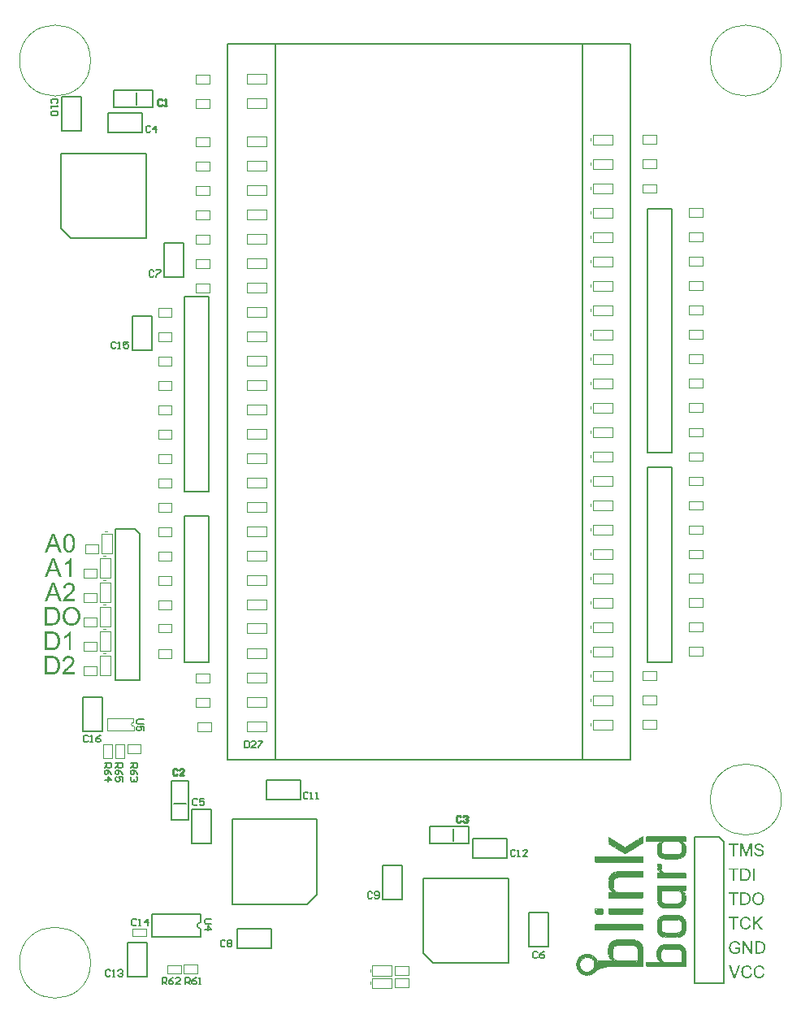
<source format=gto>
G04*
G04 #@! TF.GenerationSoftware,Altium Limited,Altium Designer,19.0.14 (431)*
G04*
G04 Layer_Color=65535*
%FSLAX44Y44*%
%MOMM*%
G71*
G01*
G75*
%ADD10C,0.0800*%
%ADD11C,0.1000*%
%ADD12C,0.2000*%
%ADD13C,0.2540*%
%ADD14C,0.1800*%
%ADD15R,0.0762X0.3556*%
%ADD16R,0.1016X0.1524*%
%ADD17R,0.3556X0.0762*%
%ADD18R,0.1524X0.1016*%
G36*
X697320Y171382D02*
X697730D01*
Y166250D01*
X697525D01*
Y166045D01*
X697114D01*
Y165839D01*
X696704D01*
Y166045D01*
X696499D01*
Y165839D01*
X694651D01*
Y165429D01*
X694856D01*
Y165224D01*
X695472D01*
Y165018D01*
X695677D01*
Y164813D01*
X695883D01*
Y164608D01*
X696088D01*
Y164402D01*
X696293D01*
Y164197D01*
X696499D01*
Y163787D01*
X696704D01*
Y163581D01*
X696909D01*
Y163171D01*
X697114D01*
Y162760D01*
X697320D01*
Y162349D01*
X697525D01*
Y161734D01*
X697730D01*
Y154138D01*
X697525D01*
Y153317D01*
X697320D01*
Y152701D01*
X697114D01*
Y152906D01*
X696909D01*
Y152701D01*
X697114D01*
Y152290D01*
X696909D01*
Y151880D01*
X696704D01*
Y151469D01*
X696293D01*
Y151264D01*
X696088D01*
Y151058D01*
X696293D01*
Y150648D01*
X695883D01*
Y150442D01*
X695677D01*
Y150032D01*
X695267D01*
Y149827D01*
X695062D01*
Y149621D01*
X694856D01*
Y149416D01*
X694651D01*
Y149211D01*
X694240D01*
Y149005D01*
X694035D01*
Y149211D01*
X693830D01*
Y149005D01*
X694035D01*
Y148800D01*
X693830D01*
Y149005D01*
X693624D01*
Y148595D01*
X693009D01*
Y148390D01*
X692803D01*
Y148184D01*
X692188D01*
Y147979D01*
X690956D01*
Y147774D01*
X689724D01*
Y147568D01*
X675559D01*
Y147774D01*
X674122D01*
Y147979D01*
X672890D01*
Y148184D01*
X672274D01*
Y148390D01*
X671864D01*
Y148595D01*
X671248D01*
Y148800D01*
X670837D01*
Y149211D01*
X670426D01*
Y149416D01*
X670221D01*
Y149621D01*
X670016D01*
Y149827D01*
X669605D01*
Y150032D01*
X669400D01*
Y150442D01*
X669195D01*
Y150648D01*
X668784D01*
Y151058D01*
X668579D01*
Y151469D01*
X668374D01*
Y151674D01*
X668168D01*
Y152290D01*
X667963D01*
Y152701D01*
X667758D01*
Y153317D01*
X667552D01*
Y154138D01*
X667758D01*
Y154343D01*
X667552D01*
Y154754D01*
X667347D01*
Y155575D01*
X667552D01*
Y155780D01*
X667347D01*
Y161118D01*
X667552D01*
Y162349D01*
X667758D01*
Y162555D01*
X667963D01*
Y163171D01*
X668168D01*
Y163787D01*
X668579D01*
Y164197D01*
X668784D01*
Y164402D01*
X668989D01*
Y164608D01*
X669195D01*
Y164813D01*
X669400D01*
Y165018D01*
X669605D01*
Y165224D01*
X670221D01*
Y165429D01*
X670426D01*
Y165839D01*
X656467D01*
Y166045D01*
X655851D01*
Y166661D01*
X655646D01*
Y167071D01*
X655851D01*
Y167276D01*
X655646D01*
Y171177D01*
X655851D01*
Y171382D01*
X656261D01*
Y171177D01*
X656467D01*
Y171382D01*
X656261D01*
Y171588D01*
X697320D01*
Y171382D01*
D02*
G37*
G36*
X652771D02*
X652977D01*
Y170972D01*
X653182D01*
Y165634D01*
X652977D01*
Y164608D01*
X652771D01*
Y164402D01*
X652566D01*
Y164197D01*
X652361D01*
Y163787D01*
X651950D01*
Y163581D01*
X651745D01*
Y163376D01*
X651540D01*
Y163171D01*
X651129D01*
Y163376D01*
X650924D01*
Y162965D01*
X650719D01*
Y162760D01*
X650513D01*
Y162965D01*
X650308D01*
Y162760D01*
X650103D01*
Y162349D01*
X649692D01*
Y162144D01*
X649281D01*
Y161939D01*
X649076D01*
Y161734D01*
X648666D01*
Y161528D01*
X648255D01*
Y161323D01*
X648050D01*
Y161118D01*
X647639D01*
Y160912D01*
X647229D01*
Y160707D01*
X647023D01*
Y160502D01*
X646818D01*
Y160296D01*
X646202D01*
Y160091D01*
X645997D01*
Y159886D01*
X645586D01*
Y159681D01*
X645176D01*
Y159475D01*
X644970D01*
Y159270D01*
X644354D01*
Y158860D01*
X643944D01*
Y158654D01*
X643533D01*
Y158244D01*
X642917D01*
Y158038D01*
X642712D01*
Y157833D01*
X642301D01*
Y157628D01*
X641891D01*
Y157423D01*
X641480D01*
Y157217D01*
X641275D01*
Y157012D01*
X640864D01*
Y156807D01*
X640659D01*
Y156601D01*
X640249D01*
Y156396D01*
X640043D01*
Y156191D01*
X639427D01*
Y155780D01*
X639017D01*
Y155575D01*
X638606D01*
Y155370D01*
X638196D01*
Y155164D01*
X637990D01*
Y154959D01*
X637580D01*
Y154754D01*
X637169D01*
Y154548D01*
X636964D01*
Y154754D01*
X636759D01*
Y154548D01*
X636964D01*
Y154343D01*
X636553D01*
Y154138D01*
X636143D01*
Y153933D01*
X635938D01*
Y154138D01*
X635732D01*
Y153933D01*
X635938D01*
Y153727D01*
X635732D01*
Y153522D01*
X635116D01*
Y153317D01*
X634500D01*
Y153111D01*
X634090D01*
Y153317D01*
X633679D01*
Y153522D01*
X633063D01*
Y153727D01*
X632858D01*
Y153933D01*
X632448D01*
Y154138D01*
X632037D01*
Y154343D01*
X631832D01*
Y154548D01*
X631421D01*
Y154754D01*
X631011D01*
Y155164D01*
X630395D01*
Y155370D01*
X630189D01*
Y155780D01*
X629984D01*
Y155575D01*
X629779D01*
Y155780D01*
X629368D01*
Y155985D01*
X628957D01*
Y156191D01*
X628547D01*
Y156396D01*
X628342D01*
Y156601D01*
X628136D01*
Y156807D01*
X627726D01*
Y157012D01*
X627315D01*
Y157217D01*
X626905D01*
Y157423D01*
X626699D01*
Y157628D01*
X626289D01*
Y157833D01*
X625878D01*
Y158038D01*
X625673D01*
Y158244D01*
X625057D01*
Y158654D01*
X624646D01*
Y158860D01*
X624236D01*
Y159065D01*
X623825D01*
Y159270D01*
X623415D01*
Y159475D01*
X623209D01*
Y159681D01*
X622799D01*
Y159886D01*
X622593D01*
Y160091D01*
X622183D01*
Y160296D01*
X621772D01*
Y160502D01*
X621362D01*
Y160707D01*
X621157D01*
Y160912D01*
X620746D01*
Y161118D01*
X620335D01*
Y161323D01*
X620130D01*
Y161528D01*
X619925D01*
Y161734D01*
X619309D01*
Y161939D01*
X619104D01*
Y162144D01*
X618693D01*
Y162349D01*
X618282D01*
Y162555D01*
X618077D01*
Y162760D01*
X617667D01*
Y163171D01*
X617051D01*
Y163581D01*
X616845D01*
Y163787D01*
X616640D01*
Y170767D01*
X617051D01*
Y170972D01*
X617256D01*
Y170767D01*
X617667D01*
Y170561D01*
X618077D01*
Y170356D01*
X618282D01*
Y170151D01*
X618693D01*
Y169945D01*
X619104D01*
Y169740D01*
X619309D01*
Y169535D01*
X619514D01*
Y169329D01*
X620130D01*
Y168919D01*
X620541D01*
Y168713D01*
X620951D01*
Y168508D01*
X621362D01*
Y168303D01*
X621567D01*
Y168098D01*
X621772D01*
Y167892D01*
X622388D01*
Y167687D01*
X622593D01*
Y167276D01*
X623415D01*
Y167071D01*
X623620D01*
Y166866D01*
X623825D01*
Y166661D01*
X624236D01*
Y166455D01*
X624646D01*
Y166250D01*
X624852D01*
Y166045D01*
X625057D01*
Y165839D01*
X625673D01*
Y165634D01*
X625878D01*
Y165429D01*
X626083D01*
Y165224D01*
X626494D01*
Y165018D01*
X626905D01*
Y164813D01*
X627110D01*
Y164608D01*
X627520D01*
Y164402D01*
X627726D01*
Y163992D01*
X627931D01*
Y164197D01*
X628136D01*
Y163992D01*
X628342D01*
Y163787D01*
X628957D01*
Y163581D01*
X629163D01*
Y163376D01*
X629368D01*
Y163171D01*
X629779D01*
Y162965D01*
X630189D01*
Y162760D01*
X630395D01*
Y162555D01*
X630805D01*
Y162349D01*
X631011D01*
Y162144D01*
X631421D01*
Y161939D01*
X631626D01*
Y161734D01*
X632037D01*
Y161528D01*
X632448D01*
Y161323D01*
X632653D01*
Y161118D01*
X633063D01*
Y160912D01*
X633269D01*
Y160707D01*
X633679D01*
Y160502D01*
X634090D01*
Y160296D01*
X634295D01*
Y160502D01*
X634706D01*
Y160707D01*
X635116D01*
Y161118D01*
X635732D01*
Y161323D01*
X635938D01*
Y161528D01*
X636348D01*
Y161734D01*
X636759D01*
Y161939D01*
X636964D01*
Y162144D01*
X637169D01*
Y162349D01*
X637785D01*
Y162555D01*
X637990D01*
Y162349D01*
X638196D01*
Y162555D01*
X637990D01*
Y162760D01*
X638196D01*
Y162965D01*
X638606D01*
Y163171D01*
X638811D01*
Y162965D01*
X639017D01*
Y163376D01*
X639222D01*
Y163581D01*
X639427D01*
Y163787D01*
X640043D01*
Y163992D01*
X640249D01*
Y164197D01*
X640659D01*
Y164402D01*
X640864D01*
Y164608D01*
X641275D01*
Y164813D01*
X641480D01*
Y164608D01*
X641686D01*
Y164402D01*
X641891D01*
Y164608D01*
X641686D01*
Y164813D01*
X641480D01*
Y165018D01*
X641891D01*
Y165224D01*
X642301D01*
Y165429D01*
X642507D01*
Y165634D01*
X642712D01*
Y165839D01*
X643328D01*
Y166045D01*
X643533D01*
Y166250D01*
X643739D01*
Y166455D01*
X644149D01*
Y166661D01*
X644560D01*
Y166866D01*
X644765D01*
Y167071D01*
X644970D01*
Y167276D01*
X645381D01*
Y167482D01*
X645791D01*
Y167687D01*
X645997D01*
Y167892D01*
X646613D01*
Y168098D01*
X646818D01*
Y168303D01*
X647023D01*
Y168098D01*
X647229D01*
Y168303D01*
X647023D01*
Y168508D01*
X647434D01*
Y168713D01*
X647844D01*
Y168919D01*
X648050D01*
Y169124D01*
X648255D01*
Y169329D01*
X648871D01*
Y169535D01*
X649076D01*
Y169740D01*
X649281D01*
Y169945D01*
X649692D01*
Y170151D01*
X649897D01*
Y169945D01*
X650103D01*
Y170356D01*
X650513D01*
Y170767D01*
X650924D01*
Y170972D01*
X651334D01*
Y171177D01*
X651540D01*
Y171382D01*
X652156D01*
Y171588D01*
X652771D01*
Y171382D01*
D02*
G37*
G36*
X652566Y150442D02*
X652977D01*
Y149827D01*
X653182D01*
Y144900D01*
X652977D01*
Y144284D01*
X652771D01*
Y144079D01*
X652361D01*
Y143873D01*
X603501D01*
Y144079D01*
X602886D01*
Y144489D01*
X602680D01*
Y144694D01*
X602475D01*
Y150032D01*
X602886D01*
Y150237D01*
X602680D01*
Y150442D01*
X602886D01*
Y150237D01*
X603091D01*
Y150442D01*
X602886D01*
Y150648D01*
X604323D01*
Y150442D01*
X604528D01*
Y150648D01*
X652566D01*
Y150442D01*
D02*
G37*
G36*
X652771Y134840D02*
X652977D01*
Y134225D01*
X653182D01*
Y129092D01*
X652977D01*
Y128682D01*
X652771D01*
Y128476D01*
X652361D01*
Y128271D01*
X626699D01*
Y128066D01*
X625262D01*
Y127860D01*
X624852D01*
Y127655D01*
X624646D01*
Y127450D01*
X624236D01*
Y127245D01*
X623825D01*
Y127039D01*
X623620D01*
Y126834D01*
X623415D01*
Y126423D01*
X623209D01*
Y126218D01*
X623004D01*
Y125808D01*
X622799D01*
Y125602D01*
X622593D01*
Y124576D01*
X622388D01*
Y124781D01*
X622183D01*
Y124576D01*
X622388D01*
Y117801D01*
X622593D01*
Y117185D01*
X622799D01*
Y116364D01*
X623004D01*
Y115954D01*
X623209D01*
Y115748D01*
X623415D01*
Y115338D01*
X623620D01*
Y115132D01*
X623825D01*
Y114927D01*
X624031D01*
Y114722D01*
X624236D01*
Y114516D01*
X624441D01*
Y114106D01*
X624646D01*
Y114311D01*
X624852D01*
Y114106D01*
X625262D01*
Y113901D01*
X625673D01*
Y113695D01*
X626699D01*
Y113490D01*
X628342D01*
Y113285D01*
X652771D01*
Y113079D01*
X652977D01*
Y112464D01*
X653182D01*
Y107536D01*
X652977D01*
Y106921D01*
X652771D01*
Y107126D01*
X652566D01*
Y106921D01*
X652771D01*
Y106715D01*
X616845D01*
Y106921D01*
X616640D01*
Y113079D01*
X616845D01*
Y112874D01*
X617051D01*
Y113079D01*
X617256D01*
Y113285D01*
X620541D01*
Y113490D01*
X620335D01*
Y113901D01*
X620130D01*
Y114106D01*
X619925D01*
Y114311D01*
X619309D01*
Y114516D01*
X619104D01*
Y114722D01*
X618898D01*
Y114927D01*
X618693D01*
Y115132D01*
X618488D01*
Y115338D01*
X618282D01*
Y115543D01*
X618077D01*
Y115748D01*
X617872D01*
Y116159D01*
X617667D01*
Y116364D01*
X617461D01*
Y116775D01*
X617256D01*
Y117390D01*
X617051D01*
Y117801D01*
X616845D01*
Y118417D01*
X616640D01*
Y127450D01*
X616845D01*
Y128066D01*
X617051D01*
Y128682D01*
X617256D01*
Y129503D01*
X617461D01*
Y129708D01*
X617667D01*
Y130119D01*
X617872D01*
Y130324D01*
X618077D01*
Y130940D01*
X618282D01*
Y131145D01*
X618488D01*
Y131350D01*
X618693D01*
Y131556D01*
X618898D01*
Y131966D01*
X619309D01*
Y132377D01*
X619514D01*
Y132582D01*
X619719D01*
Y132787D01*
X620130D01*
Y132993D01*
X620335D01*
Y133198D01*
X620541D01*
Y132993D01*
X620746D01*
Y133609D01*
X621362D01*
Y133814D01*
X621772D01*
Y134019D01*
X622183D01*
Y134225D01*
X622799D01*
Y134430D01*
X623620D01*
Y134635D01*
X624031D01*
Y134840D01*
X624646D01*
Y134635D01*
X624852D01*
Y135046D01*
X652771D01*
Y134840D01*
D02*
G37*
G36*
X671658Y143052D02*
X672069D01*
Y142641D01*
X672274D01*
Y136893D01*
X672069D01*
Y136688D01*
X672274D01*
Y136483D01*
X672479D01*
Y136072D01*
X672685D01*
Y135661D01*
X672890D01*
Y135251D01*
X673095D01*
Y135046D01*
X673301D01*
Y134840D01*
X673711D01*
Y134430D01*
X673916D01*
Y134225D01*
X674532D01*
Y134019D01*
X674943D01*
Y133814D01*
X675353D01*
Y133609D01*
X676175D01*
Y133403D01*
X676380D01*
Y133609D01*
X676791D01*
Y133403D01*
X676996D01*
Y133609D01*
X678022D01*
Y133403D01*
X678228D01*
Y133609D01*
X697114D01*
Y133198D01*
X697320D01*
Y133403D01*
X697525D01*
Y133198D01*
X697730D01*
Y128066D01*
X696909D01*
Y127860D01*
X668168D01*
Y128066D01*
X667552D01*
Y128271D01*
X667347D01*
Y133198D01*
X667552D01*
Y133403D01*
X667963D01*
Y133609D01*
X670632D01*
Y134019D01*
X670426D01*
Y134225D01*
X669811D01*
Y134430D01*
X669605D01*
Y134635D01*
X669400D01*
Y134840D01*
X669195D01*
Y135046D01*
X668989D01*
Y135251D01*
X668784D01*
Y135661D01*
X668374D01*
Y136072D01*
X668168D01*
Y136483D01*
X668374D01*
Y136688D01*
X667963D01*
Y136893D01*
X667758D01*
Y137509D01*
X667552D01*
Y138536D01*
X667347D01*
Y141820D01*
X667552D01*
Y142026D01*
X667347D01*
Y142847D01*
X667552D01*
Y143052D01*
X667758D01*
Y143257D01*
X671658D01*
Y143052D01*
D02*
G37*
G36*
X697320Y119854D02*
X697730D01*
Y114722D01*
X697525D01*
Y114516D01*
X694651D01*
Y113901D01*
X694856D01*
Y113695D01*
X695472D01*
Y113490D01*
X695677D01*
Y113285D01*
X695883D01*
Y113079D01*
X696293D01*
Y112669D01*
X696499D01*
Y112258D01*
X696909D01*
Y111642D01*
X697114D01*
Y111232D01*
X697320D01*
Y110821D01*
X697525D01*
Y110205D01*
X697730D01*
Y103841D01*
X697525D01*
Y103636D01*
X697730D01*
Y103225D01*
X697525D01*
Y102815D01*
X697320D01*
Y101994D01*
X697114D01*
Y101378D01*
X696909D01*
Y100762D01*
X696704D01*
Y100557D01*
X696499D01*
Y100146D01*
X696293D01*
Y99735D01*
X696088D01*
Y99530D01*
X695883D01*
Y99325D01*
X695677D01*
Y99120D01*
X695472D01*
Y99325D01*
X695267D01*
Y99120D01*
X695472D01*
Y98914D01*
X695062D01*
Y98504D01*
X694856D01*
Y98298D01*
X694651D01*
Y98093D01*
X694240D01*
Y97888D01*
X693830D01*
Y97683D01*
X693624D01*
Y97477D01*
X693419D01*
Y97272D01*
X692598D01*
Y97067D01*
X692188D01*
Y96861D01*
X691572D01*
Y96656D01*
X690956D01*
Y96451D01*
X675764D01*
Y96656D01*
X675559D01*
Y96451D01*
X674327D01*
Y96656D01*
X673506D01*
Y96861D01*
X672890D01*
Y97067D01*
X672274D01*
Y97272D01*
X671658D01*
Y97683D01*
X671042D01*
Y98093D01*
X670837D01*
Y97888D01*
X670632D01*
Y98298D01*
X670221D01*
Y98504D01*
X669811D01*
Y98709D01*
X669605D01*
Y99120D01*
X669400D01*
Y99325D01*
X669195D01*
Y99530D01*
X668989D01*
Y99735D01*
X668784D01*
Y100146D01*
X668579D01*
Y100557D01*
X668374D01*
Y100762D01*
X668168D01*
Y101378D01*
X667963D01*
Y101994D01*
X667758D01*
Y102404D01*
X667552D01*
Y102610D01*
X667758D01*
Y102815D01*
X667552D01*
Y103636D01*
X667347D01*
Y104047D01*
X667552D01*
Y104252D01*
X667347D01*
Y119238D01*
X667552D01*
Y119443D01*
X667347D01*
Y119854D01*
X667758D01*
Y120059D01*
X697320D01*
Y119854D01*
D02*
G37*
G36*
X652361Y96656D02*
X652977D01*
Y96451D01*
X652771D01*
Y96245D01*
X652977D01*
Y96040D01*
X653182D01*
Y90908D01*
X652977D01*
Y90292D01*
X652361D01*
Y90087D01*
X617256D01*
Y90292D01*
X616640D01*
Y91113D01*
X616845D01*
Y91318D01*
X616640D01*
Y96451D01*
X616845D01*
Y96656D01*
X617256D01*
Y96861D01*
X652361D01*
Y96656D01*
D02*
G37*
G36*
X610481D02*
X610892D01*
Y96451D01*
X611097D01*
Y96040D01*
X611302D01*
Y90908D01*
X611097D01*
Y90292D01*
X610687D01*
Y90087D01*
X604117D01*
Y90292D01*
X603912D01*
Y90087D01*
X603707D01*
Y90292D01*
X603501D01*
Y90087D01*
X603296D01*
Y90292D01*
X602886D01*
Y90497D01*
X602680D01*
Y90908D01*
X602886D01*
Y91113D01*
X602680D01*
Y96451D01*
X602886D01*
Y96656D01*
X603296D01*
Y96861D01*
X610481D01*
Y96656D01*
D02*
G37*
G36*
X690956Y89471D02*
X691572D01*
Y89265D01*
X692188D01*
Y89060D01*
X692803D01*
Y88855D01*
X693419D01*
Y88650D01*
X693624D01*
Y88444D01*
X693830D01*
Y88239D01*
X694240D01*
Y88034D01*
X694651D01*
Y87829D01*
X694856D01*
Y87623D01*
X695062D01*
Y87418D01*
X695267D01*
Y87213D01*
X695472D01*
Y87007D01*
X695677D01*
Y86802D01*
X695883D01*
Y86597D01*
X695677D01*
Y86391D01*
X696088D01*
Y86186D01*
X696293D01*
Y85775D01*
X696499D01*
Y85570D01*
X696704D01*
Y85365D01*
X696909D01*
Y84749D01*
X697114D01*
Y84133D01*
X697320D01*
Y83517D01*
X697525D01*
Y82901D01*
X697730D01*
Y72842D01*
X697525D01*
Y72432D01*
X696909D01*
Y72226D01*
X697525D01*
Y71816D01*
X697320D01*
Y71405D01*
X697114D01*
Y70995D01*
X696909D01*
Y70379D01*
X696704D01*
Y70173D01*
X696499D01*
Y69763D01*
X696293D01*
Y69352D01*
X696088D01*
Y68942D01*
X695677D01*
Y68531D01*
X695472D01*
Y68326D01*
X695062D01*
Y68531D01*
X694856D01*
Y68326D01*
X695062D01*
Y67915D01*
X694856D01*
Y67710D01*
X694446D01*
Y67505D01*
X694240D01*
Y67299D01*
X693830D01*
Y67094D01*
X693624D01*
Y66889D01*
X693214D01*
Y67094D01*
X693009D01*
Y66683D01*
X692598D01*
Y66478D01*
X692188D01*
Y66273D01*
X691982D01*
Y66478D01*
X691777D01*
Y66273D01*
X690956D01*
Y66068D01*
X689724D01*
Y65862D01*
X689108D01*
Y66068D01*
X688698D01*
Y65862D01*
X675353D01*
Y66068D01*
X674122D01*
Y66273D01*
X673506D01*
Y66478D01*
X673301D01*
Y66273D01*
X672890D01*
Y66478D01*
X672479D01*
Y66683D01*
X672069D01*
Y66889D01*
X671453D01*
Y67094D01*
X671042D01*
Y67299D01*
X670837D01*
Y67505D01*
X670632D01*
Y67710D01*
X670221D01*
Y67915D01*
X670016D01*
Y68120D01*
X669811D01*
Y68326D01*
X669605D01*
Y68531D01*
X669400D01*
Y68942D01*
X668989D01*
Y69147D01*
X668784D01*
Y69557D01*
X668579D01*
Y69968D01*
X668374D01*
Y70379D01*
X668168D01*
Y70995D01*
X667963D01*
Y71405D01*
X667758D01*
Y71816D01*
X667552D01*
Y73253D01*
X667347D01*
Y82286D01*
X667552D01*
Y83723D01*
X667758D01*
Y84133D01*
X667963D01*
Y84749D01*
X668168D01*
Y85365D01*
X668374D01*
Y85570D01*
X668579D01*
Y85365D01*
X668784D01*
Y85570D01*
X668579D01*
Y85981D01*
X668784D01*
Y86391D01*
X668989D01*
Y86597D01*
X669195D01*
Y86802D01*
X669400D01*
Y87007D01*
X669605D01*
Y87213D01*
X669811D01*
Y87418D01*
X670016D01*
Y87623D01*
X670221D01*
Y87829D01*
X670426D01*
Y88034D01*
X670837D01*
Y88239D01*
X671042D01*
Y88444D01*
X671453D01*
Y88650D01*
X671658D01*
Y88855D01*
X672274D01*
Y89060D01*
X672890D01*
Y89265D01*
X673506D01*
Y89471D01*
X674122D01*
Y89676D01*
X690956D01*
Y89471D01*
D02*
G37*
G36*
X652361Y79822D02*
X652771D01*
Y79617D01*
X652977D01*
Y79001D01*
X653182D01*
Y74074D01*
X652977D01*
Y73458D01*
X652771D01*
Y73253D01*
X602886D01*
Y73458D01*
X602680D01*
Y73869D01*
X602475D01*
Y74690D01*
X602680D01*
Y74895D01*
X602475D01*
Y79206D01*
X602680D01*
Y79412D01*
X602886D01*
Y79822D01*
X603296D01*
Y80027D01*
X652361D01*
Y79822D01*
D02*
G37*
G36*
X644149Y64015D02*
X644970D01*
Y63809D01*
X645791D01*
Y63604D01*
X646818D01*
Y63399D01*
X647023D01*
Y63193D01*
X647639D01*
Y62988D01*
X647844D01*
Y62783D01*
X648255D01*
Y62578D01*
X648666D01*
Y62372D01*
X648871D01*
Y62167D01*
X649281D01*
Y61962D01*
X649487D01*
Y61756D01*
X649692D01*
Y61551D01*
X650103D01*
Y61346D01*
X650308D01*
Y60935D01*
X650513D01*
Y60730D01*
X650719D01*
Y60525D01*
X650924D01*
Y60319D01*
X651129D01*
Y60114D01*
X651334D01*
Y59703D01*
X651540D01*
Y59498D01*
X651745D01*
Y58882D01*
X651950D01*
Y58677D01*
X652156D01*
Y58266D01*
X652361D01*
Y57445D01*
X652566D01*
Y56829D01*
X652771D01*
Y56213D01*
X652977D01*
Y53955D01*
X653182D01*
Y36095D01*
X652977D01*
Y35684D01*
X652771D01*
Y35479D01*
X616845D01*
Y35274D01*
X615408D01*
Y35068D01*
X614176D01*
Y34863D01*
X613355D01*
Y34658D01*
X612124D01*
Y34453D01*
X611302D01*
Y34247D01*
X610892D01*
Y34042D01*
X609865D01*
Y33837D01*
X609455D01*
Y33631D01*
X609044D01*
Y33426D01*
X608634D01*
Y33631D01*
X608428D01*
Y33426D01*
X608223D01*
Y33221D01*
X607812D01*
Y33015D01*
X607402D01*
Y32810D01*
X606991D01*
Y32605D01*
X606375D01*
Y32400D01*
X606170D01*
Y32605D01*
X605965D01*
Y32400D01*
X606170D01*
Y32194D01*
X605760D01*
Y31989D01*
X605144D01*
Y31784D01*
X604938D01*
Y31578D01*
X604733D01*
Y31373D01*
X604528D01*
Y31168D01*
X603912D01*
Y30963D01*
X603707D01*
Y30552D01*
X603296D01*
Y30757D01*
X603091D01*
Y30552D01*
X603296D01*
Y30347D01*
X603091D01*
Y30141D01*
X602886D01*
Y29936D01*
X602680D01*
Y29731D01*
X602475D01*
Y29525D01*
X602270D01*
Y29115D01*
X601859D01*
Y28910D01*
X601654D01*
Y28704D01*
X601448D01*
Y28499D01*
X601038D01*
Y28294D01*
X600832D01*
Y28089D01*
X600422D01*
Y27883D01*
X600011D01*
Y27678D01*
X599601D01*
Y27473D01*
X599395D01*
Y27267D01*
X598985D01*
Y27062D01*
X598574D01*
Y27267D01*
X598369D01*
Y27062D01*
X598164D01*
Y26857D01*
X597343D01*
Y26651D01*
X596932D01*
Y26446D01*
X596111D01*
Y26651D01*
X595905D01*
Y26446D01*
X592210D01*
Y26651D01*
X591594D01*
Y26857D01*
X591184D01*
Y27062D01*
X590363D01*
Y27267D01*
X589952D01*
Y27473D01*
X589542D01*
Y27678D01*
X589131D01*
Y27883D01*
X588926D01*
Y28089D01*
X588515D01*
Y28294D01*
X588310D01*
Y28499D01*
X587899D01*
Y28704D01*
X587694D01*
Y28910D01*
X587489D01*
Y29115D01*
X587078D01*
Y29320D01*
X586873D01*
Y29525D01*
X586667D01*
Y29731D01*
X586462D01*
Y30141D01*
X586051D01*
Y30347D01*
X585846D01*
Y30552D01*
X585641D01*
Y30963D01*
X585436D01*
Y31168D01*
X585230D01*
Y31373D01*
X585025D01*
Y31784D01*
X584820D01*
Y31989D01*
X584614D01*
Y32605D01*
X584409D01*
Y32810D01*
X584614D01*
Y33015D01*
X584204D01*
Y33221D01*
X583999D01*
Y33631D01*
X583793D01*
Y34453D01*
X583588D01*
Y35274D01*
X583383D01*
Y36095D01*
X583177D01*
Y37327D01*
X582972D01*
Y38353D01*
X583177D01*
Y39585D01*
X583383D01*
Y40406D01*
X583793D01*
Y40611D01*
X583588D01*
Y41227D01*
X583793D01*
Y41432D01*
X583999D01*
Y41638D01*
X583793D01*
Y41843D01*
X583999D01*
Y42254D01*
X584204D01*
Y42459D01*
X584409D01*
Y43280D01*
X584614D01*
Y43691D01*
X584820D01*
Y43896D01*
X585025D01*
Y44307D01*
X585230D01*
Y44512D01*
X585436D01*
Y44717D01*
X585641D01*
Y45128D01*
X585846D01*
Y45333D01*
X586051D01*
Y45128D01*
X586257D01*
Y45333D01*
X586051D01*
Y45538D01*
X586257D01*
Y45744D01*
X586462D01*
Y45949D01*
X586667D01*
Y46154D01*
X586873D01*
Y46360D01*
X587078D01*
Y46565D01*
X587283D01*
Y46770D01*
X587694D01*
Y46975D01*
X587899D01*
Y47181D01*
X588310D01*
Y47386D01*
X588515D01*
Y47181D01*
X588720D01*
Y47386D01*
X588515D01*
Y47591D01*
X588720D01*
Y47386D01*
X588926D01*
Y47591D01*
X588720D01*
Y47797D01*
X589131D01*
Y48002D01*
X589542D01*
Y48207D01*
X589952D01*
Y48412D01*
X590568D01*
Y48618D01*
X591184D01*
Y48823D01*
X591594D01*
Y49028D01*
X592416D01*
Y49234D01*
X596727D01*
Y49028D01*
X597548D01*
Y48823D01*
X598164D01*
Y48618D01*
X598574D01*
Y48207D01*
X598780D01*
Y48412D01*
X599395D01*
Y48207D01*
X599601D01*
Y48002D01*
X600011D01*
Y47797D01*
X600422D01*
Y47591D01*
X600832D01*
Y47386D01*
X601038D01*
Y47181D01*
X601448D01*
Y46975D01*
X601654D01*
Y46770D01*
X601859D01*
Y46565D01*
X602064D01*
Y46360D01*
X602270D01*
Y46154D01*
X602475D01*
Y45949D01*
X602886D01*
Y45538D01*
X603091D01*
Y45333D01*
X603296D01*
Y45128D01*
X603501D01*
Y44922D01*
X603707D01*
Y44512D01*
X603912D01*
Y44307D01*
X604117D01*
Y44101D01*
X604323D01*
Y43691D01*
X604528D01*
Y43280D01*
X604733D01*
Y43075D01*
X604938D01*
Y42459D01*
X605144D01*
Y42048D01*
X605965D01*
Y41843D01*
X606170D01*
Y42048D01*
X620130D01*
Y42870D01*
X619309D01*
Y43075D01*
X619104D01*
Y43280D01*
X618898D01*
Y43485D01*
X618693D01*
Y43691D01*
X618282D01*
Y44101D01*
X618077D01*
Y44307D01*
X617872D01*
Y44512D01*
X617667D01*
Y44717D01*
X617461D01*
Y44922D01*
X617256D01*
Y45538D01*
X617051D01*
Y45744D01*
X616845D01*
Y46360D01*
X616640D01*
Y47181D01*
X616435D01*
Y48207D01*
X616230D01*
Y54982D01*
X616435D01*
Y56008D01*
X616640D01*
Y57035D01*
X616845D01*
Y57650D01*
X617051D01*
Y58061D01*
X617256D01*
Y58882D01*
X617461D01*
Y59088D01*
X617667D01*
Y59498D01*
X617872D01*
Y59703D01*
X618077D01*
Y60114D01*
X618282D01*
Y60319D01*
X618488D01*
Y60525D01*
X618693D01*
Y60935D01*
X618898D01*
Y61140D01*
X619104D01*
Y61346D01*
X619309D01*
Y61551D01*
X619514D01*
Y61346D01*
X619719D01*
Y61551D01*
X619514D01*
Y61756D01*
X619925D01*
Y61962D01*
X620130D01*
Y62167D01*
X620335D01*
Y62372D01*
X620746D01*
Y62578D01*
X620951D01*
Y62783D01*
X621362D01*
Y62988D01*
X621772D01*
Y63193D01*
X622183D01*
Y63399D01*
X622593D01*
Y63604D01*
X623620D01*
Y63809D01*
X624236D01*
Y64015D01*
X625262D01*
Y64220D01*
X626699D01*
Y64015D01*
X626905D01*
Y64220D01*
X644149D01*
Y64015D01*
D02*
G37*
G36*
X689929Y59088D02*
X690956D01*
Y58882D01*
X691777D01*
Y58677D01*
X692598D01*
Y58472D01*
X693009D01*
Y58061D01*
X693214D01*
Y58266D01*
X693419D01*
Y58061D01*
X693830D01*
Y57856D01*
X694240D01*
Y57650D01*
X694446D01*
Y57445D01*
X694856D01*
Y57035D01*
X695062D01*
Y56829D01*
X695267D01*
Y56624D01*
X695677D01*
Y56213D01*
X695883D01*
Y56008D01*
X696088D01*
Y55803D01*
X696293D01*
Y55392D01*
X696499D01*
Y55187D01*
X696704D01*
Y54776D01*
X696909D01*
Y54161D01*
X697114D01*
Y53750D01*
X697320D01*
Y53134D01*
X697525D01*
Y52929D01*
X697320D01*
Y52723D01*
X697525D01*
Y52518D01*
X697730D01*
Y50671D01*
X697320D01*
Y50465D01*
X697730D01*
Y35479D01*
X697320D01*
Y35274D01*
X656056D01*
Y35479D01*
X655851D01*
Y35684D01*
X655646D01*
Y40406D01*
X655851D01*
Y40611D01*
X656056D01*
Y40817D01*
X670221D01*
Y41432D01*
X669811D01*
Y41638D01*
X669400D01*
Y41843D01*
X669195D01*
Y42048D01*
X668989D01*
Y42254D01*
X668784D01*
Y42459D01*
X668579D01*
Y42664D01*
X668374D01*
Y42870D01*
X668168D01*
Y43280D01*
X667963D01*
Y43691D01*
X667758D01*
Y43896D01*
X667552D01*
Y44922D01*
X667347D01*
Y45333D01*
X667142D01*
Y45744D01*
X667347D01*
Y45949D01*
X667142D01*
Y46360D01*
X666937D01*
Y50876D01*
X667142D01*
Y52108D01*
X667347D01*
Y53134D01*
X667552D01*
Y53955D01*
X667758D01*
Y54366D01*
X667963D01*
Y54571D01*
X668168D01*
Y55392D01*
X668579D01*
Y55803D01*
X668784D01*
Y56213D01*
X668989D01*
Y56419D01*
X669195D01*
Y56624D01*
X669400D01*
Y56829D01*
X669605D01*
Y57035D01*
X669811D01*
Y57240D01*
X670016D01*
Y57445D01*
X670426D01*
Y57650D01*
X670632D01*
Y57856D01*
X670837D01*
Y58061D01*
X671453D01*
Y58266D01*
X671658D01*
Y58472D01*
X672274D01*
Y58677D01*
X673095D01*
Y58882D01*
X673711D01*
Y59088D01*
X674532D01*
Y58882D01*
X674738D01*
Y59088D01*
X674943D01*
Y59293D01*
X689929D01*
Y59088D01*
D02*
G37*
G36*
X57245Y441960D02*
X54888D01*
Y456966D01*
X54874Y456952D01*
X54846Y456924D01*
X54805Y456882D01*
X54735Y456827D01*
X54652Y456758D01*
X54541Y456660D01*
X54416Y456563D01*
X54292Y456452D01*
X54125Y456342D01*
X53959Y456203D01*
X53778Y456078D01*
X53584Y455925D01*
X53362Y455787D01*
X53140Y455634D01*
X52641Y455329D01*
X52627Y455315D01*
X52586Y455288D01*
X52502Y455246D01*
X52405Y455204D01*
X52295Y455135D01*
X52156Y455052D01*
X51989Y454969D01*
X51823Y454871D01*
X51435Y454677D01*
X51019Y454483D01*
X50589Y454289D01*
X50173Y454123D01*
Y456397D01*
X50200Y456411D01*
X50256Y456439D01*
X50367Y456494D01*
X50505Y456563D01*
X50672Y456647D01*
X50880Y456758D01*
X51102Y456882D01*
X51337Y457021D01*
X51601Y457188D01*
X51878Y457354D01*
X52461Y457742D01*
X53057Y458172D01*
X53626Y458644D01*
X53640Y458658D01*
X53695Y458699D01*
X53765Y458769D01*
X53862Y458866D01*
X53986Y458990D01*
X54125Y459129D01*
X54278Y459296D01*
X54444Y459462D01*
X54611Y459656D01*
X54791Y459864D01*
X55138Y460294D01*
X55457Y460752D01*
X55595Y460987D01*
X55720Y461223D01*
X57245D01*
Y441960D01*
D02*
G37*
G36*
X47302D02*
X44417D01*
X42198Y447771D01*
X34141D01*
X32047Y441960D01*
X29370D01*
X36734Y461154D01*
X39452D01*
X47302Y441960D01*
D02*
G37*
G36*
X759060Y113035D02*
X759208D01*
X759365Y113026D01*
X759541D01*
X759911Y112998D01*
X760290Y112971D01*
X760475Y112943D01*
X760651Y112924D01*
X760817Y112897D01*
X760974Y112860D01*
X760983D01*
X761020Y112850D01*
X761076Y112832D01*
X761159Y112813D01*
X761252Y112776D01*
X761363Y112739D01*
X761483Y112702D01*
X761621Y112647D01*
X761908Y112527D01*
X762222Y112360D01*
X762537Y112175D01*
X762694Y112065D01*
X762842Y111944D01*
X762851Y111935D01*
X762888Y111907D01*
X762943Y111852D01*
X763008Y111787D01*
X763091Y111704D01*
X763193Y111602D01*
X763295Y111482D01*
X763415Y111353D01*
X763535Y111195D01*
X763655Y111029D01*
X763785Y110853D01*
X763914Y110659D01*
X764035Y110447D01*
X764145Y110234D01*
X764256Y109993D01*
X764358Y109753D01*
X764367Y109735D01*
X764377Y109688D01*
X764404Y109624D01*
X764441Y109522D01*
X764478Y109392D01*
X764515Y109245D01*
X764561Y109069D01*
X764617Y108875D01*
X764663Y108662D01*
X764709Y108422D01*
X764746Y108172D01*
X764783Y107904D01*
X764820Y107627D01*
X764848Y107331D01*
X764857Y107026D01*
X764867Y106711D01*
Y106693D01*
Y106647D01*
Y106573D01*
X764857Y106462D01*
Y106341D01*
X764848Y106194D01*
X764839Y106027D01*
X764820Y105842D01*
X764802Y105648D01*
X764783Y105435D01*
X764719Y105001D01*
X764635Y104557D01*
X764525Y104122D01*
Y104113D01*
X764506Y104076D01*
X764488Y104012D01*
X764460Y103938D01*
X764432Y103845D01*
X764386Y103734D01*
X764340Y103605D01*
X764284Y103475D01*
X764164Y103180D01*
X764007Y102865D01*
X763840Y102560D01*
X763646Y102264D01*
X763637Y102255D01*
X763618Y102236D01*
X763591Y102190D01*
X763554Y102144D01*
X763508Y102079D01*
X763443Y102005D01*
X763304Y101839D01*
X763128Y101654D01*
X762934Y101460D01*
X762712Y101275D01*
X762481Y101099D01*
X762472D01*
X762454Y101081D01*
X762417Y101062D01*
X762370Y101034D01*
X762306Y100997D01*
X762232Y100961D01*
X762148Y100914D01*
X762056Y100868D01*
X761945Y100813D01*
X761834Y100757D01*
X761705Y100711D01*
X761575Y100655D01*
X761279Y100554D01*
X760956Y100461D01*
X760946D01*
X760919Y100452D01*
X760863Y100443D01*
X760798Y100424D01*
X760715Y100415D01*
X760614Y100396D01*
X760493Y100378D01*
X760364Y100360D01*
X760216Y100332D01*
X760059Y100313D01*
X759892Y100295D01*
X759707Y100286D01*
X759523Y100267D01*
X759319Y100258D01*
X758903Y100249D01*
X754290D01*
Y113045D01*
X758940D01*
X759060Y113035D01*
D02*
G37*
G36*
X752551Y111538D02*
X748317D01*
Y100249D01*
X746625D01*
Y111538D01*
X742409D01*
Y113045D01*
X752551D01*
Y111538D01*
D02*
G37*
G36*
X772975Y113257D02*
X773095D01*
X773252Y113239D01*
X773437Y113220D01*
X773641Y113193D01*
X773863Y113165D01*
X774103Y113118D01*
X774362Y113063D01*
X774630Y112989D01*
X774898Y112906D01*
X775175Y112813D01*
X775453Y112693D01*
X775730Y112564D01*
X775998Y112416D01*
X776017Y112407D01*
X776063Y112379D01*
X776137Y112333D01*
X776229Y112259D01*
X776350Y112175D01*
X776488Y112074D01*
X776636Y111944D01*
X776803Y111806D01*
X776978Y111648D01*
X777154Y111473D01*
X777339Y111279D01*
X777514Y111066D01*
X777690Y110835D01*
X777866Y110594D01*
X778023Y110336D01*
X778171Y110058D01*
X778180Y110040D01*
X778208Y109993D01*
X778245Y109910D01*
X778291Y109790D01*
X778347Y109651D01*
X778411Y109476D01*
X778476Y109282D01*
X778550Y109060D01*
X778615Y108819D01*
X778680Y108551D01*
X778744Y108274D01*
X778800Y107969D01*
X778855Y107654D01*
X778892Y107322D01*
X778911Y106979D01*
X778920Y106628D01*
Y106619D01*
Y106610D01*
Y106582D01*
Y106545D01*
Y106499D01*
X778911Y106434D01*
Y106295D01*
X778892Y106129D01*
X778883Y105935D01*
X778855Y105703D01*
X778818Y105463D01*
X778781Y105195D01*
X778726Y104918D01*
X778661Y104631D01*
X778587Y104335D01*
X778495Y104030D01*
X778393Y103734D01*
X778273Y103438D01*
X778134Y103142D01*
X778125Y103124D01*
X778097Y103078D01*
X778051Y102995D01*
X777986Y102893D01*
X777912Y102763D01*
X777810Y102615D01*
X777690Y102449D01*
X777561Y102273D01*
X777413Y102088D01*
X777246Y101904D01*
X777061Y101709D01*
X776867Y101515D01*
X776646Y101330D01*
X776414Y101145D01*
X776165Y100979D01*
X775906Y100822D01*
X775887Y100813D01*
X775841Y100785D01*
X775758Y100748D01*
X775656Y100702D01*
X775518Y100637D01*
X775360Y100572D01*
X775185Y100498D01*
X774981Y100434D01*
X774750Y100360D01*
X774510Y100286D01*
X774260Y100221D01*
X773983Y100156D01*
X773705Y100110D01*
X773410Y100073D01*
X773104Y100045D01*
X772799Y100036D01*
X772716D01*
X772624Y100045D01*
X772494Y100055D01*
X772337Y100064D01*
X772152Y100082D01*
X771939Y100110D01*
X771718Y100147D01*
X771468Y100193D01*
X771209Y100249D01*
X770941Y100323D01*
X770673Y100406D01*
X770395Y100498D01*
X770109Y100618D01*
X769831Y100748D01*
X769563Y100905D01*
X769545Y100914D01*
X769499Y100942D01*
X769425Y100997D01*
X769332Y101062D01*
X769212Y101155D01*
X769073Y101256D01*
X768925Y101386D01*
X768759Y101524D01*
X768593Y101691D01*
X768408Y101867D01*
X768232Y102061D01*
X768056Y102273D01*
X767881Y102505D01*
X767714Y102745D01*
X767557Y103004D01*
X767409Y103281D01*
X767400Y103300D01*
X767381Y103346D01*
X767344Y103429D01*
X767298Y103549D01*
X767243Y103688D01*
X767178Y103854D01*
X767113Y104039D01*
X767048Y104252D01*
X766975Y104483D01*
X766910Y104733D01*
X766845Y104992D01*
X766790Y105269D01*
X766743Y105565D01*
X766706Y105861D01*
X766688Y106166D01*
X766679Y106480D01*
Y106489D01*
Y106517D01*
Y106563D01*
Y106619D01*
X766688Y106693D01*
Y106785D01*
X766697Y106887D01*
X766706Y107007D01*
X766716Y107137D01*
X766734Y107275D01*
X766753Y107423D01*
X766771Y107580D01*
X766827Y107922D01*
X766891Y108292D01*
X766984Y108690D01*
X767095Y109097D01*
X767233Y109513D01*
X767400Y109929D01*
X767594Y110336D01*
X767825Y110733D01*
X767955Y110927D01*
X768084Y111112D01*
X768232Y111288D01*
X768389Y111463D01*
X768398Y111473D01*
X768408Y111482D01*
X768435Y111510D01*
X768472Y111538D01*
X768509Y111584D01*
X768565Y111630D01*
X768704Y111750D01*
X768870Y111880D01*
X769073Y112037D01*
X769314Y112194D01*
X769582Y112370D01*
X769887Y112536D01*
X770220Y112693D01*
X770580Y112850D01*
X770969Y112989D01*
X771394Y113100D01*
X771838Y113193D01*
X772069Y113220D01*
X772309Y113248D01*
X772550Y113257D01*
X772799Y113266D01*
X772883D01*
X772975Y113257D01*
D02*
G37*
G36*
X769175Y125436D02*
X767483D01*
Y138232D01*
X769175D01*
Y125436D01*
D02*
G37*
G36*
X759060Y138223D02*
X759208D01*
X759365Y138213D01*
X759541D01*
X759911Y138186D01*
X760290Y138158D01*
X760475Y138130D01*
X760651Y138112D01*
X760817Y138084D01*
X760974Y138047D01*
X760983D01*
X761020Y138038D01*
X761076Y138019D01*
X761159Y138001D01*
X761252Y137964D01*
X761363Y137927D01*
X761483Y137890D01*
X761621Y137834D01*
X761908Y137714D01*
X762222Y137548D01*
X762537Y137363D01*
X762694Y137252D01*
X762842Y137132D01*
X762851Y137122D01*
X762888Y137095D01*
X762943Y137039D01*
X763008Y136974D01*
X763091Y136891D01*
X763193Y136790D01*
X763295Y136669D01*
X763415Y136540D01*
X763535Y136383D01*
X763655Y136216D01*
X763785Y136041D01*
X763914Y135847D01*
X764035Y135634D01*
X764145Y135421D01*
X764256Y135181D01*
X764358Y134940D01*
X764367Y134922D01*
X764377Y134876D01*
X764404Y134811D01*
X764441Y134709D01*
X764478Y134580D01*
X764515Y134432D01*
X764561Y134256D01*
X764617Y134062D01*
X764663Y133849D01*
X764709Y133609D01*
X764746Y133359D01*
X764783Y133091D01*
X764820Y132814D01*
X764848Y132518D01*
X764857Y132213D01*
X764867Y131899D01*
Y131880D01*
Y131834D01*
Y131760D01*
X764857Y131649D01*
Y131529D01*
X764848Y131381D01*
X764839Y131215D01*
X764820Y131030D01*
X764802Y130835D01*
X764783Y130623D01*
X764719Y130188D01*
X764635Y129744D01*
X764525Y129310D01*
Y129301D01*
X764506Y129264D01*
X764488Y129199D01*
X764460Y129125D01*
X764432Y129032D01*
X764386Y128922D01*
X764340Y128792D01*
X764284Y128663D01*
X764164Y128367D01*
X764007Y128053D01*
X763840Y127747D01*
X763646Y127451D01*
X763637Y127442D01*
X763618Y127424D01*
X763591Y127378D01*
X763554Y127331D01*
X763508Y127267D01*
X763443Y127193D01*
X763304Y127026D01*
X763128Y126841D01*
X762934Y126647D01*
X762712Y126462D01*
X762481Y126287D01*
X762472D01*
X762454Y126268D01*
X762417Y126250D01*
X762370Y126222D01*
X762306Y126185D01*
X762232Y126148D01*
X762148Y126102D01*
X762056Y126055D01*
X761945Y126000D01*
X761834Y125944D01*
X761705Y125898D01*
X761575Y125843D01*
X761279Y125741D01*
X760956Y125649D01*
X760946D01*
X760919Y125639D01*
X760863Y125630D01*
X760798Y125612D01*
X760715Y125602D01*
X760614Y125584D01*
X760493Y125565D01*
X760364Y125547D01*
X760216Y125519D01*
X760059Y125501D01*
X759892Y125482D01*
X759707Y125473D01*
X759523Y125455D01*
X759319Y125445D01*
X758903Y125436D01*
X754290D01*
Y138232D01*
X758940D01*
X759060Y138223D01*
D02*
G37*
G36*
X752551Y136725D02*
X748317D01*
Y125436D01*
X746625D01*
Y136725D01*
X742409D01*
Y138232D01*
X752551D01*
Y136725D01*
D02*
G37*
G36*
X56649Y365760D02*
X54292D01*
Y380766D01*
X54278Y380752D01*
X54250Y380724D01*
X54208Y380682D01*
X54139Y380627D01*
X54056Y380558D01*
X53945Y380461D01*
X53820Y380363D01*
X53695Y380252D01*
X53529Y380141D01*
X53362Y380003D01*
X53182Y379878D01*
X52988Y379725D01*
X52766Y379587D01*
X52544Y379434D01*
X52045Y379129D01*
X52031Y379115D01*
X51989Y379087D01*
X51906Y379046D01*
X51809Y379004D01*
X51698Y378935D01*
X51559Y378852D01*
X51393Y378769D01*
X51227Y378671D01*
X50838Y378477D01*
X50422Y378283D01*
X49992Y378089D01*
X49576Y377923D01*
Y380197D01*
X49604Y380211D01*
X49660Y380239D01*
X49770Y380294D01*
X49909Y380363D01*
X50075Y380447D01*
X50283Y380558D01*
X50505Y380682D01*
X50741Y380821D01*
X51005Y380988D01*
X51282Y381154D01*
X51865Y381542D01*
X52461Y381972D01*
X53029Y382444D01*
X53043Y382458D01*
X53099Y382499D01*
X53168Y382569D01*
X53265Y382666D01*
X53390Y382790D01*
X53529Y382929D01*
X53681Y383096D01*
X53848Y383262D01*
X54014Y383456D01*
X54194Y383664D01*
X54541Y384094D01*
X54860Y384552D01*
X54999Y384787D01*
X55124Y385023D01*
X56649D01*
Y365760D01*
D02*
G37*
G36*
X36526Y384940D02*
X36748D01*
X36984Y384926D01*
X37247D01*
X37802Y384884D01*
X38371Y384843D01*
X38648Y384801D01*
X38911Y384774D01*
X39161Y384732D01*
X39397Y384677D01*
X39411D01*
X39466Y384663D01*
X39549Y384635D01*
X39674Y384607D01*
X39813Y384552D01*
X39979Y384496D01*
X40160Y384441D01*
X40368Y384357D01*
X40798Y384177D01*
X41269Y383928D01*
X41741Y383650D01*
X41976Y383484D01*
X42198Y383303D01*
X42212Y383290D01*
X42268Y383248D01*
X42351Y383165D01*
X42448Y383068D01*
X42573Y382943D01*
X42725Y382790D01*
X42878Y382610D01*
X43058Y382416D01*
X43238Y382180D01*
X43419Y381931D01*
X43613Y381667D01*
X43807Y381376D01*
X43987Y381057D01*
X44154Y380738D01*
X44320Y380377D01*
X44473Y380017D01*
X44487Y379989D01*
X44500Y379920D01*
X44542Y379823D01*
X44598Y379670D01*
X44653Y379476D01*
X44708Y379254D01*
X44778Y378991D01*
X44861Y378699D01*
X44930Y378380D01*
X45000Y378020D01*
X45055Y377645D01*
X45111Y377243D01*
X45166Y376827D01*
X45208Y376383D01*
X45222Y375925D01*
X45235Y375454D01*
Y375426D01*
Y375357D01*
Y375246D01*
X45222Y375080D01*
Y374899D01*
X45208Y374677D01*
X45194Y374428D01*
X45166Y374150D01*
X45138Y373859D01*
X45111Y373540D01*
X45013Y372888D01*
X44889Y372223D01*
X44722Y371571D01*
Y371557D01*
X44695Y371502D01*
X44667Y371404D01*
X44625Y371293D01*
X44584Y371155D01*
X44514Y370988D01*
X44445Y370794D01*
X44362Y370600D01*
X44181Y370156D01*
X43946Y369685D01*
X43696Y369227D01*
X43405Y368783D01*
X43391Y368769D01*
X43363Y368742D01*
X43322Y368672D01*
X43266Y368603D01*
X43197Y368506D01*
X43100Y368395D01*
X42892Y368145D01*
X42628Y367868D01*
X42337Y367577D01*
X42004Y367299D01*
X41657Y367036D01*
X41644D01*
X41616Y367008D01*
X41560Y366980D01*
X41491Y366939D01*
X41394Y366883D01*
X41283Y366828D01*
X41158Y366758D01*
X41020Y366689D01*
X40853Y366606D01*
X40687Y366523D01*
X40493Y366453D01*
X40298Y366370D01*
X39855Y366218D01*
X39369Y366079D01*
X39355D01*
X39314Y366065D01*
X39230Y366051D01*
X39133Y366023D01*
X39009Y366010D01*
X38856Y365982D01*
X38676Y365954D01*
X38482Y365926D01*
X38260Y365885D01*
X38024Y365857D01*
X37774Y365829D01*
X37497Y365816D01*
X37220Y365788D01*
X36914Y365774D01*
X36290Y365760D01*
X29370D01*
Y384954D01*
X36346D01*
X36526Y384940D01*
D02*
G37*
G36*
X749038Y62457D02*
X749167D01*
X749306Y62439D01*
X749463Y62429D01*
X749639Y62411D01*
X749833Y62383D01*
X750027Y62355D01*
X750453Y62272D01*
X750665Y62226D01*
X750887Y62161D01*
X751100Y62097D01*
X751312Y62013D01*
X751322Y62004D01*
X751359Y61995D01*
X751423Y61967D01*
X751497Y61930D01*
X751590Y61884D01*
X751701Y61828D01*
X751821Y61764D01*
X751960Y61690D01*
X752098Y61597D01*
X752237Y61505D01*
X752533Y61292D01*
X752820Y61043D01*
X752958Y60904D01*
X753078Y60756D01*
X753088Y60747D01*
X753106Y60719D01*
X753143Y60673D01*
X753180Y60608D01*
X753236Y60534D01*
X753300Y60432D01*
X753365Y60321D01*
X753439Y60192D01*
X753513Y60053D01*
X753596Y59887D01*
X753679Y59721D01*
X753753Y59536D01*
X753837Y59332D01*
X753911Y59120D01*
X753985Y58898D01*
X754049Y58657D01*
X752524Y58241D01*
Y58250D01*
X752514Y58287D01*
X752496Y58334D01*
X752468Y58408D01*
X752440Y58482D01*
X752413Y58583D01*
X752366Y58685D01*
X752329Y58805D01*
X752219Y59046D01*
X752098Y59304D01*
X751960Y59554D01*
X751886Y59665D01*
X751803Y59776D01*
X751793Y59785D01*
X751784Y59804D01*
X751756Y59831D01*
X751729Y59868D01*
X751682Y59915D01*
X751627Y59970D01*
X751562Y60035D01*
X751488Y60100D01*
X751405Y60174D01*
X751322Y60248D01*
X751109Y60395D01*
X750860Y60543D01*
X750582Y60673D01*
X750573D01*
X750545Y60691D01*
X750499Y60700D01*
X750443Y60728D01*
X750369Y60756D01*
X750277Y60784D01*
X750175Y60812D01*
X750064Y60848D01*
X749944Y60876D01*
X749806Y60904D01*
X749658Y60932D01*
X749510Y60959D01*
X749177Y60996D01*
X748826Y61015D01*
X748715D01*
X748631Y61006D01*
X748530D01*
X748409Y60996D01*
X748280Y60987D01*
X748141Y60969D01*
X747984Y60950D01*
X747818Y60932D01*
X747485Y60867D01*
X747143Y60774D01*
X746810Y60654D01*
X746801D01*
X746773Y60636D01*
X746727Y60617D01*
X746671Y60590D01*
X746597Y60553D01*
X746514Y60516D01*
X746422Y60460D01*
X746329Y60405D01*
X746107Y60275D01*
X745885Y60109D01*
X745654Y59924D01*
X745451Y59721D01*
X745442Y59711D01*
X745432Y59693D01*
X745405Y59665D01*
X745368Y59619D01*
X745321Y59563D01*
X745275Y59508D01*
X745220Y59434D01*
X745155Y59351D01*
X745025Y59166D01*
X744887Y58953D01*
X744757Y58713D01*
X744637Y58463D01*
X744628Y58454D01*
X744619Y58408D01*
X744591Y58343D01*
X744563Y58260D01*
X744526Y58149D01*
X744489Y58019D01*
X744443Y57862D01*
X744397Y57696D01*
X744351Y57511D01*
X744304Y57317D01*
X744267Y57104D01*
X744230Y56873D01*
X744203Y56642D01*
X744175Y56392D01*
X744166Y56142D01*
X744156Y55884D01*
Y55874D01*
Y55865D01*
Y55810D01*
Y55717D01*
X744166Y55597D01*
X744175Y55449D01*
X744184Y55283D01*
X744203Y55088D01*
X744230Y54885D01*
X744258Y54663D01*
X744295Y54432D01*
X744351Y54192D01*
X744406Y53951D01*
X744471Y53711D01*
X744545Y53471D01*
X744637Y53239D01*
X744739Y53017D01*
X744748Y53008D01*
X744767Y52971D01*
X744804Y52906D01*
X744850Y52832D01*
X744915Y52731D01*
X744988Y52629D01*
X745072Y52509D01*
X745173Y52379D01*
X745294Y52241D01*
X745423Y52102D01*
X745562Y51954D01*
X745719Y51816D01*
X745885Y51677D01*
X746061Y51547D01*
X746255Y51427D01*
X746459Y51316D01*
X746468Y51307D01*
X746514Y51288D01*
X746570Y51261D01*
X746653Y51233D01*
X746754Y51187D01*
X746884Y51141D01*
X747023Y51094D01*
X747180Y51039D01*
X747355Y50983D01*
X747540Y50937D01*
X747735Y50891D01*
X747938Y50845D01*
X748160Y50817D01*
X748382Y50789D01*
X748613Y50771D01*
X748844Y50761D01*
X748955D01*
X749029Y50771D01*
X749131D01*
X749251Y50780D01*
X749380Y50799D01*
X749528Y50817D01*
X749685Y50835D01*
X749852Y50863D01*
X750212Y50937D01*
X750601Y51039D01*
X750795Y51104D01*
X750989Y51178D01*
X750998Y51187D01*
X751035Y51196D01*
X751091Y51224D01*
X751165Y51252D01*
X751248Y51288D01*
X751349Y51335D01*
X751460Y51390D01*
X751581Y51455D01*
X751840Y51584D01*
X752108Y51741D01*
X752366Y51908D01*
X752477Y51991D01*
X752588Y52084D01*
Y54469D01*
X748826D01*
Y55976D01*
X754243D01*
Y51224D01*
X754225Y51214D01*
X754188Y51178D01*
X754123Y51131D01*
X754031Y51057D01*
X753911Y50983D01*
X753781Y50882D01*
X753624Y50780D01*
X753457Y50669D01*
X753263Y50549D01*
X753069Y50429D01*
X752857Y50299D01*
X752625Y50179D01*
X752154Y49939D01*
X751914Y49837D01*
X751664Y49735D01*
X751645Y49726D01*
X751608Y49717D01*
X751534Y49689D01*
X751433Y49661D01*
X751312Y49624D01*
X751174Y49578D01*
X751007Y49532D01*
X750832Y49486D01*
X750628Y49439D01*
X750416Y49393D01*
X750194Y49356D01*
X749963Y49310D01*
X749463Y49254D01*
X749204Y49245D01*
X748946Y49236D01*
X748816D01*
X748761Y49245D01*
X748631D01*
X748465Y49264D01*
X748271Y49282D01*
X748049Y49301D01*
X747808Y49338D01*
X747550Y49384D01*
X747281Y49430D01*
X746995Y49495D01*
X746699Y49578D01*
X746403Y49671D01*
X746107Y49772D01*
X745811Y49902D01*
X745516Y50040D01*
X745497Y50050D01*
X745451Y50077D01*
X745368Y50124D01*
X745266Y50188D01*
X745136Y50272D01*
X744988Y50373D01*
X744822Y50493D01*
X744646Y50632D01*
X744462Y50789D01*
X744267Y50965D01*
X744073Y51150D01*
X743879Y51363D01*
X743694Y51594D01*
X743509Y51834D01*
X743343Y52093D01*
X743186Y52370D01*
X743176Y52389D01*
X743149Y52444D01*
X743112Y52527D01*
X743065Y52638D01*
X743010Y52786D01*
X742936Y52953D01*
X742871Y53156D01*
X742797Y53369D01*
X742723Y53618D01*
X742659Y53877D01*
X742594Y54155D01*
X742529Y54460D01*
X742483Y54774D01*
X742446Y55098D01*
X742418Y55430D01*
X742409Y55782D01*
Y55791D01*
Y55800D01*
Y55828D01*
Y55865D01*
Y55911D01*
X742418Y55967D01*
Y56096D01*
X742437Y56263D01*
X742446Y56457D01*
X742474Y56679D01*
X742511Y56919D01*
X742548Y57178D01*
X742603Y57455D01*
X742659Y57742D01*
X742733Y58038D01*
X742825Y58343D01*
X742927Y58657D01*
X743047Y58962D01*
X743186Y59267D01*
Y59277D01*
X743195Y59286D01*
X743223Y59341D01*
X743269Y59425D01*
X743334Y59536D01*
X743408Y59665D01*
X743509Y59822D01*
X743629Y59998D01*
X743759Y60183D01*
X743907Y60377D01*
X744073Y60571D01*
X744258Y60774D01*
X744462Y60969D01*
X744683Y61163D01*
X744915Y61348D01*
X745164Y61523D01*
X745432Y61680D01*
X745451Y61690D01*
X745497Y61718D01*
X745580Y61754D01*
X745691Y61801D01*
X745830Y61866D01*
X745996Y61930D01*
X746190Y62004D01*
X746403Y62078D01*
X746644Y62143D01*
X746902Y62217D01*
X747180Y62281D01*
X747476Y62346D01*
X747790Y62393D01*
X748113Y62429D01*
X748456Y62457D01*
X748807Y62466D01*
X748946D01*
X749038Y62457D01*
D02*
G37*
G36*
X766799Y49449D02*
X765051D01*
X758348Y59489D01*
Y49449D01*
X756721D01*
Y62245D01*
X758459D01*
X765172Y52195D01*
Y62245D01*
X766799D01*
Y49449D01*
D02*
G37*
G36*
X774417Y62235D02*
X774565D01*
X774722Y62226D01*
X774898D01*
X775268Y62198D01*
X775647Y62171D01*
X775832Y62143D01*
X776008Y62124D01*
X776174Y62097D01*
X776331Y62060D01*
X776340D01*
X776377Y62050D01*
X776433Y62032D01*
X776516Y62013D01*
X776609Y61976D01*
X776719Y61939D01*
X776840Y61902D01*
X776978Y61847D01*
X777265Y61727D01*
X777579Y61560D01*
X777894Y61375D01*
X778051Y61265D01*
X778199Y61144D01*
X778208Y61135D01*
X778245Y61107D01*
X778300Y61052D01*
X778365Y60987D01*
X778448Y60904D01*
X778550Y60802D01*
X778652Y60682D01*
X778772Y60553D01*
X778892Y60395D01*
X779012Y60229D01*
X779142Y60053D01*
X779271Y59859D01*
X779391Y59647D01*
X779502Y59434D01*
X779613Y59194D01*
X779715Y58953D01*
X779724Y58935D01*
X779734Y58888D01*
X779761Y58824D01*
X779798Y58722D01*
X779835Y58593D01*
X779872Y58445D01*
X779918Y58269D01*
X779974Y58075D01*
X780020Y57862D01*
X780066Y57622D01*
X780103Y57372D01*
X780140Y57104D01*
X780177Y56827D01*
X780205Y56531D01*
X780214Y56226D01*
X780223Y55911D01*
Y55893D01*
Y55847D01*
Y55773D01*
X780214Y55662D01*
Y55542D01*
X780205Y55394D01*
X780196Y55227D01*
X780177Y55042D01*
X780159Y54848D01*
X780140Y54635D01*
X780076Y54201D01*
X779992Y53757D01*
X779881Y53323D01*
Y53313D01*
X779863Y53276D01*
X779844Y53212D01*
X779817Y53138D01*
X779789Y53045D01*
X779743Y52934D01*
X779697Y52805D01*
X779641Y52675D01*
X779521Y52379D01*
X779364Y52065D01*
X779197Y51760D01*
X779003Y51464D01*
X778994Y51455D01*
X778975Y51436D01*
X778948Y51390D01*
X778911Y51344D01*
X778864Y51279D01*
X778800Y51205D01*
X778661Y51039D01*
X778485Y50854D01*
X778291Y50660D01*
X778069Y50475D01*
X777838Y50299D01*
X777829D01*
X777810Y50281D01*
X777773Y50262D01*
X777727Y50234D01*
X777663Y50198D01*
X777589Y50160D01*
X777505Y50114D01*
X777413Y50068D01*
X777302Y50013D01*
X777191Y49957D01*
X777061Y49911D01*
X776932Y49855D01*
X776636Y49754D01*
X776313Y49661D01*
X776303D01*
X776276Y49652D01*
X776220Y49643D01*
X776155Y49624D01*
X776072Y49615D01*
X775971Y49597D01*
X775850Y49578D01*
X775721Y49560D01*
X775573Y49532D01*
X775416Y49513D01*
X775249Y49495D01*
X775064Y49486D01*
X774880Y49467D01*
X774676Y49458D01*
X774260Y49449D01*
X769647D01*
Y62245D01*
X774297D01*
X774417Y62235D01*
D02*
G37*
G36*
X760022Y87857D02*
X760161Y87848D01*
X760327Y87839D01*
X760512Y87811D01*
X760724Y87783D01*
X760965Y87746D01*
X761215Y87691D01*
X761473Y87626D01*
X761742Y87552D01*
X762010Y87450D01*
X762278Y87339D01*
X762555Y87210D01*
X762814Y87062D01*
X763064Y86886D01*
X763082Y86877D01*
X763119Y86840D01*
X763193Y86785D01*
X763276Y86701D01*
X763387Y86609D01*
X763508Y86480D01*
X763637Y86341D01*
X763785Y86174D01*
X763933Y85990D01*
X764090Y85786D01*
X764238Y85555D01*
X764386Y85315D01*
X764534Y85047D01*
X764663Y84760D01*
X764793Y84455D01*
X764894Y84131D01*
X763230Y83743D01*
X763221Y83761D01*
X763212Y83808D01*
X763184Y83872D01*
X763147Y83974D01*
X763101Y84085D01*
X763045Y84214D01*
X762971Y84362D01*
X762897Y84520D01*
X762814Y84686D01*
X762712Y84852D01*
X762611Y85019D01*
X762490Y85194D01*
X762361Y85352D01*
X762232Y85509D01*
X762084Y85647D01*
X761926Y85777D01*
X761917Y85786D01*
X761889Y85805D01*
X761843Y85832D01*
X761778Y85879D01*
X761695Y85925D01*
X761594Y85980D01*
X761473Y86036D01*
X761344Y86101D01*
X761196Y86156D01*
X761039Y86212D01*
X760863Y86267D01*
X760678Y86313D01*
X760475Y86359D01*
X760262Y86387D01*
X760040Y86406D01*
X759800Y86415D01*
X759661D01*
X759560Y86406D01*
X759430Y86396D01*
X759282Y86378D01*
X759116Y86359D01*
X758940Y86322D01*
X758746Y86285D01*
X758552Y86239D01*
X758348Y86184D01*
X758136Y86119D01*
X757932Y86036D01*
X757729Y85934D01*
X757526Y85832D01*
X757331Y85703D01*
X757322Y85694D01*
X757285Y85675D01*
X757239Y85629D01*
X757174Y85574D01*
X757091Y85499D01*
X756999Y85416D01*
X756897Y85315D01*
X756786Y85204D01*
X756675Y85074D01*
X756555Y84936D01*
X756444Y84778D01*
X756333Y84603D01*
X756222Y84427D01*
X756120Y84233D01*
X756028Y84030D01*
X755945Y83808D01*
Y83798D01*
X755926Y83752D01*
X755908Y83687D01*
X755880Y83604D01*
X755852Y83493D01*
X755815Y83364D01*
X755787Y83216D01*
X755750Y83049D01*
X755713Y82874D01*
X755676Y82680D01*
X755639Y82476D01*
X755612Y82264D01*
X755565Y81820D01*
X755556Y81589D01*
X755547Y81348D01*
Y81330D01*
Y81274D01*
Y81191D01*
X755556Y81071D01*
X755565Y80932D01*
X755575Y80766D01*
X755584Y80581D01*
X755602Y80387D01*
X755630Y80165D01*
X755658Y79934D01*
X755750Y79462D01*
X755797Y79212D01*
X755861Y78972D01*
X755935Y78732D01*
X756019Y78501D01*
X756028Y78491D01*
X756037Y78445D01*
X756065Y78390D01*
X756111Y78306D01*
X756157Y78205D01*
X756222Y78085D01*
X756296Y77955D01*
X756379Y77817D01*
X756481Y77678D01*
X756592Y77530D01*
X756712Y77373D01*
X756841Y77225D01*
X756989Y77077D01*
X757147Y76938D01*
X757313Y76809D01*
X757498Y76688D01*
X757507Y76679D01*
X757544Y76661D01*
X757599Y76633D01*
X757673Y76596D01*
X757766Y76550D01*
X757877Y76494D01*
X758006Y76448D01*
X758145Y76393D01*
X758302Y76328D01*
X758469Y76282D01*
X758653Y76226D01*
X758838Y76180D01*
X759042Y76143D01*
X759245Y76115D01*
X759458Y76097D01*
X759670Y76087D01*
X759735D01*
X759809Y76097D01*
X759911D01*
X760031Y76115D01*
X760170Y76134D01*
X760336Y76152D01*
X760503Y76189D01*
X760688Y76235D01*
X760882Y76291D01*
X761085Y76356D01*
X761289Y76430D01*
X761492Y76522D01*
X761695Y76633D01*
X761889Y76762D01*
X762084Y76901D01*
X762093Y76910D01*
X762130Y76938D01*
X762176Y76984D01*
X762241Y77058D01*
X762324Y77141D01*
X762417Y77243D01*
X762518Y77373D01*
X762620Y77511D01*
X762731Y77678D01*
X762842Y77853D01*
X762962Y78057D01*
X763064Y78279D01*
X763175Y78510D01*
X763267Y78769D01*
X763350Y79037D01*
X763424Y79333D01*
X765116Y78907D01*
Y78898D01*
X765107Y78880D01*
X765098Y78852D01*
X765089Y78815D01*
X765079Y78769D01*
X765061Y78704D01*
X765014Y78565D01*
X764950Y78390D01*
X764876Y78196D01*
X764783Y77974D01*
X764672Y77733D01*
X764552Y77474D01*
X764414Y77215D01*
X764256Y76957D01*
X764081Y76688D01*
X763886Y76430D01*
X763674Y76180D01*
X763443Y75949D01*
X763193Y75727D01*
X763175Y75718D01*
X763128Y75681D01*
X763054Y75625D01*
X762943Y75560D01*
X762814Y75477D01*
X762648Y75385D01*
X762463Y75283D01*
X762250Y75181D01*
X762019Y75080D01*
X761760Y74978D01*
X761483Y74886D01*
X761187Y74802D01*
X760863Y74738D01*
X760530Y74682D01*
X760179Y74645D01*
X759809Y74636D01*
X759670D01*
X759606Y74645D01*
X759467D01*
X759292Y74664D01*
X759088Y74682D01*
X758857Y74710D01*
X758616Y74738D01*
X758348Y74784D01*
X758080Y74839D01*
X757794Y74913D01*
X757516Y74987D01*
X757239Y75089D01*
X756962Y75200D01*
X756693Y75329D01*
X756444Y75477D01*
X756425Y75487D01*
X756388Y75514D01*
X756324Y75570D01*
X756231Y75634D01*
X756120Y75718D01*
X756000Y75829D01*
X755861Y75949D01*
X755713Y76097D01*
X755556Y76263D01*
X755399Y76439D01*
X755233Y76642D01*
X755066Y76855D01*
X754909Y77095D01*
X754752Y77345D01*
X754604Y77622D01*
X754474Y77909D01*
Y77918D01*
X754465Y77927D01*
X754447Y77983D01*
X754410Y78066D01*
X754373Y78186D01*
X754317Y78334D01*
X754262Y78510D01*
X754197Y78713D01*
X754142Y78935D01*
X754077Y79185D01*
X754012Y79453D01*
X753957Y79730D01*
X753901Y80035D01*
X753864Y80340D01*
X753827Y80664D01*
X753809Y80997D01*
X753800Y81339D01*
Y81348D01*
Y81367D01*
Y81395D01*
Y81432D01*
Y81478D01*
X753809Y81533D01*
Y81672D01*
X753827Y81847D01*
X753837Y82051D01*
X753864Y82282D01*
X753892Y82532D01*
X753938Y82791D01*
X753985Y83068D01*
X754049Y83364D01*
X754123Y83660D01*
X754206Y83955D01*
X754308Y84251D01*
X754428Y84538D01*
X754558Y84825D01*
X754567Y84843D01*
X754595Y84889D01*
X754641Y84963D01*
X754696Y85074D01*
X754780Y85194D01*
X754872Y85333D01*
X754992Y85499D01*
X755122Y85666D01*
X755260Y85842D01*
X755427Y86036D01*
X755602Y86221D01*
X755797Y86406D01*
X756009Y86590D01*
X756231Y86766D01*
X756472Y86933D01*
X756730Y87090D01*
X756749Y87099D01*
X756795Y87127D01*
X756869Y87164D01*
X756980Y87210D01*
X757110Y87275D01*
X757267Y87339D01*
X757452Y87404D01*
X757646Y87478D01*
X757868Y87552D01*
X758108Y87617D01*
X758367Y87691D01*
X758635Y87746D01*
X758922Y87793D01*
X759218Y87829D01*
X759523Y87857D01*
X759837Y87866D01*
X759966D01*
X760022Y87857D01*
D02*
G37*
G36*
X772097Y82449D02*
X777709Y74849D01*
X775471D01*
X770913Y81302D01*
X768824Y79286D01*
Y74849D01*
X767132D01*
Y87645D01*
X768824D01*
Y81293D01*
X775175Y87645D01*
X777478D01*
X772097Y82449D01*
D02*
G37*
G36*
X752551Y86138D02*
X748317D01*
Y74849D01*
X746625D01*
Y86138D01*
X742409D01*
Y87645D01*
X752551D01*
Y86138D01*
D02*
G37*
G36*
X36526Y410659D02*
X36748D01*
X36984Y410645D01*
X37247D01*
X37802Y410603D01*
X38371Y410562D01*
X38648Y410520D01*
X38911Y410493D01*
X39161Y410451D01*
X39397Y410396D01*
X39411D01*
X39466Y410382D01*
X39549Y410354D01*
X39674Y410326D01*
X39813Y410271D01*
X39979Y410215D01*
X40160Y410160D01*
X40368Y410076D01*
X40798Y409896D01*
X41269Y409647D01*
X41741Y409369D01*
X41976Y409203D01*
X42198Y409022D01*
X42212Y409009D01*
X42268Y408967D01*
X42351Y408884D01*
X42448Y408787D01*
X42573Y408662D01*
X42725Y408509D01*
X42878Y408329D01*
X43058Y408135D01*
X43238Y407899D01*
X43419Y407649D01*
X43613Y407386D01*
X43807Y407095D01*
X43987Y406776D01*
X44154Y406457D01*
X44320Y406096D01*
X44473Y405736D01*
X44487Y405708D01*
X44500Y405639D01*
X44542Y405541D01*
X44598Y405389D01*
X44653Y405195D01*
X44708Y404973D01*
X44778Y404709D01*
X44861Y404418D01*
X44930Y404099D01*
X45000Y403739D01*
X45055Y403364D01*
X45111Y402962D01*
X45166Y402546D01*
X45208Y402102D01*
X45222Y401645D01*
X45235Y401173D01*
Y401145D01*
Y401076D01*
Y400965D01*
X45222Y400798D01*
Y400618D01*
X45208Y400396D01*
X45194Y400147D01*
X45166Y399869D01*
X45138Y399578D01*
X45111Y399259D01*
X45013Y398607D01*
X44889Y397942D01*
X44722Y397290D01*
Y397276D01*
X44695Y397220D01*
X44667Y397123D01*
X44625Y397012D01*
X44584Y396874D01*
X44514Y396707D01*
X44445Y396513D01*
X44362Y396319D01*
X44181Y395875D01*
X43946Y395404D01*
X43696Y394946D01*
X43405Y394502D01*
X43391Y394488D01*
X43363Y394461D01*
X43322Y394391D01*
X43266Y394322D01*
X43197Y394225D01*
X43100Y394114D01*
X42892Y393864D01*
X42628Y393587D01*
X42337Y393296D01*
X42004Y393018D01*
X41657Y392755D01*
X41644D01*
X41616Y392727D01*
X41560Y392699D01*
X41491Y392658D01*
X41394Y392602D01*
X41283Y392547D01*
X41158Y392477D01*
X41020Y392408D01*
X40853Y392325D01*
X40687Y392242D01*
X40493Y392172D01*
X40298Y392089D01*
X39855Y391937D01*
X39369Y391798D01*
X39355D01*
X39314Y391784D01*
X39230Y391770D01*
X39133Y391743D01*
X39009Y391729D01*
X38856Y391701D01*
X38676Y391673D01*
X38482Y391645D01*
X38260Y391604D01*
X38024Y391576D01*
X37774Y391548D01*
X37497Y391534D01*
X37220Y391507D01*
X36914Y391493D01*
X36290Y391479D01*
X29370D01*
Y410673D01*
X36346D01*
X36526Y410659D01*
D02*
G37*
G36*
X57398Y410992D02*
X57578D01*
X57814Y410964D01*
X58092Y410936D01*
X58397Y410895D01*
X58729Y410853D01*
X59090Y410784D01*
X59478Y410701D01*
X59880Y410590D01*
X60283Y410465D01*
X60699Y410326D01*
X61115Y410146D01*
X61531Y409952D01*
X61933Y409730D01*
X61961Y409716D01*
X62030Y409674D01*
X62141Y409605D01*
X62280Y409494D01*
X62460Y409369D01*
X62668Y409217D01*
X62890Y409022D01*
X63140Y408815D01*
X63403Y408579D01*
X63667Y408315D01*
X63944Y408024D01*
X64207Y407705D01*
X64471Y407358D01*
X64734Y406998D01*
X64970Y406609D01*
X65192Y406193D01*
X65206Y406166D01*
X65248Y406096D01*
X65303Y405971D01*
X65372Y405791D01*
X65456Y405583D01*
X65553Y405320D01*
X65650Y405028D01*
X65761Y404696D01*
X65858Y404335D01*
X65955Y403933D01*
X66052Y403517D01*
X66135Y403059D01*
X66218Y402588D01*
X66274Y402088D01*
X66301Y401575D01*
X66315Y401048D01*
Y401034D01*
Y401020D01*
Y400979D01*
Y400923D01*
Y400854D01*
X66301Y400757D01*
Y400549D01*
X66274Y400299D01*
X66260Y400008D01*
X66218Y399661D01*
X66163Y399301D01*
X66107Y398899D01*
X66024Y398483D01*
X65927Y398053D01*
X65816Y397609D01*
X65677Y397151D01*
X65525Y396707D01*
X65345Y396264D01*
X65137Y395820D01*
X65123Y395792D01*
X65081Y395723D01*
X65012Y395598D01*
X64915Y395445D01*
X64804Y395251D01*
X64651Y395029D01*
X64471Y394780D01*
X64277Y394516D01*
X64055Y394239D01*
X63805Y393961D01*
X63528Y393670D01*
X63237Y393379D01*
X62904Y393102D01*
X62557Y392824D01*
X62183Y392575D01*
X61794Y392339D01*
X61767Y392325D01*
X61697Y392283D01*
X61572Y392228D01*
X61420Y392159D01*
X61212Y392061D01*
X60976Y391964D01*
X60713Y391853D01*
X60408Y391756D01*
X60061Y391645D01*
X59700Y391534D01*
X59326Y391437D01*
X58910Y391340D01*
X58494Y391271D01*
X58050Y391216D01*
X57592Y391174D01*
X57134Y391160D01*
X57010D01*
X56871Y391174D01*
X56677Y391188D01*
X56441Y391202D01*
X56164Y391229D01*
X55845Y391271D01*
X55512Y391326D01*
X55138Y391396D01*
X54749Y391479D01*
X54347Y391590D01*
X53945Y391715D01*
X53529Y391853D01*
X53099Y392034D01*
X52683Y392228D01*
X52281Y392464D01*
X52253Y392477D01*
X52183Y392519D01*
X52073Y392602D01*
X51934Y392699D01*
X51754Y392838D01*
X51546Y392991D01*
X51324Y393185D01*
X51074Y393393D01*
X50824Y393642D01*
X50547Y393906D01*
X50283Y394197D01*
X50020Y394516D01*
X49756Y394863D01*
X49507Y395223D01*
X49271Y395612D01*
X49049Y396028D01*
X49035Y396055D01*
X49008Y396125D01*
X48952Y396250D01*
X48883Y396430D01*
X48800Y396638D01*
X48703Y396888D01*
X48605Y397165D01*
X48508Y397484D01*
X48397Y397831D01*
X48300Y398205D01*
X48203Y398593D01*
X48120Y399010D01*
X48051Y399453D01*
X47995Y399897D01*
X47968Y400355D01*
X47954Y400826D01*
Y400840D01*
Y400882D01*
Y400951D01*
Y401034D01*
X47968Y401145D01*
Y401284D01*
X47981Y401437D01*
X47995Y401617D01*
X48009Y401811D01*
X48037Y402019D01*
X48065Y402241D01*
X48092Y402477D01*
X48176Y402990D01*
X48273Y403545D01*
X48411Y404141D01*
X48578Y404751D01*
X48786Y405375D01*
X49035Y405999D01*
X49327Y406609D01*
X49673Y407206D01*
X49868Y407497D01*
X50062Y407774D01*
X50283Y408038D01*
X50519Y408301D01*
X50533Y408315D01*
X50547Y408329D01*
X50589Y408371D01*
X50644Y408412D01*
X50700Y408482D01*
X50783Y408551D01*
X50991Y408731D01*
X51241Y408925D01*
X51546Y409161D01*
X51906Y409397D01*
X52308Y409660D01*
X52766Y409910D01*
X53265Y410146D01*
X53806Y410382D01*
X54389Y410590D01*
X55026Y410756D01*
X55692Y410895D01*
X56039Y410936D01*
X56399Y410978D01*
X56760Y410992D01*
X57134Y411006D01*
X57259D01*
X57398Y410992D01*
D02*
G37*
G36*
X54402Y359609D02*
X54597Y359595D01*
X54832Y359582D01*
X55096Y359540D01*
X55401Y359498D01*
X55720Y359429D01*
X56067Y359346D01*
X56413Y359249D01*
X56788Y359124D01*
X57148Y358971D01*
X57509Y358791D01*
X57856Y358597D01*
X58189Y358361D01*
X58507Y358084D01*
X58521Y358070D01*
X58577Y358014D01*
X58660Y357931D01*
X58757Y357806D01*
X58882Y357668D01*
X59021Y357487D01*
X59173Y357279D01*
X59326Y357044D01*
X59464Y356780D01*
X59617Y356489D01*
X59756Y356170D01*
X59880Y355837D01*
X59978Y355477D01*
X60061Y355102D01*
X60116Y354700D01*
X60130Y354284D01*
Y354270D01*
Y354228D01*
Y354173D01*
Y354090D01*
X60116Y353979D01*
X60102Y353868D01*
X60089Y353729D01*
X60075Y353577D01*
X60019Y353230D01*
X59936Y352842D01*
X59811Y352439D01*
X59659Y352023D01*
Y352010D01*
X59631Y351968D01*
X59603Y351912D01*
X59562Y351829D01*
X59520Y351732D01*
X59451Y351607D01*
X59381Y351469D01*
X59284Y351316D01*
X59187Y351150D01*
X59076Y350969D01*
X58799Y350567D01*
X58646Y350359D01*
X58480Y350137D01*
X58286Y349915D01*
X58092Y349680D01*
X58078Y349666D01*
X58036Y349624D01*
X57980Y349555D01*
X57883Y349458D01*
X57759Y349333D01*
X57606Y349180D01*
X57440Y349000D01*
X57232Y348792D01*
X56996Y348570D01*
X56719Y348321D01*
X56427Y348043D01*
X56094Y347738D01*
X55734Y347419D01*
X55346Y347072D01*
X54916Y346698D01*
X54458Y346310D01*
X54430Y346296D01*
X54361Y346226D01*
X54264Y346143D01*
X54125Y346018D01*
X53945Y345880D01*
X53765Y345713D01*
X53556Y345533D01*
X53335Y345339D01*
X52863Y344937D01*
X52641Y344729D01*
X52419Y344534D01*
X52211Y344340D01*
X52031Y344174D01*
X51865Y344021D01*
X51740Y343883D01*
X51712Y343855D01*
X51643Y343772D01*
X51532Y343647D01*
X51393Y343494D01*
X51241Y343300D01*
X51074Y343092D01*
X50908Y342856D01*
X50755Y342621D01*
X60158D01*
Y340360D01*
X47482D01*
Y340374D01*
Y340402D01*
Y340443D01*
Y340499D01*
Y340582D01*
X47496Y340665D01*
X47510Y340887D01*
X47538Y341123D01*
X47579Y341400D01*
X47649Y341691D01*
X47746Y341983D01*
Y341996D01*
X47773Y342038D01*
X47801Y342107D01*
X47843Y342205D01*
X47884Y342329D01*
X47954Y342468D01*
X48037Y342621D01*
X48120Y342787D01*
X48217Y342981D01*
X48342Y343175D01*
X48605Y343605D01*
X48924Y344063D01*
X49299Y344534D01*
X49313Y344548D01*
X49354Y344590D01*
X49410Y344659D01*
X49493Y344756D01*
X49604Y344881D01*
X49743Y345020D01*
X49895Y345186D01*
X50089Y345367D01*
X50297Y345574D01*
X50519Y345796D01*
X50769Y346032D01*
X51046Y346296D01*
X51351Y346559D01*
X51670Y346837D01*
X52017Y347128D01*
X52378Y347433D01*
X52392Y347447D01*
X52419Y347461D01*
X52461Y347502D01*
X52516Y347544D01*
X52586Y347613D01*
X52669Y347682D01*
X52877Y347863D01*
X53140Y348071D01*
X53418Y348334D01*
X53737Y348612D01*
X54070Y348917D01*
X54430Y349236D01*
X54777Y349569D01*
X55138Y349902D01*
X55470Y350248D01*
X55803Y350581D01*
X56094Y350900D01*
X56372Y351219D01*
X56594Y351510D01*
X56607Y351524D01*
X56635Y351580D01*
X56691Y351663D01*
X56774Y351760D01*
X56857Y351898D01*
X56940Y352051D01*
X57051Y352231D01*
X57148Y352425D01*
X57245Y352634D01*
X57356Y352855D01*
X57537Y353341D01*
X57606Y353591D01*
X57661Y353840D01*
X57689Y354090D01*
X57703Y354339D01*
Y354353D01*
Y354409D01*
Y354478D01*
X57689Y354575D01*
X57675Y354700D01*
X57648Y354839D01*
X57620Y354991D01*
X57578Y355158D01*
X57523Y355338D01*
X57453Y355532D01*
X57370Y355726D01*
X57273Y355920D01*
X57162Y356128D01*
X57024Y356323D01*
X56871Y356517D01*
X56691Y356697D01*
X56677Y356711D01*
X56649Y356739D01*
X56594Y356780D01*
X56511Y356850D01*
X56413Y356919D01*
X56289Y357002D01*
X56150Y357099D01*
X55997Y357182D01*
X55817Y357279D01*
X55623Y357363D01*
X55401Y357446D01*
X55179Y357515D01*
X54929Y357585D01*
X54666Y357626D01*
X54389Y357654D01*
X54097Y357668D01*
X53931D01*
X53820Y357654D01*
X53667Y357640D01*
X53501Y357612D01*
X53321Y357585D01*
X53113Y357543D01*
X52905Y357487D01*
X52683Y357418D01*
X52461Y357335D01*
X52225Y357238D01*
X52003Y357113D01*
X51781Y356974D01*
X51559Y356822D01*
X51365Y356642D01*
X51351Y356628D01*
X51324Y356600D01*
X51268Y356531D01*
X51213Y356461D01*
X51129Y356350D01*
X51046Y356225D01*
X50949Y356073D01*
X50866Y355906D01*
X50769Y355726D01*
X50672Y355504D01*
X50589Y355282D01*
X50505Y355033D01*
X50450Y354755D01*
X50395Y354464D01*
X50367Y354159D01*
X50353Y353826D01*
X47926Y354076D01*
Y354090D01*
Y354104D01*
X47940Y354145D01*
Y354201D01*
X47954Y354339D01*
X47995Y354520D01*
X48037Y354742D01*
X48092Y355005D01*
X48162Y355296D01*
X48245Y355601D01*
X48356Y355934D01*
X48481Y356267D01*
X48633Y356614D01*
X48814Y356960D01*
X49008Y357293D01*
X49243Y357612D01*
X49493Y357917D01*
X49784Y358195D01*
X49798Y358209D01*
X49854Y358250D01*
X49951Y358333D01*
X50075Y358417D01*
X50242Y358528D01*
X50436Y358652D01*
X50672Y358777D01*
X50935Y358916D01*
X51241Y359041D01*
X51559Y359166D01*
X51920Y359290D01*
X52308Y359401D01*
X52724Y359498D01*
X53168Y359568D01*
X53640Y359609D01*
X54139Y359623D01*
X54264D01*
X54402Y359609D01*
D02*
G37*
G36*
X36526Y359540D02*
X36748D01*
X36984Y359526D01*
X37247D01*
X37802Y359484D01*
X38371Y359443D01*
X38648Y359401D01*
X38911Y359374D01*
X39161Y359332D01*
X39397Y359277D01*
X39411D01*
X39466Y359263D01*
X39549Y359235D01*
X39674Y359207D01*
X39813Y359152D01*
X39979Y359096D01*
X40160Y359041D01*
X40368Y358957D01*
X40798Y358777D01*
X41269Y358528D01*
X41741Y358250D01*
X41976Y358084D01*
X42198Y357904D01*
X42212Y357890D01*
X42268Y357848D01*
X42351Y357765D01*
X42448Y357668D01*
X42573Y357543D01*
X42725Y357390D01*
X42878Y357210D01*
X43058Y357016D01*
X43238Y356780D01*
X43419Y356531D01*
X43613Y356267D01*
X43807Y355976D01*
X43987Y355657D01*
X44154Y355338D01*
X44320Y354977D01*
X44473Y354617D01*
X44487Y354589D01*
X44500Y354520D01*
X44542Y354423D01*
X44598Y354270D01*
X44653Y354076D01*
X44708Y353854D01*
X44778Y353591D01*
X44861Y353299D01*
X44930Y352980D01*
X45000Y352620D01*
X45055Y352245D01*
X45111Y351843D01*
X45166Y351427D01*
X45208Y350983D01*
X45222Y350526D01*
X45235Y350054D01*
Y350026D01*
Y349957D01*
Y349846D01*
X45222Y349680D01*
Y349499D01*
X45208Y349277D01*
X45194Y349028D01*
X45166Y348750D01*
X45138Y348459D01*
X45111Y348140D01*
X45013Y347488D01*
X44889Y346823D01*
X44722Y346171D01*
Y346157D01*
X44695Y346101D01*
X44667Y346004D01*
X44625Y345894D01*
X44584Y345755D01*
X44514Y345588D01*
X44445Y345394D01*
X44362Y345200D01*
X44181Y344756D01*
X43946Y344285D01*
X43696Y343827D01*
X43405Y343383D01*
X43391Y343369D01*
X43363Y343342D01*
X43322Y343272D01*
X43266Y343203D01*
X43197Y343106D01*
X43100Y342995D01*
X42892Y342745D01*
X42628Y342468D01*
X42337Y342177D01*
X42004Y341899D01*
X41657Y341636D01*
X41644D01*
X41616Y341608D01*
X41560Y341580D01*
X41491Y341539D01*
X41394Y341483D01*
X41283Y341428D01*
X41158Y341358D01*
X41020Y341289D01*
X40853Y341206D01*
X40687Y341123D01*
X40493Y341053D01*
X40298Y340970D01*
X39855Y340818D01*
X39369Y340679D01*
X39355D01*
X39314Y340665D01*
X39230Y340651D01*
X39133Y340624D01*
X39009Y340610D01*
X38856Y340582D01*
X38676Y340554D01*
X38482Y340526D01*
X38260Y340485D01*
X38024Y340457D01*
X37774Y340429D01*
X37497Y340415D01*
X37220Y340388D01*
X36914Y340374D01*
X36290Y340360D01*
X29370D01*
Y359554D01*
X36346D01*
X36526Y359540D01*
D02*
G37*
G36*
X54999Y435809D02*
X55193Y435796D01*
X55429Y435782D01*
X55692Y435740D01*
X55997Y435698D01*
X56316Y435629D01*
X56663Y435546D01*
X57010Y435449D01*
X57384Y435324D01*
X57745Y435171D01*
X58105Y434991D01*
X58452Y434797D01*
X58785Y434561D01*
X59104Y434284D01*
X59118Y434270D01*
X59173Y434215D01*
X59256Y434131D01*
X59353Y434006D01*
X59478Y433868D01*
X59617Y433688D01*
X59770Y433479D01*
X59922Y433244D01*
X60061Y432980D01*
X60213Y432689D01*
X60352Y432370D01*
X60477Y432037D01*
X60574Y431677D01*
X60657Y431302D01*
X60713Y430900D01*
X60726Y430484D01*
Y430470D01*
Y430428D01*
Y430373D01*
Y430290D01*
X60713Y430179D01*
X60699Y430068D01*
X60685Y429929D01*
X60671Y429777D01*
X60616Y429430D01*
X60532Y429042D01*
X60408Y428639D01*
X60255Y428223D01*
Y428209D01*
X60227Y428168D01*
X60199Y428112D01*
X60158Y428029D01*
X60116Y427932D01*
X60047Y427807D01*
X59978Y427669D01*
X59880Y427516D01*
X59783Y427350D01*
X59672Y427169D01*
X59395Y426767D01*
X59243Y426559D01*
X59076Y426337D01*
X58882Y426115D01*
X58688Y425880D01*
X58674Y425866D01*
X58632Y425824D01*
X58577Y425755D01*
X58480Y425658D01*
X58355Y425533D01*
X58202Y425380D01*
X58036Y425200D01*
X57828Y424992D01*
X57592Y424770D01*
X57315Y424520D01*
X57024Y424243D01*
X56691Y423938D01*
X56330Y423619D01*
X55942Y423272D01*
X55512Y422898D01*
X55054Y422509D01*
X55026Y422496D01*
X54957Y422426D01*
X54860Y422343D01*
X54721Y422218D01*
X54541Y422080D01*
X54361Y421913D01*
X54153Y421733D01*
X53931Y421539D01*
X53459Y421137D01*
X53238Y420928D01*
X53016Y420734D01*
X52808Y420540D01*
X52627Y420374D01*
X52461Y420221D01*
X52336Y420083D01*
X52308Y420055D01*
X52239Y419972D01*
X52128Y419847D01*
X51989Y419694D01*
X51837Y419500D01*
X51670Y419292D01*
X51504Y419056D01*
X51351Y418820D01*
X60754D01*
Y416560D01*
X48078D01*
Y416574D01*
Y416602D01*
Y416643D01*
Y416699D01*
Y416782D01*
X48092Y416865D01*
X48106Y417087D01*
X48134Y417323D01*
X48176Y417600D01*
X48245Y417891D01*
X48342Y418183D01*
Y418196D01*
X48370Y418238D01*
X48397Y418307D01*
X48439Y418405D01*
X48481Y418529D01*
X48550Y418668D01*
X48633Y418820D01*
X48716Y418987D01*
X48814Y419181D01*
X48938Y419375D01*
X49202Y419805D01*
X49521Y420263D01*
X49895Y420734D01*
X49909Y420748D01*
X49951Y420790D01*
X50006Y420859D01*
X50089Y420956D01*
X50200Y421081D01*
X50339Y421220D01*
X50492Y421386D01*
X50686Y421567D01*
X50894Y421774D01*
X51116Y421996D01*
X51365Y422232D01*
X51643Y422496D01*
X51948Y422759D01*
X52267Y423036D01*
X52613Y423328D01*
X52974Y423633D01*
X52988Y423647D01*
X53016Y423661D01*
X53057Y423702D01*
X53113Y423744D01*
X53182Y423813D01*
X53265Y423882D01*
X53473Y424063D01*
X53737Y424271D01*
X54014Y424534D01*
X54333Y424812D01*
X54666Y425117D01*
X55026Y425436D01*
X55373Y425769D01*
X55734Y426101D01*
X56067Y426448D01*
X56399Y426781D01*
X56691Y427100D01*
X56968Y427419D01*
X57190Y427710D01*
X57204Y427724D01*
X57232Y427780D01*
X57287Y427863D01*
X57370Y427960D01*
X57453Y428098D01*
X57537Y428251D01*
X57648Y428431D01*
X57745Y428625D01*
X57842Y428834D01*
X57953Y429055D01*
X58133Y429541D01*
X58202Y429790D01*
X58258Y430040D01*
X58286Y430290D01*
X58299Y430539D01*
Y430553D01*
Y430609D01*
Y430678D01*
X58286Y430775D01*
X58272Y430900D01*
X58244Y431039D01*
X58216Y431191D01*
X58175Y431358D01*
X58119Y431538D01*
X58050Y431732D01*
X57967Y431926D01*
X57870Y432120D01*
X57759Y432328D01*
X57620Y432523D01*
X57467Y432717D01*
X57287Y432897D01*
X57273Y432911D01*
X57245Y432939D01*
X57190Y432980D01*
X57107Y433050D01*
X57010Y433119D01*
X56885Y433202D01*
X56746Y433299D01*
X56594Y433382D01*
X56413Y433479D01*
X56219Y433563D01*
X55997Y433646D01*
X55775Y433715D01*
X55526Y433785D01*
X55262Y433826D01*
X54985Y433854D01*
X54694Y433868D01*
X54527D01*
X54416Y433854D01*
X54264Y433840D01*
X54097Y433812D01*
X53917Y433785D01*
X53709Y433743D01*
X53501Y433688D01*
X53279Y433618D01*
X53057Y433535D01*
X52821Y433438D01*
X52600Y433313D01*
X52378Y433174D01*
X52156Y433022D01*
X51962Y432841D01*
X51948Y432828D01*
X51920Y432800D01*
X51865Y432731D01*
X51809Y432661D01*
X51726Y432550D01*
X51643Y432425D01*
X51546Y432273D01*
X51462Y432107D01*
X51365Y431926D01*
X51268Y431704D01*
X51185Y431482D01*
X51102Y431233D01*
X51046Y430955D01*
X50991Y430664D01*
X50963Y430359D01*
X50949Y430026D01*
X48522Y430276D01*
Y430290D01*
Y430304D01*
X48536Y430345D01*
Y430401D01*
X48550Y430539D01*
X48592Y430720D01*
X48633Y430942D01*
X48689Y431205D01*
X48758Y431496D01*
X48841Y431801D01*
X48952Y432134D01*
X49077Y432467D01*
X49229Y432814D01*
X49410Y433161D01*
X49604Y433493D01*
X49840Y433812D01*
X50089Y434117D01*
X50381Y434395D01*
X50395Y434409D01*
X50450Y434450D01*
X50547Y434533D01*
X50672Y434617D01*
X50838Y434728D01*
X51032Y434852D01*
X51268Y434977D01*
X51532Y435116D01*
X51837Y435241D01*
X52156Y435366D01*
X52516Y435490D01*
X52905Y435601D01*
X53321Y435698D01*
X53765Y435768D01*
X54236Y435809D01*
X54735Y435823D01*
X54860D01*
X54999Y435809D01*
D02*
G37*
G36*
X47302Y416560D02*
X44417D01*
X42198Y422371D01*
X34141D01*
X32047Y416560D01*
X29370D01*
X36734Y435754D01*
X39452D01*
X47302Y416560D01*
D02*
G37*
G36*
Y467679D02*
X44417D01*
X42198Y473490D01*
X34141D01*
X32047Y467679D01*
X29370D01*
X36734Y486873D01*
X39452D01*
X47302Y467679D01*
D02*
G37*
G36*
X54888Y486928D02*
X55013D01*
X55179Y486914D01*
X55346Y486887D01*
X55540Y486859D01*
X55956Y486790D01*
X56413Y486679D01*
X56885Y486526D01*
X57107Y486429D01*
X57329Y486318D01*
X57343D01*
X57384Y486290D01*
X57440Y486249D01*
X57523Y486207D01*
X57620Y486138D01*
X57731Y486055D01*
X57870Y485971D01*
X58008Y485860D01*
X58313Y485611D01*
X58632Y485292D01*
X58951Y484931D01*
X59243Y484515D01*
X59256Y484501D01*
X59270Y484460D01*
X59312Y484390D01*
X59367Y484307D01*
X59437Y484196D01*
X59506Y484058D01*
X59589Y483905D01*
X59672Y483725D01*
X59770Y483531D01*
X59867Y483309D01*
X59964Y483073D01*
X60075Y482823D01*
X60172Y482560D01*
X60255Y482282D01*
X60352Y481977D01*
X60435Y481672D01*
Y481658D01*
X60449Y481589D01*
X60477Y481506D01*
X60505Y481367D01*
X60532Y481201D01*
X60574Y480993D01*
X60616Y480757D01*
X60657Y480480D01*
X60699Y480174D01*
X60740Y479828D01*
X60782Y479453D01*
X60810Y479051D01*
X60837Y478621D01*
X60865Y478150D01*
X60879Y477664D01*
Y477137D01*
Y477123D01*
Y477096D01*
Y477054D01*
Y476985D01*
Y476915D01*
Y476818D01*
X60865Y476707D01*
Y476582D01*
X60851Y476291D01*
X60837Y475958D01*
X60823Y475598D01*
X60796Y475196D01*
X60754Y474766D01*
X60713Y474322D01*
X60588Y473420D01*
X60505Y472963D01*
X60408Y472519D01*
X60297Y472089D01*
X60172Y471687D01*
X60158Y471659D01*
X60144Y471590D01*
X60102Y471493D01*
X60047Y471340D01*
X59964Y471174D01*
X59880Y470966D01*
X59770Y470744D01*
X59659Y470508D01*
X59520Y470258D01*
X59353Y469995D01*
X59187Y469731D01*
X59007Y469454D01*
X58799Y469191D01*
X58577Y468941D01*
X58341Y468705D01*
X58092Y468483D01*
X58078Y468470D01*
X58022Y468442D01*
X57953Y468386D01*
X57842Y468303D01*
X57703Y468220D01*
X57551Y468123D01*
X57356Y468026D01*
X57148Y467929D01*
X56899Y467818D01*
X56635Y467721D01*
X56358Y467623D01*
X56053Y467540D01*
X55720Y467471D01*
X55373Y467416D01*
X55013Y467374D01*
X54624Y467360D01*
X54500D01*
X54361Y467374D01*
X54167Y467388D01*
X53931Y467416D01*
X53654Y467471D01*
X53362Y467526D01*
X53029Y467610D01*
X52683Y467707D01*
X52336Y467845D01*
X51975Y467998D01*
X51601Y468192D01*
X51241Y468414D01*
X50894Y468677D01*
X50561Y468983D01*
X50256Y469329D01*
Y469343D01*
X50242Y469357D01*
X50214Y469399D01*
X50173Y469440D01*
X50131Y469510D01*
X50075Y469593D01*
X50020Y469676D01*
X49965Y469787D01*
X49895Y469912D01*
X49812Y470051D01*
X49743Y470203D01*
X49660Y470369D01*
X49576Y470564D01*
X49493Y470758D01*
X49396Y470980D01*
X49313Y471202D01*
X49229Y471451D01*
X49132Y471715D01*
X49049Y471992D01*
X48966Y472297D01*
X48883Y472602D01*
X48814Y472935D01*
X48730Y473268D01*
X48661Y473642D01*
X48605Y474017D01*
X48550Y474405D01*
X48495Y474821D01*
X48453Y475251D01*
X48411Y475695D01*
X48397Y476153D01*
X48370Y476638D01*
Y477137D01*
Y477151D01*
Y477179D01*
Y477220D01*
Y477290D01*
Y477373D01*
Y477470D01*
X48384Y477581D01*
Y477706D01*
X48397Y477983D01*
X48411Y478316D01*
X48425Y478690D01*
X48453Y479093D01*
X48495Y479523D01*
X48536Y479966D01*
X48661Y480882D01*
X48744Y481339D01*
X48841Y481783D01*
X48938Y482213D01*
X49063Y482615D01*
X49077Y482643D01*
X49091Y482712D01*
X49132Y482809D01*
X49188Y482962D01*
X49271Y483128D01*
X49354Y483336D01*
X49465Y483558D01*
X49590Y483794D01*
X49715Y484044D01*
X49881Y484307D01*
X50048Y484585D01*
X50228Y484848D01*
X50436Y485112D01*
X50658Y485361D01*
X50894Y485597D01*
X51143Y485819D01*
X51157Y485833D01*
X51213Y485874D01*
X51282Y485930D01*
X51393Y485999D01*
X51532Y486082D01*
X51698Y486179D01*
X51878Y486277D01*
X52100Y486387D01*
X52336Y486484D01*
X52600Y486582D01*
X52891Y486679D01*
X53196Y486762D01*
X53529Y486845D01*
X53875Y486901D01*
X54236Y486928D01*
X54624Y486942D01*
X54777D01*
X54888Y486928D01*
D02*
G37*
G36*
X773826Y164057D02*
X773946D01*
X774094Y164039D01*
X774251Y164029D01*
X774436Y164011D01*
X774621Y163983D01*
X774824Y163955D01*
X775240Y163872D01*
X775462Y163817D01*
X775675Y163761D01*
X775887Y163687D01*
X776091Y163604D01*
X776100Y163595D01*
X776137Y163586D01*
X776192Y163558D01*
X776266Y163521D01*
X776359Y163475D01*
X776461Y163410D01*
X776581Y163345D01*
X776701Y163262D01*
X776840Y163179D01*
X776969Y163077D01*
X777108Y162966D01*
X777246Y162846D01*
X777385Y162717D01*
X777514Y162569D01*
X777644Y162421D01*
X777755Y162254D01*
X777764Y162245D01*
X777783Y162217D01*
X777810Y162162D01*
X777847Y162097D01*
X777894Y162014D01*
X777949Y161912D01*
X777995Y161801D01*
X778060Y161672D01*
X778115Y161533D01*
X778171Y161376D01*
X778226Y161210D01*
X778273Y161034D01*
X778319Y160849D01*
X778356Y160655D01*
X778374Y160451D01*
X778393Y160248D01*
X776766Y160128D01*
Y160146D01*
X776756Y160183D01*
X776747Y160248D01*
X776729Y160331D01*
X776710Y160424D01*
X776682Y160544D01*
X776646Y160673D01*
X776599Y160812D01*
X776553Y160960D01*
X776488Y161108D01*
X776414Y161256D01*
X776331Y161413D01*
X776239Y161561D01*
X776128Y161700D01*
X776008Y161838D01*
X775878Y161958D01*
X775869Y161968D01*
X775841Y161986D01*
X775804Y162014D01*
X775739Y162060D01*
X775656Y162106D01*
X775564Y162153D01*
X775453Y162208D01*
X775323Y162273D01*
X775175Y162328D01*
X775009Y162384D01*
X774824Y162430D01*
X774630Y162485D01*
X774408Y162522D01*
X774177Y162550D01*
X773927Y162569D01*
X773659Y162578D01*
X773511D01*
X773410Y162569D01*
X773280Y162559D01*
X773141Y162550D01*
X772975Y162532D01*
X772809Y162504D01*
X772439Y162439D01*
X772254Y162393D01*
X772069Y162337D01*
X771893Y162273D01*
X771718Y162199D01*
X771560Y162116D01*
X771422Y162014D01*
X771413Y162005D01*
X771394Y161986D01*
X771357Y161958D01*
X771311Y161912D01*
X771264Y161857D01*
X771200Y161792D01*
X771144Y161718D01*
X771080Y161635D01*
X771015Y161542D01*
X770950Y161431D01*
X770839Y161200D01*
X770793Y161080D01*
X770756Y160941D01*
X770738Y160803D01*
X770728Y160655D01*
Y160646D01*
Y160627D01*
Y160590D01*
X770738Y160544D01*
X770747Y160479D01*
X770756Y160414D01*
X770793Y160257D01*
X770848Y160072D01*
X770932Y159887D01*
X770987Y159786D01*
X771061Y159693D01*
X771135Y159601D01*
X771218Y159518D01*
X771227Y159508D01*
X771246Y159499D01*
X771274Y159471D01*
X771329Y159444D01*
X771394Y159397D01*
X771486Y159351D01*
X771588Y159296D01*
X771718Y159231D01*
X771875Y159166D01*
X772050Y159092D01*
X772263Y159018D01*
X772494Y158935D01*
X772762Y158852D01*
X773058Y158769D01*
X773391Y158686D01*
X773761Y158593D01*
X773770D01*
X773789Y158584D01*
X773816D01*
X773853Y158574D01*
X773900Y158565D01*
X773955Y158547D01*
X774094Y158519D01*
X774260Y158473D01*
X774454Y158427D01*
X774667Y158380D01*
X774889Y158316D01*
X775360Y158195D01*
X775592Y158131D01*
X775823Y158057D01*
X776044Y157992D01*
X776248Y157918D01*
X776433Y157853D01*
X776590Y157789D01*
X776599Y157779D01*
X776636Y157761D01*
X776701Y157733D01*
X776775Y157696D01*
X776867Y157641D01*
X776969Y157585D01*
X777089Y157511D01*
X777219Y157428D01*
X777348Y157345D01*
X777487Y157243D01*
X777764Y157021D01*
X778023Y156762D01*
X778134Y156624D01*
X778245Y156476D01*
X778254Y156467D01*
X778273Y156439D01*
X778291Y156393D01*
X778328Y156337D01*
X778365Y156263D01*
X778411Y156171D01*
X778467Y156069D01*
X778513Y155958D01*
X778559Y155829D01*
X778615Y155690D01*
X778661Y155542D01*
X778698Y155376D01*
X778735Y155209D01*
X778763Y155034D01*
X778772Y154858D01*
X778781Y154664D01*
Y154654D01*
Y154617D01*
Y154562D01*
X778772Y154488D01*
X778763Y154396D01*
X778754Y154294D01*
X778735Y154174D01*
X778707Y154035D01*
X778680Y153896D01*
X778633Y153739D01*
X778587Y153582D01*
X778532Y153415D01*
X778467Y153249D01*
X778384Y153073D01*
X778291Y152907D01*
X778189Y152731D01*
X778180Y152722D01*
X778162Y152694D01*
X778125Y152648D01*
X778079Y152583D01*
X778023Y152509D01*
X777949Y152417D01*
X777866Y152324D01*
X777764Y152223D01*
X777653Y152112D01*
X777524Y152001D01*
X777385Y151881D01*
X777237Y151761D01*
X777080Y151650D01*
X776904Y151539D01*
X776719Y151437D01*
X776516Y151335D01*
X776507Y151326D01*
X776470Y151317D01*
X776405Y151289D01*
X776322Y151261D01*
X776220Y151224D01*
X776100Y151178D01*
X775961Y151132D01*
X775804Y151086D01*
X775628Y151039D01*
X775434Y150993D01*
X775231Y150956D01*
X775018Y150910D01*
X774796Y150882D01*
X774556Y150855D01*
X774306Y150845D01*
X774057Y150836D01*
X773890D01*
X773770Y150845D01*
X773622Y150855D01*
X773447Y150864D01*
X773252Y150882D01*
X773040Y150901D01*
X772818Y150928D01*
X772587Y150956D01*
X772097Y151049D01*
X771847Y151104D01*
X771607Y151169D01*
X771366Y151252D01*
X771144Y151335D01*
X771135Y151344D01*
X771089Y151363D01*
X771033Y151391D01*
X770950Y151428D01*
X770848Y151483D01*
X770738Y151548D01*
X770608Y151631D01*
X770479Y151714D01*
X770331Y151816D01*
X770183Y151927D01*
X770026Y152056D01*
X769878Y152195D01*
X769721Y152343D01*
X769573Y152500D01*
X769434Y152676D01*
X769305Y152861D01*
X769295Y152870D01*
X769277Y152907D01*
X769240Y152963D01*
X769203Y153036D01*
X769147Y153138D01*
X769092Y153249D01*
X769027Y153378D01*
X768972Y153526D01*
X768907Y153693D01*
X768842Y153869D01*
X768787Y154063D01*
X768731Y154257D01*
X768685Y154469D01*
X768648Y154691D01*
X768620Y154923D01*
X768611Y155163D01*
X770210Y155302D01*
Y155292D01*
X770220Y155255D01*
Y155209D01*
X770238Y155144D01*
X770247Y155061D01*
X770266Y154959D01*
X770294Y154858D01*
X770322Y154738D01*
X770386Y154488D01*
X770479Y154220D01*
X770590Y153961D01*
X770728Y153711D01*
X770738Y153702D01*
X770747Y153684D01*
X770775Y153656D01*
X770811Y153610D01*
X770848Y153554D01*
X770904Y153499D01*
X770969Y153434D01*
X771043Y153360D01*
X771126Y153286D01*
X771227Y153203D01*
X771329Y153120D01*
X771449Y153036D01*
X771570Y152953D01*
X771708Y152870D01*
X771856Y152796D01*
X772013Y152722D01*
X772023D01*
X772050Y152704D01*
X772106Y152685D01*
X772171Y152667D01*
X772254Y152639D01*
X772346Y152602D01*
X772467Y152565D01*
X772587Y152537D01*
X772725Y152500D01*
X772883Y152463D01*
X773040Y152436D01*
X773215Y152399D01*
X773585Y152361D01*
X773983Y152343D01*
X774075D01*
X774149Y152352D01*
X774232D01*
X774325Y152361D01*
X774436Y152371D01*
X774556Y152380D01*
X774824Y152417D01*
X775111Y152463D01*
X775397Y152537D01*
X775684Y152630D01*
X775693D01*
X775721Y152639D01*
X775758Y152657D01*
X775804Y152685D01*
X775869Y152713D01*
X775934Y152750D01*
X776100Y152833D01*
X776276Y152944D01*
X776461Y153083D01*
X776636Y153240D01*
X776784Y153415D01*
Y153425D01*
X776803Y153443D01*
X776821Y153471D01*
X776840Y153508D01*
X776867Y153554D01*
X776904Y153610D01*
X776969Y153748D01*
X777034Y153905D01*
X777098Y154090D01*
X777135Y154303D01*
X777154Y154516D01*
Y154525D01*
Y154544D01*
Y154571D01*
X777145Y154617D01*
Y154673D01*
X777135Y154728D01*
X777108Y154876D01*
X777071Y155034D01*
X777006Y155209D01*
X776914Y155385D01*
X776793Y155561D01*
Y155570D01*
X776775Y155579D01*
X776729Y155634D01*
X776636Y155718D01*
X776581Y155773D01*
X776516Y155829D01*
X776442Y155884D01*
X776359Y155949D01*
X776266Y156013D01*
X776155Y156078D01*
X776044Y156143D01*
X775915Y156208D01*
X775786Y156263D01*
X775638Y156328D01*
X775628D01*
X775610Y156337D01*
X775582Y156346D01*
X775527Y156365D01*
X775462Y156383D01*
X775388Y156411D01*
X775286Y156439D01*
X775166Y156476D01*
X775018Y156522D01*
X774861Y156568D01*
X774676Y156615D01*
X774464Y156670D01*
X774232Y156735D01*
X773964Y156799D01*
X773678Y156873D01*
X773363Y156947D01*
X773354D01*
X773345Y156957D01*
X773317D01*
X773289Y156966D01*
X773197Y156994D01*
X773077Y157021D01*
X772938Y157058D01*
X772772Y157105D01*
X772587Y157151D01*
X772402Y157206D01*
X771995Y157326D01*
X771588Y157465D01*
X771394Y157539D01*
X771209Y157613D01*
X771052Y157678D01*
X770904Y157752D01*
X770895Y157761D01*
X770867Y157770D01*
X770821Y157798D01*
X770756Y157835D01*
X770682Y157881D01*
X770590Y157946D01*
X770497Y158011D01*
X770386Y158084D01*
X770164Y158251D01*
X769942Y158454D01*
X769721Y158686D01*
X769628Y158815D01*
X769536Y158944D01*
X769526Y158954D01*
X769517Y158981D01*
X769499Y159018D01*
X769471Y159074D01*
X769434Y159138D01*
X769397Y159213D01*
X769360Y159305D01*
X769314Y159407D01*
X769277Y159527D01*
X769230Y159647D01*
X769166Y159915D01*
X769110Y160211D01*
X769101Y160368D01*
X769092Y160535D01*
Y160544D01*
Y160581D01*
Y160627D01*
X769101Y160701D01*
X769110Y160784D01*
X769119Y160886D01*
X769138Y160997D01*
X769156Y161126D01*
X769193Y161265D01*
X769221Y161404D01*
X769268Y161552D01*
X769323Y161709D01*
X769388Y161866D01*
X769462Y162023D01*
X769545Y162190D01*
X769637Y162347D01*
X769647Y162356D01*
X769665Y162384D01*
X769693Y162430D01*
X769739Y162485D01*
X769794Y162559D01*
X769868Y162633D01*
X769952Y162726D01*
X770044Y162818D01*
X770146Y162920D01*
X770266Y163031D01*
X770395Y163133D01*
X770543Y163244D01*
X770701Y163345D01*
X770867Y163447D01*
X771043Y163539D01*
X771237Y163623D01*
X771246Y163632D01*
X771283Y163641D01*
X771339Y163660D01*
X771422Y163697D01*
X771523Y163724D01*
X771634Y163761D01*
X771773Y163808D01*
X771930Y163845D01*
X772097Y163891D01*
X772272Y163928D01*
X772467Y163965D01*
X772670Y164002D01*
X772892Y164029D01*
X773114Y164048D01*
X773345Y164057D01*
X773585Y164066D01*
X773724D01*
X773826Y164057D01*
D02*
G37*
G36*
X766457Y151049D02*
X764820D01*
Y161755D01*
X761094Y151049D01*
X759560D01*
X755871Y161940D01*
Y151049D01*
X754234D01*
Y163845D01*
X756777D01*
X759809Y154784D01*
X759818Y154765D01*
X759828Y154728D01*
X759846Y154664D01*
X759874Y154580D01*
X759911Y154469D01*
X759948Y154349D01*
X759994Y154220D01*
X760040Y154072D01*
X760142Y153767D01*
X760244Y153453D01*
X760290Y153295D01*
X760336Y153147D01*
X760383Y153018D01*
X760419Y152888D01*
Y152898D01*
X760429Y152926D01*
X760447Y152963D01*
X760466Y153018D01*
X760484Y153092D01*
X760512Y153184D01*
X760549Y153286D01*
X760586Y153406D01*
X760632Y153545D01*
X760688Y153693D01*
X760743Y153859D01*
X760798Y154044D01*
X760872Y154248D01*
X760937Y154460D01*
X761020Y154691D01*
X761104Y154941D01*
X764173Y163845D01*
X766457D01*
Y151049D01*
D02*
G37*
G36*
X752551Y162337D02*
X748317D01*
Y151049D01*
X746625D01*
Y162337D01*
X742409D01*
Y163845D01*
X752551D01*
Y162337D01*
D02*
G37*
G36*
X774279Y37057D02*
X774417Y37048D01*
X774584Y37039D01*
X774769Y37011D01*
X774981Y36983D01*
X775222Y36946D01*
X775471Y36891D01*
X775730Y36826D01*
X775998Y36752D01*
X776266Y36650D01*
X776535Y36539D01*
X776812Y36410D01*
X777071Y36262D01*
X777320Y36086D01*
X777339Y36077D01*
X777376Y36040D01*
X777450Y35985D01*
X777533Y35902D01*
X777644Y35809D01*
X777764Y35680D01*
X777894Y35541D01*
X778042Y35375D01*
X778189Y35190D01*
X778347Y34986D01*
X778495Y34755D01*
X778643Y34515D01*
X778790Y34246D01*
X778920Y33960D01*
X779049Y33655D01*
X779151Y33331D01*
X777487Y32943D01*
X777478Y32961D01*
X777468Y33008D01*
X777441Y33072D01*
X777404Y33174D01*
X777357Y33285D01*
X777302Y33414D01*
X777228Y33562D01*
X777154Y33719D01*
X777071Y33886D01*
X776969Y34052D01*
X776867Y34219D01*
X776747Y34394D01*
X776618Y34552D01*
X776488Y34709D01*
X776340Y34848D01*
X776183Y34977D01*
X776174Y34986D01*
X776146Y35005D01*
X776100Y35032D01*
X776035Y35079D01*
X775952Y35125D01*
X775850Y35180D01*
X775730Y35236D01*
X775601Y35301D01*
X775453Y35356D01*
X775296Y35412D01*
X775120Y35467D01*
X774935Y35513D01*
X774732Y35559D01*
X774519Y35587D01*
X774297Y35606D01*
X774057Y35615D01*
X773918D01*
X773816Y35606D01*
X773687Y35596D01*
X773539Y35578D01*
X773372Y35559D01*
X773197Y35522D01*
X773003Y35485D01*
X772809Y35439D01*
X772605Y35384D01*
X772393Y35319D01*
X772189Y35236D01*
X771986Y35134D01*
X771782Y35032D01*
X771588Y34903D01*
X771579Y34894D01*
X771542Y34875D01*
X771496Y34829D01*
X771431Y34773D01*
X771348Y34699D01*
X771255Y34616D01*
X771154Y34515D01*
X771043Y34404D01*
X770932Y34274D01*
X770811Y34136D01*
X770701Y33978D01*
X770590Y33803D01*
X770479Y33627D01*
X770377Y33433D01*
X770285Y33229D01*
X770201Y33008D01*
Y32998D01*
X770183Y32952D01*
X770164Y32887D01*
X770137Y32804D01*
X770109Y32693D01*
X770072Y32564D01*
X770044Y32416D01*
X770007Y32250D01*
X769970Y32074D01*
X769933Y31880D01*
X769896Y31676D01*
X769868Y31464D01*
X769822Y31020D01*
X769813Y30789D01*
X769804Y30548D01*
Y30530D01*
Y30474D01*
Y30391D01*
X769813Y30271D01*
X769822Y30132D01*
X769831Y29966D01*
X769841Y29781D01*
X769859Y29587D01*
X769887Y29365D01*
X769915Y29134D01*
X770007Y28662D01*
X770053Y28412D01*
X770118Y28172D01*
X770192Y27932D01*
X770275Y27701D01*
X770285Y27691D01*
X770294Y27645D01*
X770322Y27590D01*
X770368Y27506D01*
X770414Y27405D01*
X770479Y27285D01*
X770553Y27155D01*
X770636Y27016D01*
X770738Y26878D01*
X770848Y26730D01*
X770969Y26573D01*
X771098Y26425D01*
X771246Y26277D01*
X771403Y26138D01*
X771570Y26009D01*
X771755Y25889D01*
X771764Y25879D01*
X771801Y25861D01*
X771856Y25833D01*
X771930Y25796D01*
X772023Y25750D01*
X772134Y25694D01*
X772263Y25648D01*
X772402Y25593D01*
X772559Y25528D01*
X772725Y25482D01*
X772910Y25426D01*
X773095Y25380D01*
X773299Y25343D01*
X773502Y25315D01*
X773715Y25297D01*
X773927Y25287D01*
X773992D01*
X774066Y25297D01*
X774168D01*
X774288Y25315D01*
X774426Y25334D01*
X774593Y25352D01*
X774759Y25389D01*
X774944Y25436D01*
X775138Y25491D01*
X775342Y25556D01*
X775545Y25630D01*
X775749Y25722D01*
X775952Y25833D01*
X776146Y25963D01*
X776340Y26101D01*
X776350Y26110D01*
X776387Y26138D01*
X776433Y26184D01*
X776497Y26258D01*
X776581Y26342D01*
X776673Y26443D01*
X776775Y26573D01*
X776877Y26711D01*
X776988Y26878D01*
X777098Y27053D01*
X777219Y27257D01*
X777320Y27479D01*
X777431Y27710D01*
X777524Y27969D01*
X777607Y28237D01*
X777681Y28533D01*
X779373Y28107D01*
Y28098D01*
X779364Y28080D01*
X779354Y28052D01*
X779345Y28015D01*
X779336Y27969D01*
X779317Y27904D01*
X779271Y27765D01*
X779206Y27590D01*
X779133Y27396D01*
X779040Y27174D01*
X778929Y26933D01*
X778809Y26674D01*
X778670Y26416D01*
X778513Y26157D01*
X778337Y25889D01*
X778143Y25630D01*
X777931Y25380D01*
X777700Y25149D01*
X777450Y24927D01*
X777431Y24918D01*
X777385Y24881D01*
X777311Y24825D01*
X777200Y24760D01*
X777071Y24677D01*
X776904Y24585D01*
X776719Y24483D01*
X776507Y24381D01*
X776276Y24280D01*
X776017Y24178D01*
X775739Y24086D01*
X775443Y24002D01*
X775120Y23938D01*
X774787Y23882D01*
X774436Y23845D01*
X774066Y23836D01*
X773927D01*
X773863Y23845D01*
X773724D01*
X773548Y23864D01*
X773345Y23882D01*
X773114Y23910D01*
X772873Y23938D01*
X772605Y23984D01*
X772337Y24039D01*
X772050Y24113D01*
X771773Y24187D01*
X771496Y24289D01*
X771218Y24400D01*
X770950Y24529D01*
X770701Y24677D01*
X770682Y24687D01*
X770645Y24714D01*
X770580Y24770D01*
X770488Y24834D01*
X770377Y24918D01*
X770257Y25029D01*
X770118Y25149D01*
X769970Y25297D01*
X769813Y25463D01*
X769656Y25639D01*
X769489Y25842D01*
X769323Y26055D01*
X769166Y26295D01*
X769009Y26545D01*
X768861Y26822D01*
X768731Y27109D01*
Y27118D01*
X768722Y27127D01*
X768704Y27183D01*
X768667Y27266D01*
X768630Y27386D01*
X768574Y27534D01*
X768519Y27710D01*
X768454Y27913D01*
X768398Y28135D01*
X768334Y28385D01*
X768269Y28653D01*
X768214Y28930D01*
X768158Y29235D01*
X768121Y29541D01*
X768084Y29864D01*
X768065Y30197D01*
X768056Y30539D01*
Y30548D01*
Y30567D01*
Y30594D01*
Y30631D01*
Y30678D01*
X768065Y30733D01*
Y30872D01*
X768084Y31047D01*
X768093Y31251D01*
X768121Y31482D01*
X768149Y31732D01*
X768195Y31991D01*
X768241Y32268D01*
X768306Y32564D01*
X768380Y32860D01*
X768463Y33156D01*
X768565Y33451D01*
X768685Y33738D01*
X768814Y34025D01*
X768824Y34043D01*
X768851Y34089D01*
X768898Y34163D01*
X768953Y34274D01*
X769036Y34394D01*
X769129Y34533D01*
X769249Y34699D01*
X769378Y34866D01*
X769517Y35042D01*
X769684Y35236D01*
X769859Y35421D01*
X770053Y35606D01*
X770266Y35791D01*
X770488Y35966D01*
X770728Y36133D01*
X770987Y36290D01*
X771006Y36299D01*
X771052Y36327D01*
X771126Y36364D01*
X771237Y36410D01*
X771366Y36475D01*
X771523Y36539D01*
X771708Y36604D01*
X771902Y36678D01*
X772124Y36752D01*
X772365Y36817D01*
X772624Y36891D01*
X772892Y36946D01*
X773178Y36992D01*
X773474Y37029D01*
X773779Y37057D01*
X774094Y37066D01*
X774223D01*
X774279Y37057D01*
D02*
G37*
G36*
X761372D02*
X761510Y37048D01*
X761677Y37039D01*
X761862Y37011D01*
X762074Y36983D01*
X762315Y36946D01*
X762564Y36891D01*
X762823Y36826D01*
X763091Y36752D01*
X763360Y36650D01*
X763628Y36539D01*
X763905Y36410D01*
X764164Y36262D01*
X764414Y36086D01*
X764432Y36077D01*
X764469Y36040D01*
X764543Y35985D01*
X764626Y35902D01*
X764737Y35809D01*
X764857Y35680D01*
X764987Y35541D01*
X765135Y35375D01*
X765283Y35190D01*
X765440Y34986D01*
X765588Y34755D01*
X765736Y34515D01*
X765884Y34246D01*
X766013Y33960D01*
X766143Y33655D01*
X766244Y33331D01*
X764580Y32943D01*
X764571Y32961D01*
X764561Y33008D01*
X764534Y33072D01*
X764497Y33174D01*
X764451Y33285D01*
X764395Y33414D01*
X764321Y33562D01*
X764247Y33719D01*
X764164Y33886D01*
X764062Y34052D01*
X763960Y34219D01*
X763840Y34394D01*
X763711Y34552D01*
X763581Y34709D01*
X763434Y34848D01*
X763276Y34977D01*
X763267Y34986D01*
X763239Y35005D01*
X763193Y35032D01*
X763128Y35079D01*
X763045Y35125D01*
X762943Y35180D01*
X762823Y35236D01*
X762694Y35301D01*
X762546Y35356D01*
X762389Y35412D01*
X762213Y35467D01*
X762028Y35513D01*
X761825Y35559D01*
X761612Y35587D01*
X761390Y35606D01*
X761150Y35615D01*
X761011D01*
X760910Y35606D01*
X760780Y35596D01*
X760632Y35578D01*
X760466Y35559D01*
X760290Y35522D01*
X760096Y35485D01*
X759902Y35439D01*
X759698Y35384D01*
X759486Y35319D01*
X759282Y35236D01*
X759079Y35134D01*
X758875Y35032D01*
X758681Y34903D01*
X758672Y34894D01*
X758635Y34875D01*
X758589Y34829D01*
X758524Y34773D01*
X758441Y34699D01*
X758348Y34616D01*
X758247Y34515D01*
X758136Y34404D01*
X758025Y34274D01*
X757905Y34136D01*
X757794Y33978D01*
X757683Y33803D01*
X757572Y33627D01*
X757470Y33433D01*
X757378Y33229D01*
X757294Y33008D01*
Y32998D01*
X757276Y32952D01*
X757257Y32887D01*
X757230Y32804D01*
X757202Y32693D01*
X757165Y32564D01*
X757137Y32416D01*
X757100Y32250D01*
X757063Y32074D01*
X757026Y31880D01*
X756989Y31676D01*
X756962Y31464D01*
X756915Y31020D01*
X756906Y30789D01*
X756897Y30548D01*
Y30530D01*
Y30474D01*
Y30391D01*
X756906Y30271D01*
X756915Y30132D01*
X756925Y29966D01*
X756934Y29781D01*
X756952Y29587D01*
X756980Y29365D01*
X757008Y29134D01*
X757100Y28662D01*
X757147Y28412D01*
X757211Y28172D01*
X757285Y27932D01*
X757368Y27701D01*
X757378Y27691D01*
X757387Y27645D01*
X757415Y27590D01*
X757461Y27506D01*
X757507Y27405D01*
X757572Y27285D01*
X757646Y27155D01*
X757729Y27016D01*
X757831Y26878D01*
X757942Y26730D01*
X758062Y26573D01*
X758191Y26425D01*
X758339Y26277D01*
X758496Y26138D01*
X758663Y26009D01*
X758848Y25889D01*
X758857Y25879D01*
X758894Y25861D01*
X758949Y25833D01*
X759023Y25796D01*
X759116Y25750D01*
X759227Y25694D01*
X759356Y25648D01*
X759495Y25593D01*
X759652Y25528D01*
X759818Y25482D01*
X760003Y25426D01*
X760188Y25380D01*
X760392Y25343D01*
X760595Y25315D01*
X760808Y25297D01*
X761020Y25287D01*
X761085D01*
X761159Y25297D01*
X761261D01*
X761381Y25315D01*
X761520Y25334D01*
X761686Y25352D01*
X761852Y25389D01*
X762037Y25436D01*
X762232Y25491D01*
X762435Y25556D01*
X762638Y25630D01*
X762842Y25722D01*
X763045Y25833D01*
X763239Y25963D01*
X763434Y26101D01*
X763443Y26110D01*
X763480Y26138D01*
X763526Y26184D01*
X763591Y26258D01*
X763674Y26342D01*
X763766Y26443D01*
X763868Y26573D01*
X763970Y26711D01*
X764081Y26878D01*
X764192Y27053D01*
X764312Y27257D01*
X764414Y27479D01*
X764525Y27710D01*
X764617Y27969D01*
X764700Y28237D01*
X764774Y28533D01*
X766466Y28107D01*
Y28098D01*
X766457Y28080D01*
X766448Y28052D01*
X766438Y28015D01*
X766429Y27969D01*
X766411Y27904D01*
X766364Y27765D01*
X766300Y27590D01*
X766226Y27396D01*
X766133Y27174D01*
X766022Y26933D01*
X765902Y26674D01*
X765763Y26416D01*
X765606Y26157D01*
X765431Y25889D01*
X765236Y25630D01*
X765024Y25380D01*
X764793Y25149D01*
X764543Y24927D01*
X764525Y24918D01*
X764478Y24881D01*
X764404Y24825D01*
X764293Y24760D01*
X764164Y24677D01*
X763997Y24585D01*
X763813Y24483D01*
X763600Y24381D01*
X763369Y24280D01*
X763110Y24178D01*
X762832Y24086D01*
X762537Y24002D01*
X762213Y23938D01*
X761880Y23882D01*
X761529Y23845D01*
X761159Y23836D01*
X761020D01*
X760956Y23845D01*
X760817D01*
X760641Y23864D01*
X760438Y23882D01*
X760207Y23910D01*
X759966Y23938D01*
X759698Y23984D01*
X759430Y24039D01*
X759144Y24113D01*
X758866Y24187D01*
X758589Y24289D01*
X758311Y24400D01*
X758043Y24529D01*
X757794Y24677D01*
X757775Y24687D01*
X757738Y24714D01*
X757673Y24770D01*
X757581Y24834D01*
X757470Y24918D01*
X757350Y25029D01*
X757211Y25149D01*
X757063Y25297D01*
X756906Y25463D01*
X756749Y25639D01*
X756582Y25842D01*
X756416Y26055D01*
X756259Y26295D01*
X756102Y26545D01*
X755954Y26822D01*
X755824Y27109D01*
Y27118D01*
X755815Y27127D01*
X755797Y27183D01*
X755760Y27266D01*
X755723Y27386D01*
X755667Y27534D01*
X755612Y27710D01*
X755547Y27913D01*
X755491Y28135D01*
X755427Y28385D01*
X755362Y28653D01*
X755307Y28930D01*
X755251Y29235D01*
X755214Y29541D01*
X755177Y29864D01*
X755159Y30197D01*
X755149Y30539D01*
Y30548D01*
Y30567D01*
Y30594D01*
Y30631D01*
Y30678D01*
X755159Y30733D01*
Y30872D01*
X755177Y31047D01*
X755186Y31251D01*
X755214Y31482D01*
X755242Y31732D01*
X755288Y31991D01*
X755334Y32268D01*
X755399Y32564D01*
X755473Y32860D01*
X755556Y33156D01*
X755658Y33451D01*
X755778Y33738D01*
X755908Y34025D01*
X755917Y34043D01*
X755945Y34089D01*
X755991Y34163D01*
X756046Y34274D01*
X756130Y34394D01*
X756222Y34533D01*
X756342Y34699D01*
X756472Y34866D01*
X756610Y35042D01*
X756777Y35236D01*
X756952Y35421D01*
X757147Y35606D01*
X757359Y35791D01*
X757581Y35966D01*
X757821Y36133D01*
X758080Y36290D01*
X758099Y36299D01*
X758145Y36327D01*
X758219Y36364D01*
X758330Y36410D01*
X758459Y36475D01*
X758616Y36539D01*
X758801Y36604D01*
X758996Y36678D01*
X759218Y36752D01*
X759458Y36817D01*
X759717Y36891D01*
X759985Y36946D01*
X760272Y36992D01*
X760567Y37029D01*
X760872Y37057D01*
X761187Y37066D01*
X761316D01*
X761372Y37057D01*
D02*
G37*
G36*
X749112Y24049D02*
X747365D01*
X742409Y36844D01*
X744249D01*
X747568Y27543D01*
X747577Y27534D01*
X747587Y27497D01*
X747605Y27432D01*
X747633Y27349D01*
X747670Y27257D01*
X747707Y27137D01*
X747753Y27007D01*
X747808Y26859D01*
X747855Y26702D01*
X747910Y26536D01*
X748021Y26184D01*
X748141Y25814D01*
X748243Y25445D01*
Y25454D01*
X748252Y25491D01*
X748271Y25546D01*
X748298Y25620D01*
X748326Y25722D01*
X748354Y25833D01*
X748400Y25963D01*
X748437Y26101D01*
X748493Y26249D01*
X748539Y26416D01*
X748604Y26591D01*
X748659Y26767D01*
X748789Y27155D01*
X748936Y27543D01*
X752394Y36844D01*
X754123D01*
X749112Y24049D01*
D02*
G37*
%LPC*%
G36*
X697114Y171382D02*
X696909D01*
Y171177D01*
X697114D01*
Y171382D01*
D02*
G37*
G36*
X696704Y171177D02*
X696499D01*
Y170972D01*
X696704D01*
Y171177D01*
D02*
G37*
G36*
X657083D02*
X656672D01*
Y170972D01*
X657083D01*
Y171177D01*
D02*
G37*
G36*
Y167071D02*
X656877D01*
Y166866D01*
X657083D01*
Y167071D01*
D02*
G37*
G36*
X694446Y165839D02*
X694240D01*
Y165634D01*
X694446D01*
Y165839D01*
D02*
G37*
G36*
X691366D02*
X691161D01*
Y165634D01*
X691366D01*
Y165839D01*
D02*
G37*
G36*
X671453Y165634D02*
X671248D01*
Y165429D01*
X671453D01*
Y165634D01*
D02*
G37*
G36*
X689929Y165839D02*
X674943D01*
Y165634D01*
X674532D01*
Y165429D01*
X674327D01*
Y165224D01*
X673916D01*
Y165429D01*
X673711D01*
Y165634D01*
X673506D01*
Y165429D01*
X673711D01*
Y164813D01*
X673506D01*
Y164608D01*
X673301D01*
Y164402D01*
X673095D01*
Y164608D01*
X672890D01*
Y163787D01*
X672685D01*
Y163581D01*
X672479D01*
Y163171D01*
X672274D01*
Y155575D01*
X672479D01*
Y155164D01*
X672685D01*
Y154959D01*
X672890D01*
Y154343D01*
X673301D01*
Y154138D01*
X673711D01*
Y153933D01*
X673916D01*
Y153727D01*
X674122D01*
Y153522D01*
X674738D01*
Y153317D01*
X674943D01*
Y153522D01*
X675148D01*
Y153317D01*
X676585D01*
Y153111D01*
X688492D01*
Y152906D01*
X688698D01*
Y153111D01*
X688492D01*
Y153317D01*
X690135D01*
Y153522D01*
X691161D01*
Y153727D01*
X691366D01*
Y153933D01*
X691572D01*
Y154138D01*
X691777D01*
Y154343D01*
X691982D01*
Y154548D01*
X692188D01*
Y154959D01*
X692393D01*
Y154754D01*
X692598D01*
Y154959D01*
X692393D01*
Y155164D01*
X692598D01*
Y155370D01*
X692803D01*
Y163376D01*
X692598D01*
Y163581D01*
X692393D01*
Y164197D01*
X692188D01*
Y164402D01*
X691777D01*
Y164608D01*
X691572D01*
Y165018D01*
X691366D01*
Y165224D01*
X690750D01*
Y165429D01*
X690545D01*
Y165634D01*
X689929D01*
Y165839D01*
D02*
G37*
G36*
X672685Y165429D02*
X672479D01*
Y165224D01*
X672685D01*
Y165429D01*
D02*
G37*
G36*
X694035Y165224D02*
X693624D01*
Y165018D01*
X694035D01*
Y165224D01*
D02*
G37*
G36*
X693214D02*
X693009D01*
Y165018D01*
X693214D01*
Y165224D01*
D02*
G37*
G36*
X692393D02*
X692188D01*
Y165018D01*
X692393D01*
Y165224D01*
D02*
G37*
G36*
X672685Y165018D02*
X672479D01*
Y164813D01*
X672685D01*
Y165018D01*
D02*
G37*
G36*
X672069D02*
X671864D01*
Y164813D01*
X672069D01*
Y165018D01*
D02*
G37*
G36*
X670221D02*
X670016D01*
Y164813D01*
X670221D01*
Y165018D01*
D02*
G37*
G36*
X671658Y164813D02*
X671453D01*
Y164608D01*
X671658D01*
Y164813D01*
D02*
G37*
G36*
X694035Y164608D02*
X693830D01*
Y164402D01*
X694035D01*
Y164608D01*
D02*
G37*
G36*
X692598D02*
X692393D01*
Y164402D01*
X692598D01*
Y164608D01*
D02*
G37*
G36*
X670426Y164402D02*
X670221D01*
Y164197D01*
X670426D01*
Y164402D01*
D02*
G37*
G36*
X672069Y164197D02*
X671864D01*
Y163992D01*
X672069D01*
Y164197D01*
D02*
G37*
G36*
Y162555D02*
X671864D01*
Y162349D01*
X672069D01*
Y162555D01*
D02*
G37*
G36*
X697320Y162349D02*
X697114D01*
Y162144D01*
X697320D01*
Y162349D01*
D02*
G37*
G36*
X696704Y162144D02*
X696499D01*
Y161939D01*
X696704D01*
Y162144D01*
D02*
G37*
G36*
X667963Y161118D02*
X667758D01*
Y160912D01*
X667963D01*
Y161118D01*
D02*
G37*
G36*
X668374Y160091D02*
X668168D01*
Y159886D01*
X668374D01*
Y160091D01*
D02*
G37*
G36*
X697525Y159475D02*
X697320D01*
Y159270D01*
X697525D01*
Y159475D01*
D02*
G37*
G36*
X697114Y155780D02*
X696909D01*
Y155575D01*
X697114D01*
Y155780D01*
D02*
G37*
G36*
X696704D02*
X696499D01*
Y155575D01*
X696704D01*
Y155780D01*
D02*
G37*
G36*
X668374D02*
X668168D01*
Y155575D01*
X668374D01*
Y155780D01*
D02*
G37*
G36*
X672685Y154548D02*
X672479D01*
Y154343D01*
X672685D01*
Y154548D01*
D02*
G37*
G36*
X692803Y154343D02*
X692598D01*
Y154138D01*
X692803D01*
Y154343D01*
D02*
G37*
G36*
X672479D02*
X672274D01*
Y154138D01*
X672479D01*
Y154343D01*
D02*
G37*
G36*
X696909Y153933D02*
X696704D01*
Y153727D01*
X696909D01*
Y153933D01*
D02*
G37*
G36*
X692598D02*
X692393D01*
Y153727D01*
X692598D01*
Y153933D01*
D02*
G37*
G36*
X668168D02*
X667963D01*
Y153727D01*
X668168D01*
Y153933D01*
D02*
G37*
G36*
X692393Y153727D02*
X692188D01*
Y153522D01*
X692393D01*
Y153727D01*
D02*
G37*
G36*
X692188Y153522D02*
X691982D01*
Y153317D01*
X692188D01*
Y153522D01*
D02*
G37*
G36*
X673711D02*
X673506D01*
Y153317D01*
X673711D01*
Y153522D01*
D02*
G37*
G36*
X672685Y153933D02*
X672479D01*
Y153727D01*
X672685D01*
Y153522D01*
X672890D01*
Y153317D01*
X673095D01*
Y153522D01*
X672890D01*
Y153727D01*
X672685D01*
Y153933D01*
D02*
G37*
G36*
X696704Y153317D02*
X696499D01*
Y153111D01*
X696704D01*
Y153317D01*
D02*
G37*
G36*
X691777D02*
X691572D01*
Y153111D01*
X691777D01*
Y153317D01*
D02*
G37*
G36*
X673506D02*
X673301D01*
Y153111D01*
X673506D01*
Y153317D01*
D02*
G37*
G36*
X668168D02*
X667963D01*
Y153111D01*
X668168D01*
Y153317D01*
D02*
G37*
G36*
X673711Y152906D02*
X673506D01*
Y152701D01*
X673711D01*
Y152906D01*
D02*
G37*
G36*
X668374Y152701D02*
X668168D01*
Y152495D01*
X668374D01*
Y152701D01*
D02*
G37*
G36*
X695883Y151880D02*
X695677D01*
Y151674D01*
X695883D01*
Y151880D01*
D02*
G37*
G36*
X693419Y149416D02*
X693214D01*
Y149211D01*
X693419D01*
Y149416D01*
D02*
G37*
G36*
X672890D02*
X672685D01*
Y149211D01*
X672890D01*
Y149416D01*
D02*
G37*
G36*
X693009Y149211D02*
X692803D01*
Y149005D01*
X693009D01*
Y149211D01*
D02*
G37*
G36*
X691366D02*
X691161D01*
Y149005D01*
X691366D01*
Y149211D01*
D02*
G37*
G36*
X692598Y148800D02*
X692393D01*
Y148595D01*
X692598D01*
Y148800D01*
D02*
G37*
G36*
X674943D02*
X674532D01*
Y148595D01*
X674943D01*
Y148800D01*
D02*
G37*
G36*
X690545D02*
X690340D01*
Y148390D01*
X690750D01*
Y148595D01*
X690545D01*
Y148800D01*
D02*
G37*
G36*
X673301Y148390D02*
X673095D01*
Y148184D01*
X673301D01*
Y148390D01*
D02*
G37*
G36*
X652566Y171382D02*
X652361D01*
Y171177D01*
X652566D01*
Y171382D01*
D02*
G37*
G36*
X652156Y170972D02*
X651950D01*
Y170767D01*
X652156D01*
Y170972D01*
D02*
G37*
G36*
X617051Y169945D02*
X616845D01*
Y169740D01*
X617051D01*
Y169945D01*
D02*
G37*
G36*
X619104Y169535D02*
X618898D01*
Y169329D01*
X619104D01*
Y169535D01*
D02*
G37*
G36*
X649897Y169329D02*
X649692D01*
Y169124D01*
X649897D01*
Y169329D01*
D02*
G37*
G36*
X648871Y168919D02*
X648666D01*
Y168713D01*
X648871D01*
Y168919D01*
D02*
G37*
G36*
X620541Y168508D02*
X620335D01*
Y168303D01*
X620541D01*
Y168508D01*
D02*
G37*
G36*
X619925D02*
X619514D01*
Y168303D01*
X619925D01*
Y168508D01*
D02*
G37*
G36*
X621157Y168303D02*
X620951D01*
Y168098D01*
X621157D01*
Y168303D01*
D02*
G37*
G36*
X647844Y168098D02*
X647639D01*
Y167892D01*
X647844D01*
Y168098D01*
D02*
G37*
G36*
X621362Y167892D02*
X621157D01*
Y167687D01*
X621362D01*
Y167892D01*
D02*
G37*
G36*
X620541D02*
X620335D01*
Y167687D01*
X620541D01*
Y167892D01*
D02*
G37*
G36*
X619925D02*
X619719D01*
Y167687D01*
X619925D01*
Y167892D01*
D02*
G37*
G36*
X645586Y166455D02*
X645381D01*
Y166250D01*
X645586D01*
Y166455D01*
D02*
G37*
G36*
X644560D02*
X644354D01*
Y166250D01*
X644560D01*
Y166455D01*
D02*
G37*
G36*
X623415Y166045D02*
X623209D01*
Y165839D01*
X623415D01*
Y166045D01*
D02*
G37*
G36*
X652566Y165839D02*
X652361D01*
Y165634D01*
X652566D01*
Y165839D01*
D02*
G37*
G36*
X643123Y165224D02*
X642917D01*
Y165018D01*
X643123D01*
Y165224D01*
D02*
G37*
G36*
X625057Y165018D02*
X624852D01*
Y164813D01*
X625057D01*
Y165018D01*
D02*
G37*
G36*
X652361Y164813D02*
X652156D01*
Y164608D01*
X652361D01*
Y164813D01*
D02*
G37*
G36*
X617256D02*
X617051D01*
Y164608D01*
X617256D01*
Y164813D01*
D02*
G37*
G36*
X624441Y164402D02*
X624236D01*
Y164197D01*
X624441D01*
Y164402D01*
D02*
G37*
G36*
X617051D02*
X616845D01*
Y164197D01*
X617051D01*
Y164402D01*
D02*
G37*
G36*
X618077Y164197D02*
X617667D01*
Y163992D01*
X618077D01*
Y164197D01*
D02*
G37*
G36*
X617461Y163992D02*
X617256D01*
Y163787D01*
X617461D01*
Y163992D01*
D02*
G37*
G36*
X651129Y163787D02*
X650719D01*
Y163581D01*
X651129D01*
Y163787D01*
D02*
G37*
G36*
X649692Y163581D02*
X649487D01*
Y163376D01*
X649692D01*
Y163581D01*
D02*
G37*
G36*
X640454D02*
X640249D01*
Y163376D01*
X640454D01*
Y163581D01*
D02*
G37*
G36*
X640043D02*
X639838D01*
Y163376D01*
X640043D01*
Y163581D01*
D02*
G37*
G36*
X627726D02*
X627520D01*
Y163376D01*
X627726D01*
Y163581D01*
D02*
G37*
G36*
X617872D02*
X617667D01*
Y163376D01*
X617872D01*
Y163581D01*
D02*
G37*
G36*
X639222Y162760D02*
X639017D01*
Y162555D01*
X639222D01*
Y162760D01*
D02*
G37*
G36*
X629573D02*
X629368D01*
Y162555D01*
X629573D01*
Y162760D01*
D02*
G37*
G36*
X627726D02*
X627520D01*
Y162555D01*
X627726D01*
Y162760D01*
D02*
G37*
G36*
X619309D02*
X619104D01*
Y162555D01*
X619309D01*
Y162760D01*
D02*
G37*
G36*
X649487Y162555D02*
X648871D01*
Y162349D01*
X649487D01*
Y162555D01*
D02*
G37*
G36*
X619719D02*
X619514D01*
Y162349D01*
X619719D01*
Y162555D01*
D02*
G37*
G36*
X648460Y162349D02*
X648255D01*
Y162144D01*
X648460D01*
Y162349D01*
D02*
G37*
G36*
X631626Y161734D02*
X631421D01*
Y161528D01*
X631626D01*
Y161734D01*
D02*
G37*
G36*
X620335D02*
X620130D01*
Y161528D01*
X620335D01*
Y161734D01*
D02*
G37*
G36*
X631832Y161118D02*
X631626D01*
Y160912D01*
X631832D01*
Y161118D01*
D02*
G37*
G36*
X631421D02*
X631216D01*
Y160912D01*
X631421D01*
Y161118D01*
D02*
G37*
G36*
X624236Y160912D02*
X624031D01*
Y160707D01*
X624236D01*
Y160912D01*
D02*
G37*
G36*
X635732Y160707D02*
X635527D01*
Y160502D01*
X635732D01*
Y160707D01*
D02*
G37*
G36*
X623415D02*
X623209D01*
Y160502D01*
X623415D01*
Y160707D01*
D02*
G37*
G36*
X644560Y160502D02*
X644354D01*
Y160296D01*
X644560D01*
Y160502D01*
D02*
G37*
G36*
X624031D02*
X623825D01*
Y160296D01*
X624031D01*
Y160502D01*
D02*
G37*
G36*
X635116Y160296D02*
X634911D01*
Y160091D01*
X635116D01*
Y160296D01*
D02*
G37*
G36*
X633885D02*
X633679D01*
Y160091D01*
X633885D01*
Y159886D01*
X634090D01*
Y160091D01*
X633885D01*
Y160296D01*
D02*
G37*
G36*
X633474D02*
X633269D01*
Y160091D01*
X633474D01*
Y159886D01*
X633679D01*
Y160091D01*
X633474D01*
Y160296D01*
D02*
G37*
G36*
X635732Y159886D02*
X635527D01*
Y159681D01*
X635732D01*
Y159886D01*
D02*
G37*
G36*
X635322D02*
X635116D01*
Y159681D01*
X635322D01*
Y159886D01*
D02*
G37*
G36*
X633063Y159681D02*
X632858D01*
Y159475D01*
X633063D01*
Y159681D01*
D02*
G37*
G36*
X624441Y159270D02*
X624236D01*
Y159065D01*
X624441D01*
Y159270D01*
D02*
G37*
G36*
X625057Y159065D02*
X624852D01*
Y158860D01*
X625057D01*
Y159065D01*
D02*
G37*
G36*
X627315Y158654D02*
X627110D01*
Y158449D01*
X627315D01*
Y158654D01*
D02*
G37*
G36*
X626905D02*
X626699D01*
Y158449D01*
X626905D01*
Y158654D01*
D02*
G37*
G36*
X626083Y158449D02*
X625878D01*
Y158244D01*
X626083D01*
Y158449D01*
D02*
G37*
G36*
X626905Y157833D02*
X626699D01*
Y157628D01*
X626905D01*
Y157833D01*
D02*
G37*
G36*
X639838Y157628D02*
X639633D01*
Y157423D01*
X639838D01*
Y157628D01*
D02*
G37*
G36*
X639222D02*
X639017D01*
Y157423D01*
X639222D01*
Y157628D01*
D02*
G37*
G36*
X628547Y156807D02*
X628342D01*
Y156601D01*
X628547D01*
Y156807D01*
D02*
G37*
G36*
X631011Y155985D02*
X630805D01*
Y155780D01*
X631011D01*
Y155985D01*
D02*
G37*
G36*
X631421Y155780D02*
X631216D01*
Y155575D01*
X631421D01*
Y155780D01*
D02*
G37*
G36*
X636143Y154548D02*
X635938D01*
Y154343D01*
X636143D01*
Y154548D01*
D02*
G37*
G36*
X634090Y153727D02*
X633885D01*
Y153522D01*
X634090D01*
Y153727D01*
D02*
G37*
G36*
X652566Y145926D02*
X652361D01*
Y145721D01*
X652566D01*
Y145926D01*
D02*
G37*
G36*
X603501Y144489D02*
X603296D01*
Y144284D01*
X603501D01*
Y144489D01*
D02*
G37*
G36*
X652771Y134635D02*
X652566D01*
Y134430D01*
X652771D01*
Y134635D01*
D02*
G37*
G36*
X622593Y134019D02*
X622388D01*
Y133814D01*
X622593D01*
Y134019D01*
D02*
G37*
G36*
X652977Y133609D02*
X652771D01*
Y133403D01*
X652977D01*
Y133609D01*
D02*
G37*
G36*
X623620D02*
X623415D01*
Y133403D01*
X623620D01*
Y133609D01*
D02*
G37*
G36*
X622799D02*
X622593D01*
Y133403D01*
X622799D01*
Y133609D01*
D02*
G37*
G36*
X624031Y133403D02*
X623825D01*
Y133198D01*
X624031D01*
Y133403D01*
D02*
G37*
G36*
X620746Y132171D02*
X620541D01*
Y131966D01*
X620746D01*
Y132171D01*
D02*
G37*
G36*
X619514Y131761D02*
X619309D01*
Y131556D01*
X619514D01*
Y131761D01*
D02*
G37*
G36*
X618693Y130735D02*
X618488D01*
Y130529D01*
X618693D01*
Y130735D01*
D02*
G37*
G36*
X627110Y128887D02*
X626905D01*
Y128682D01*
X627110D01*
Y128887D01*
D02*
G37*
G36*
X624646Y128066D02*
X624441D01*
Y127860D01*
X624646D01*
Y128066D01*
D02*
G37*
G36*
X623004Y127450D02*
X622799D01*
Y127245D01*
X623004D01*
Y127450D01*
D02*
G37*
G36*
X617256Y127039D02*
X617051D01*
Y126834D01*
X617256D01*
Y127039D01*
D02*
G37*
G36*
X617667Y126013D02*
X617461D01*
Y125808D01*
X617667D01*
Y126013D01*
D02*
G37*
G36*
X617256Y125808D02*
X617051D01*
Y125602D01*
X617256D01*
Y125808D01*
D02*
G37*
G36*
X621772Y124165D02*
X621567D01*
Y123960D01*
X621772D01*
Y124165D01*
D02*
G37*
G36*
X617256Y121291D02*
X617051D01*
Y121086D01*
X617256D01*
Y121291D01*
D02*
G37*
G36*
X617667Y120059D02*
X617461D01*
Y119854D01*
X617667D01*
Y120059D01*
D02*
G37*
G36*
X621978Y119649D02*
X621772D01*
Y119443D01*
X621978D01*
Y119649D01*
D02*
G37*
G36*
X617461D02*
X617256D01*
Y119443D01*
X617461D01*
Y119649D01*
D02*
G37*
G36*
X621157Y119033D02*
X620951D01*
Y118827D01*
X621157D01*
Y119033D01*
D02*
G37*
G36*
X622388Y117390D02*
X622183D01*
Y117185D01*
X622388D01*
Y117390D01*
D02*
G37*
G36*
X622593Y116775D02*
X622388D01*
Y116569D01*
X622593D01*
Y116775D01*
D02*
G37*
G36*
X618282Y116569D02*
X618077D01*
Y116364D01*
X618282D01*
Y116569D01*
D02*
G37*
G36*
X623415Y115338D02*
X623209D01*
Y115132D01*
X623415D01*
Y115338D01*
D02*
G37*
G36*
X623004Y114927D02*
X622799D01*
Y114722D01*
X623004D01*
Y114927D01*
D02*
G37*
G36*
X623620Y114311D02*
X623415D01*
Y114106D01*
X623620D01*
Y114311D01*
D02*
G37*
G36*
X620335D02*
X620130D01*
Y114106D01*
X620335D01*
Y114311D01*
D02*
G37*
G36*
X624852Y113901D02*
X624646D01*
Y113695D01*
X624852D01*
Y113901D01*
D02*
G37*
G36*
X624236Y113695D02*
X624031D01*
Y113490D01*
X624236D01*
Y113695D01*
D02*
G37*
G36*
X622799D02*
X622593D01*
Y113490D01*
X622799D01*
Y113285D01*
X623004D01*
Y113490D01*
X622799D01*
Y113695D01*
D02*
G37*
G36*
X652977Y112258D02*
X652771D01*
Y111848D01*
X652977D01*
Y112258D01*
D02*
G37*
G36*
X617051Y107331D02*
X616845D01*
Y107126D01*
X617051D01*
Y107331D01*
D02*
G37*
G36*
X670426Y143052D02*
X670221D01*
Y142847D01*
X670426D01*
Y143052D01*
D02*
G37*
G36*
X672069Y142231D02*
X671864D01*
Y142026D01*
X672069D01*
Y142231D01*
D02*
G37*
G36*
X668168Y139357D02*
X667963D01*
Y139151D01*
X668168D01*
Y139357D01*
D02*
G37*
G36*
X672479Y136072D02*
X672274D01*
Y135867D01*
X672479D01*
Y136072D01*
D02*
G37*
G36*
X669811D02*
X669605D01*
Y135867D01*
X669811D01*
Y136072D01*
D02*
G37*
G36*
X672274Y135661D02*
X672069D01*
Y135456D01*
X672274D01*
Y135661D01*
D02*
G37*
G36*
X670016Y135456D02*
X669811D01*
Y135251D01*
X670016D01*
Y135456D01*
D02*
G37*
G36*
X672685D02*
X672479D01*
Y135046D01*
X672685D01*
Y135456D01*
D02*
G37*
G36*
X671248Y134019D02*
X671042D01*
Y133814D01*
X671248D01*
Y134019D01*
D02*
G37*
G36*
X671042Y133814D02*
X670837D01*
Y133609D01*
X671042D01*
Y133814D01*
D02*
G37*
G36*
X675559Y133198D02*
X675148D01*
Y132993D01*
X675559D01*
Y133198D01*
D02*
G37*
G36*
X671658D02*
X671453D01*
Y132993D01*
X671658D01*
Y133198D01*
D02*
G37*
G36*
X669400D02*
X669195D01*
Y132993D01*
X669400D01*
Y133198D01*
D02*
G37*
G36*
X696704Y132377D02*
X696499D01*
Y132171D01*
X696704D01*
Y132377D01*
D02*
G37*
G36*
X697114Y131966D02*
X696909D01*
Y131761D01*
X697114D01*
Y131966D01*
D02*
G37*
G36*
X667963D02*
X667758D01*
Y131761D01*
X667963D01*
Y131966D01*
D02*
G37*
G36*
X697320Y129708D02*
X697114D01*
Y129503D01*
X697320D01*
Y129708D01*
D02*
G37*
G36*
X668168D02*
X667963D01*
Y129503D01*
X668168D01*
Y129708D01*
D02*
G37*
G36*
X668579Y128887D02*
X668374D01*
Y128682D01*
X668579D01*
Y128887D01*
D02*
G37*
G36*
Y128271D02*
X668374D01*
Y128066D01*
X668579D01*
Y128271D01*
D02*
G37*
G36*
X696704Y119443D02*
X696499D01*
Y119238D01*
X696704D01*
Y119443D01*
D02*
G37*
G36*
X667963D02*
X667758D01*
Y119238D01*
X667963D01*
Y119443D01*
D02*
G37*
G36*
X697320Y118827D02*
X697114D01*
Y118622D01*
X697320D01*
Y118827D01*
D02*
G37*
G36*
X697114Y116364D02*
X696909D01*
Y116159D01*
X697114D01*
Y116364D01*
D02*
G37*
G36*
X696704Y115132D02*
X696499D01*
Y114927D01*
X696704D01*
Y115132D01*
D02*
G37*
G36*
X697114Y114927D02*
X696909D01*
Y114722D01*
X697114D01*
Y114927D01*
D02*
G37*
G36*
X691572D02*
X691366D01*
Y114722D01*
X691572D01*
Y114927D01*
D02*
G37*
G36*
X689519D02*
X689313D01*
Y114722D01*
X689519D01*
Y114927D01*
D02*
G37*
G36*
X688698D02*
X688492D01*
Y114722D01*
X688698D01*
Y114927D01*
D02*
G37*
G36*
X688082D02*
X687876D01*
Y114722D01*
X688082D01*
Y114927D01*
D02*
G37*
G36*
X672069D02*
X671864D01*
Y114722D01*
X672069D01*
Y114927D01*
D02*
G37*
G36*
X690956Y114722D02*
X690750D01*
Y114516D01*
X690956D01*
Y114722D01*
D02*
G37*
G36*
X694240Y114516D02*
X694035D01*
Y114311D01*
X694240D01*
Y114516D01*
D02*
G37*
G36*
X672069Y113901D02*
X671864D01*
Y113695D01*
X672069D01*
Y113901D01*
D02*
G37*
G36*
X693419Y113695D02*
X693214D01*
Y113490D01*
X693419D01*
Y113695D01*
D02*
G37*
G36*
X672069Y113490D02*
X671864D01*
Y113285D01*
X672069D01*
Y113490D01*
D02*
G37*
G36*
X696088Y112464D02*
X695883D01*
Y112258D01*
X696088D01*
Y112464D01*
D02*
G37*
G36*
X695472D02*
X695267D01*
Y112258D01*
X695472D01*
Y112464D01*
D02*
G37*
G36*
X696499Y112258D02*
X696293D01*
Y112053D01*
X696499D01*
Y112258D01*
D02*
G37*
G36*
X697320Y110821D02*
X697114D01*
Y110616D01*
X697320D01*
Y110821D01*
D02*
G37*
G36*
X696909Y110616D02*
X696704D01*
Y110411D01*
X696909D01*
Y110616D01*
D02*
G37*
G36*
X672069Y105073D02*
X671864D01*
Y104868D01*
X672069D01*
Y105073D01*
D02*
G37*
G36*
X697320D02*
X697114D01*
Y104662D01*
X697320D01*
Y105073D01*
D02*
G37*
G36*
X667963Y104662D02*
X667758D01*
Y104457D01*
X667963D01*
Y104662D01*
D02*
G37*
G36*
X668168Y103841D02*
X667963D01*
Y103636D01*
X668168D01*
Y103841D01*
D02*
G37*
G36*
X697114Y103636D02*
X696909D01*
Y103431D01*
X697114D01*
Y103636D01*
D02*
G37*
G36*
X672685D02*
X672479D01*
Y103431D01*
X672685D01*
Y103636D01*
D02*
G37*
G36*
X667963D02*
X667758D01*
Y103431D01*
X667963D01*
Y103636D01*
D02*
G37*
G36*
X672069Y103431D02*
X671864D01*
Y103225D01*
X672069D01*
Y103431D01*
D02*
G37*
G36*
X693214Y103020D02*
X693009D01*
Y102815D01*
X693214D01*
Y103020D01*
D02*
G37*
G36*
X691982Y102610D02*
X691777D01*
Y102404D01*
X691982D01*
Y102610D01*
D02*
G37*
G36*
X673301Y103020D02*
X673095D01*
Y102815D01*
X673301D01*
Y102404D01*
X673506D01*
Y102815D01*
X673301D01*
Y103020D01*
D02*
G37*
G36*
X688082Y114516D02*
X672685D01*
Y114311D01*
X672274D01*
Y104457D01*
X672479D01*
Y104047D01*
X672685D01*
Y103636D01*
X672890D01*
Y103431D01*
X673095D01*
Y103225D01*
X673301D01*
Y103020D01*
X673506D01*
Y102815D01*
X673711D01*
Y102610D01*
X674122D01*
Y102199D01*
X674327D01*
Y102404D01*
X674532D01*
Y102199D01*
X675148D01*
Y101994D01*
X689929D01*
Y102199D01*
X690545D01*
Y102404D01*
X690956D01*
Y102199D01*
X691161D01*
Y102404D01*
X690956D01*
Y102610D01*
X691366D01*
Y102815D01*
X691572D01*
Y103020D01*
X691777D01*
Y103225D01*
X691982D01*
Y103431D01*
X692188D01*
Y103636D01*
X692393D01*
Y104047D01*
X692598D01*
Y104457D01*
X692803D01*
Y104662D01*
X693009D01*
Y104868D01*
X692803D01*
Y109795D01*
X693009D01*
Y110000D01*
X692803D01*
Y111642D01*
X692598D01*
Y112053D01*
X692393D01*
Y112258D01*
X692188D01*
Y113079D01*
X691982D01*
Y113285D01*
X691777D01*
Y113079D01*
X691982D01*
Y112874D01*
X691777D01*
Y113079D01*
X691572D01*
Y113490D01*
X691366D01*
Y113695D01*
X690750D01*
Y113901D01*
X690545D01*
Y114106D01*
X690135D01*
Y114311D01*
X688082D01*
Y114516D01*
D02*
G37*
G36*
X692188Y102199D02*
X691982D01*
Y101994D01*
X692188D01*
Y102199D01*
D02*
G37*
G36*
X673506D02*
X673301D01*
Y101994D01*
X673506D01*
Y102199D01*
D02*
G37*
G36*
X668374D02*
X668168D01*
Y101994D01*
X668374D01*
Y102199D01*
D02*
G37*
G36*
X693214Y101994D02*
X693009D01*
Y101788D01*
X693214D01*
Y101994D01*
D02*
G37*
G36*
X691161D02*
X690956D01*
Y101788D01*
X691161D01*
Y101994D01*
D02*
G37*
G36*
X668579Y101788D02*
X668374D01*
Y101583D01*
X668579D01*
Y101788D01*
D02*
G37*
G36*
X695267Y100146D02*
X695062D01*
Y99941D01*
X695267D01*
Y100146D01*
D02*
G37*
G36*
X695883Y99941D02*
X695677D01*
Y99735D01*
X695883D01*
Y99941D01*
D02*
G37*
G36*
X673506Y98298D02*
X673301D01*
Y98093D01*
X673506D01*
Y98298D01*
D02*
G37*
G36*
X672479D02*
X672069D01*
Y98093D01*
X672479D01*
Y98298D01*
D02*
G37*
G36*
X671864D02*
X671658D01*
Y98093D01*
X671864D01*
Y98298D01*
D02*
G37*
G36*
X672069Y97683D02*
X671864D01*
Y97477D01*
X672069D01*
Y97683D01*
D02*
G37*
G36*
X692393Y97477D02*
X692188D01*
Y97272D01*
X692393D01*
Y97477D01*
D02*
G37*
G36*
X689519Y96861D02*
X689313D01*
Y96656D01*
X689519D01*
Y96861D01*
D02*
G37*
G36*
X652361Y95424D02*
X652156D01*
Y95219D01*
X652361D01*
Y95424D01*
D02*
G37*
G36*
X652771Y91934D02*
X652566D01*
Y91729D01*
X652771D01*
Y91934D01*
D02*
G37*
G36*
X617461Y91318D02*
X617256D01*
Y91113D01*
X617461D01*
Y91318D01*
D02*
G37*
G36*
X609660Y96451D02*
X609455D01*
Y96245D01*
X609660D01*
Y96451D01*
D02*
G37*
G36*
X603707D02*
X603501D01*
Y96245D01*
X603707D01*
Y96040D01*
X603912D01*
Y96245D01*
X603707D01*
Y96451D01*
D02*
G37*
G36*
X610687Y96040D02*
X610481D01*
Y95835D01*
X610687D01*
Y96040D01*
D02*
G37*
G36*
X610892Y95630D02*
X610687D01*
Y95424D01*
X610892D01*
Y95630D01*
D02*
G37*
G36*
X604528Y95424D02*
X604323D01*
Y95219D01*
X604528D01*
Y95424D01*
D02*
G37*
G36*
X603707D02*
X603501D01*
Y95219D01*
X603707D01*
Y95424D01*
D02*
G37*
G36*
X675559Y89265D02*
X675353D01*
Y89060D01*
X675559D01*
Y89265D01*
D02*
G37*
G36*
X692393Y88855D02*
X692188D01*
Y88650D01*
X692393D01*
Y88855D01*
D02*
G37*
G36*
X673301D02*
X673095D01*
Y88650D01*
X673301D01*
Y88855D01*
D02*
G37*
G36*
X671864Y87829D02*
X671453D01*
Y87623D01*
X671864D01*
Y87829D01*
D02*
G37*
G36*
X670837D02*
X670632D01*
Y87623D01*
X670837D01*
Y87829D01*
D02*
G37*
G36*
X695062Y87418D02*
X694856D01*
Y87213D01*
X695062D01*
Y87418D01*
D02*
G37*
G36*
X694240Y87213D02*
X694035D01*
Y87007D01*
X694240D01*
Y87213D01*
D02*
G37*
G36*
X670221Y86186D02*
X670016D01*
Y85981D01*
X670221D01*
Y86186D01*
D02*
G37*
G36*
X696088Y85981D02*
X695883D01*
Y85775D01*
X696088D01*
Y85981D01*
D02*
G37*
G36*
X669811D02*
X669605D01*
Y85775D01*
X669811D01*
Y85981D01*
D02*
G37*
G36*
X691572Y85365D02*
X691366D01*
Y85160D01*
X691572D01*
Y85365D01*
D02*
G37*
G36*
X689929D02*
X689724D01*
Y85160D01*
X689929D01*
Y85365D01*
D02*
G37*
G36*
X688698Y85160D02*
X688492D01*
Y84954D01*
X688698D01*
Y85160D01*
D02*
G37*
G36*
X691161Y84749D02*
X690956D01*
Y84544D01*
X691161D01*
Y84749D01*
D02*
G37*
G36*
X689313Y84544D02*
X689108D01*
Y84339D01*
X689313D01*
Y84544D01*
D02*
G37*
G36*
X676380D02*
X676175D01*
Y84339D01*
X676380D01*
Y84544D01*
D02*
G37*
G36*
X675969D02*
X675764D01*
Y84339D01*
X675969D01*
Y84544D01*
D02*
G37*
G36*
X690545Y84339D02*
X690340D01*
Y84133D01*
X690545D01*
Y84339D01*
D02*
G37*
G36*
X691366Y84133D02*
X691161D01*
Y83928D01*
X691366D01*
Y84133D01*
D02*
G37*
G36*
X696909Y83928D02*
X696704D01*
Y83723D01*
X696909D01*
Y83928D01*
D02*
G37*
G36*
X673916Y84133D02*
X673711D01*
Y83723D01*
X673916D01*
Y84133D01*
D02*
G37*
G36*
X697114Y83312D02*
X696909D01*
Y83107D01*
X697114D01*
Y83312D01*
D02*
G37*
G36*
X672685D02*
X672479D01*
Y83107D01*
X672685D01*
Y83312D01*
D02*
G37*
G36*
X697114Y82901D02*
X696909D01*
Y82696D01*
X697114D01*
Y82901D01*
D02*
G37*
G36*
X692598D02*
X692393D01*
Y82696D01*
X692598D01*
Y82901D01*
D02*
G37*
G36*
X672069Y81259D02*
X671864D01*
Y81054D01*
X672069D01*
Y81259D01*
D02*
G37*
G36*
X697525Y80643D02*
X697320D01*
Y80438D01*
X697525D01*
Y80643D01*
D02*
G37*
G36*
X696704Y75511D02*
X696499D01*
Y75306D01*
X696704D01*
Y75511D01*
D02*
G37*
G36*
X668579D02*
X668374D01*
Y75306D01*
X668579D01*
Y75511D01*
D02*
G37*
G36*
X668374Y74485D02*
X668168D01*
Y74279D01*
X668374D01*
Y74485D01*
D02*
G37*
G36*
X697525Y74074D02*
X697320D01*
Y73869D01*
X697525D01*
Y74074D01*
D02*
G37*
G36*
X696704D02*
X696499D01*
Y73869D01*
X696704D01*
Y74074D01*
D02*
G37*
G36*
X696909Y72021D02*
X696704D01*
Y71610D01*
X696909D01*
Y72021D01*
D02*
G37*
G36*
X691572Y71610D02*
X691161D01*
Y71405D01*
X691572D01*
Y71610D01*
D02*
G37*
G36*
X690135Y84339D02*
X689929D01*
Y84133D01*
X674943D01*
Y83928D01*
X674327D01*
Y83723D01*
X674122D01*
Y83517D01*
X673711D01*
Y83312D01*
X673301D01*
Y83107D01*
X673095D01*
Y82901D01*
X672890D01*
Y82491D01*
X672685D01*
Y82080D01*
X672479D01*
Y81875D01*
X672274D01*
Y76537D01*
X671864D01*
Y76332D01*
X672274D01*
Y73869D01*
X672479D01*
Y73047D01*
X672890D01*
Y72637D01*
X673095D01*
Y72432D01*
X673506D01*
Y72226D01*
X673711D01*
Y72021D01*
X673916D01*
Y71816D01*
X674327D01*
Y71610D01*
X674532D01*
Y71816D01*
X674943D01*
Y71610D01*
X676380D01*
Y71405D01*
X688698D01*
Y71610D01*
X690135D01*
Y71816D01*
X690956D01*
Y72021D01*
X691366D01*
Y72226D01*
X691572D01*
Y72432D01*
X691982D01*
Y72637D01*
X692188D01*
Y73253D01*
X692393D01*
Y73458D01*
X692598D01*
Y73869D01*
X692803D01*
Y80643D01*
X693009D01*
Y80849D01*
X692803D01*
Y81670D01*
X692598D01*
Y82080D01*
X692393D01*
Y82491D01*
X692188D01*
Y82696D01*
X691982D01*
Y83312D01*
X691366D01*
Y83517D01*
X690956D01*
Y83723D01*
X690750D01*
Y83928D01*
X690135D01*
Y84339D01*
D02*
G37*
G36*
X690750Y71405D02*
X690545D01*
Y71200D01*
X690750D01*
Y71405D01*
D02*
G37*
G36*
X674532D02*
X674327D01*
Y71200D01*
X674532D01*
Y71405D01*
D02*
G37*
G36*
X676585Y70995D02*
X676380D01*
Y70789D01*
X676585D01*
Y70995D01*
D02*
G37*
G36*
X690135Y70789D02*
X689929D01*
Y70584D01*
X690135D01*
Y70789D01*
D02*
G37*
G36*
X668579D02*
X668374D01*
Y70584D01*
X668579D01*
Y70789D01*
D02*
G37*
G36*
X696293Y70379D02*
X696088D01*
Y70173D01*
X696293D01*
Y70379D01*
D02*
G37*
G36*
X669195D02*
X668989D01*
Y70173D01*
X669195D01*
Y70379D01*
D02*
G37*
G36*
X695472Y69352D02*
X695062D01*
Y69147D01*
X695472D01*
Y69352D01*
D02*
G37*
G36*
X669811D02*
X669605D01*
Y69147D01*
X669811D01*
Y69352D01*
D02*
G37*
G36*
X671658Y68736D02*
X671453D01*
Y68531D01*
X671658D01*
Y68736D01*
D02*
G37*
G36*
X671042D02*
X670837D01*
Y68531D01*
X671042D01*
Y68736D01*
D02*
G37*
G36*
X694035Y68531D02*
X693830D01*
Y68326D01*
X694035D01*
Y68531D01*
D02*
G37*
G36*
X671042Y67915D02*
X670837D01*
Y67710D01*
X671042D01*
Y67915D01*
D02*
G37*
G36*
X690750Y67299D02*
X690545D01*
Y67094D01*
X690750D01*
Y67299D01*
D02*
G37*
G36*
X676585D02*
X676380D01*
Y67094D01*
X676585D01*
Y67299D01*
D02*
G37*
G36*
X689519Y66889D02*
X689313D01*
Y66683D01*
X689519D01*
Y66889D01*
D02*
G37*
G36*
X675764D02*
X675559D01*
Y66683D01*
X675764D01*
Y66889D01*
D02*
G37*
G36*
X691572Y66683D02*
X691366D01*
Y66478D01*
X691572D01*
Y66683D01*
D02*
G37*
G36*
X688698D02*
X688492D01*
Y66478D01*
X688287D01*
Y66273D01*
X688698D01*
Y66683D01*
D02*
G37*
G36*
X676175D02*
X675969D01*
Y66273D01*
X676175D01*
Y66683D01*
D02*
G37*
G36*
X674943Y66478D02*
X674738D01*
Y66273D01*
X674943D01*
Y66478D01*
D02*
G37*
G36*
X674327D02*
X674122D01*
Y66273D01*
X674327D01*
Y66478D01*
D02*
G37*
G36*
X652361Y79822D02*
X652156D01*
Y79617D01*
X652361D01*
Y79822D01*
D02*
G37*
G36*
X603091Y79206D02*
X602886D01*
Y79001D01*
X603091D01*
Y79206D01*
D02*
G37*
G36*
X604528Y79001D02*
X604323D01*
Y78796D01*
X604528D01*
Y79001D01*
D02*
G37*
G36*
X604117D02*
X603912D01*
Y78796D01*
X604117D01*
Y79001D01*
D02*
G37*
G36*
X603707D02*
X603501D01*
Y78796D01*
X603707D01*
Y79001D01*
D02*
G37*
G36*
X652361Y75100D02*
X652156D01*
Y74895D01*
X652361D01*
Y75100D01*
D02*
G37*
G36*
Y74485D02*
X652156D01*
Y74279D01*
X652361D01*
Y74485D01*
D02*
G37*
G36*
X645791Y63604D02*
X645586D01*
Y63399D01*
X645791D01*
Y63604D01*
D02*
G37*
G36*
X644560Y63399D02*
X644354D01*
Y63193D01*
X644560D01*
Y63399D01*
D02*
G37*
G36*
X646613Y63193D02*
X646407D01*
Y62988D01*
X646613D01*
Y63193D01*
D02*
G37*
G36*
X645997D02*
X645791D01*
Y62988D01*
X645997D01*
Y63193D01*
D02*
G37*
G36*
X624236D02*
X624031D01*
Y62988D01*
X624236D01*
Y63193D01*
D02*
G37*
G36*
X647639Y62988D02*
X647434D01*
Y62783D01*
X647639D01*
Y62988D01*
D02*
G37*
G36*
X644970D02*
X644765D01*
Y62783D01*
X644970D01*
Y62988D01*
D02*
G37*
G36*
X647639Y62578D02*
X647434D01*
Y62372D01*
X647639D01*
Y62578D01*
D02*
G37*
G36*
X645997D02*
X645791D01*
Y62372D01*
X645997D01*
Y62578D01*
D02*
G37*
G36*
X644149D02*
X643944D01*
Y62372D01*
X644149D01*
Y62578D01*
D02*
G37*
G36*
X624236D02*
X624031D01*
Y62372D01*
X624236D01*
Y62578D01*
D02*
G37*
G36*
X649076Y61551D02*
X648871D01*
Y61346D01*
X649076D01*
Y61551D01*
D02*
G37*
G36*
X650924Y60114D02*
X650719D01*
Y59909D01*
X650924D01*
Y60114D01*
D02*
G37*
G36*
X618282Y59293D02*
X618077D01*
Y59088D01*
X618282D01*
Y59293D01*
D02*
G37*
G36*
X651540Y58677D02*
X651334D01*
Y58472D01*
X651540D01*
Y58677D01*
D02*
G37*
G36*
X651129Y58472D02*
X650924D01*
Y58266D01*
X651129D01*
Y58472D01*
D02*
G37*
G36*
X650719Y58061D02*
X650513D01*
Y57856D01*
X650719D01*
Y58061D01*
D02*
G37*
G36*
X645586Y57445D02*
X645381D01*
Y57240D01*
X645586D01*
Y57445D01*
D02*
G37*
G36*
X643123D02*
X626083D01*
Y57240D01*
X625673D01*
Y57445D01*
X625468D01*
Y57240D01*
X625262D01*
Y57035D01*
X624852D01*
Y56829D01*
X624441D01*
Y56624D01*
X624031D01*
Y56419D01*
X623620D01*
Y56008D01*
X623209D01*
Y55803D01*
X623004D01*
Y55392D01*
X622799D01*
Y54982D01*
X622593D01*
Y54571D01*
X622388D01*
Y54161D01*
X622183D01*
Y46154D01*
X621978D01*
Y45949D01*
X622388D01*
Y45333D01*
X622593D01*
Y44922D01*
X622799D01*
Y44512D01*
X623004D01*
Y44101D01*
X623209D01*
Y43896D01*
X623415D01*
Y43691D01*
X623620D01*
Y43485D01*
X623825D01*
Y43280D01*
X624031D01*
Y43075D01*
X624441D01*
Y42870D01*
X624852D01*
Y42459D01*
X625057D01*
Y42664D01*
X625262D01*
Y42459D01*
X625673D01*
Y42254D01*
X627931D01*
Y42048D01*
X646613D01*
Y42254D01*
X647229D01*
Y53750D01*
X647023D01*
Y54366D01*
X646818D01*
Y55187D01*
X646613D01*
Y55392D01*
X646407D01*
Y55598D01*
X646202D01*
Y56213D01*
X645997D01*
Y56008D01*
X645791D01*
Y56213D01*
X645586D01*
Y56419D01*
X645381D01*
Y56624D01*
X644765D01*
Y56829D01*
X644560D01*
Y57035D01*
X644149D01*
Y57240D01*
X643123D01*
Y57445D01*
D02*
G37*
G36*
X623004D02*
X622799D01*
Y57240D01*
X623004D01*
Y57445D01*
D02*
G37*
G36*
X617667D02*
X617461D01*
Y57240D01*
X617667D01*
Y57445D01*
D02*
G37*
G36*
X646202Y57240D02*
X645997D01*
Y57035D01*
X646202D01*
Y57240D01*
D02*
G37*
G36*
X646818Y57035D02*
X646613D01*
Y56829D01*
X646818D01*
Y57035D01*
D02*
G37*
G36*
X645791Y56829D02*
X645586D01*
Y56624D01*
X645791D01*
Y56829D01*
D02*
G37*
G36*
X646613Y56624D02*
X646407D01*
Y56419D01*
X646613D01*
Y56624D01*
D02*
G37*
G36*
X646202D02*
X645997D01*
Y56419D01*
X646202D01*
Y56624D01*
D02*
G37*
G36*
X617051D02*
X616845D01*
Y56419D01*
X617051D01*
Y56624D01*
D02*
G37*
G36*
X623415Y56419D02*
X623004D01*
Y56213D01*
X623415D01*
Y56419D01*
D02*
G37*
G36*
X652361Y55598D02*
X652156D01*
Y55392D01*
X652361D01*
Y55598D01*
D02*
G37*
G36*
X621362Y55392D02*
X621157D01*
Y55187D01*
X621362D01*
Y55392D01*
D02*
G37*
G36*
X622388Y54982D02*
X622183D01*
Y54776D01*
X622388D01*
Y54982D01*
D02*
G37*
G36*
X621772Y54571D02*
X621567D01*
Y54161D01*
X621772D01*
Y54571D01*
D02*
G37*
G36*
X617667Y54366D02*
X617461D01*
Y54161D01*
X617667D01*
Y54366D01*
D02*
G37*
G36*
X652361Y53750D02*
X652156D01*
Y53545D01*
X652361D01*
Y53750D01*
D02*
G37*
G36*
X652977Y53545D02*
X652771D01*
Y53339D01*
X652977D01*
Y53545D01*
D02*
G37*
G36*
X617256Y53339D02*
X617051D01*
Y53134D01*
X617256D01*
Y53339D01*
D02*
G37*
G36*
X652361Y52723D02*
X652156D01*
Y52518D01*
X652361D01*
Y52723D01*
D02*
G37*
G36*
X617461D02*
X617256D01*
Y52518D01*
X617461D01*
Y52723D01*
D02*
G37*
G36*
X621157Y52108D02*
X620951D01*
Y51902D01*
X621157D01*
Y52108D01*
D02*
G37*
G36*
X621772Y51697D02*
X621567D01*
Y51492D01*
X621772D01*
Y51287D01*
X621978D01*
Y51492D01*
X621772D01*
Y51697D01*
D02*
G37*
G36*
X621362Y51492D02*
X620951D01*
Y51287D01*
X621362D01*
Y51492D01*
D02*
G37*
G36*
X617051Y50671D02*
X616845D01*
Y50465D01*
X617051D01*
Y50671D01*
D02*
G37*
G36*
X617667Y49439D02*
X617461D01*
Y49234D01*
X617667D01*
Y49439D01*
D02*
G37*
G36*
X616845Y49234D02*
X616640D01*
Y49028D01*
X616845D01*
Y49234D01*
D02*
G37*
G36*
X621567Y49028D02*
X621362D01*
Y48823D01*
X621567D01*
Y49028D01*
D02*
G37*
G36*
X592005Y48823D02*
X591800D01*
Y48618D01*
X592005D01*
Y48823D01*
D02*
G37*
G36*
X621978Y48618D02*
X621772D01*
Y48412D01*
X621978D01*
Y48618D01*
D02*
G37*
G36*
X596521D02*
X596316D01*
Y48412D01*
X596521D01*
Y48618D01*
D02*
G37*
G36*
X591594Y48412D02*
X591389D01*
Y48207D01*
X591594D01*
Y48412D01*
D02*
G37*
G36*
X621362Y48207D02*
X621157D01*
Y48002D01*
X621362D01*
Y48207D01*
D02*
G37*
G36*
X597548D02*
X597343D01*
Y48002D01*
X597548D01*
Y48207D01*
D02*
G37*
G36*
X590568D02*
X590363D01*
Y48002D01*
X590568D01*
Y48207D01*
D02*
G37*
G36*
X617256Y48002D02*
X617051D01*
Y47797D01*
X617256D01*
Y48002D01*
D02*
G37*
G36*
X621978D02*
X621772D01*
Y47591D01*
X621978D01*
Y48002D01*
D02*
G37*
G36*
X598574Y47797D02*
X598369D01*
Y47591D01*
X598574D01*
Y47797D01*
D02*
G37*
G36*
X590568D02*
X590363D01*
Y47591D01*
X590568D01*
Y47797D01*
D02*
G37*
G36*
X589336Y47386D02*
X589131D01*
Y47181D01*
X589336D01*
Y47386D01*
D02*
G37*
G36*
X621157Y47181D02*
X620951D01*
Y46975D01*
X621157D01*
Y47181D01*
D02*
G37*
G36*
X617051D02*
X616845D01*
Y46975D01*
X617051D01*
Y47181D01*
D02*
G37*
G36*
X621772Y46975D02*
X621567D01*
Y46770D01*
X621772D01*
Y46565D01*
X621978D01*
Y46770D01*
X621772D01*
Y46975D01*
D02*
G37*
G36*
X621567Y46770D02*
X621362D01*
Y46565D01*
X621567D01*
Y46770D01*
D02*
G37*
G36*
X621157D02*
X620951D01*
Y46565D01*
X621157D01*
Y46770D01*
D02*
G37*
G36*
X587899Y46565D02*
X587694D01*
Y46360D01*
X587899D01*
Y46565D01*
D02*
G37*
G36*
X588720Y46360D02*
X588515D01*
Y46154D01*
X588720D01*
Y46360D01*
D02*
G37*
G36*
X617667Y46154D02*
X617461D01*
Y45949D01*
X617667D01*
Y46154D01*
D02*
G37*
G36*
X601654D02*
X601448D01*
Y45949D01*
X601654D01*
Y46154D01*
D02*
G37*
G36*
X600422D02*
X600217D01*
Y45949D01*
X600422D01*
Y46154D01*
D02*
G37*
G36*
X618693Y45744D02*
X618488D01*
Y45538D01*
X618693D01*
Y45744D01*
D02*
G37*
G36*
X593237D02*
X593031D01*
Y45538D01*
X593237D01*
Y45744D01*
D02*
G37*
G36*
X597753Y45538D02*
X597548D01*
Y45333D01*
X597753D01*
Y45538D01*
D02*
G37*
G36*
X596521D02*
X596316D01*
Y45333D01*
X596521D01*
Y45538D01*
D02*
G37*
G36*
X595700D02*
X595495D01*
Y45333D01*
X595700D01*
Y45538D01*
D02*
G37*
G36*
X594468D02*
X594263D01*
Y45333D01*
X594468D01*
Y45538D01*
D02*
G37*
G36*
X622388Y45333D02*
X622183D01*
Y45128D01*
X622388D01*
Y45333D01*
D02*
G37*
G36*
X619104D02*
X618898D01*
Y45128D01*
X619104D01*
Y45333D01*
D02*
G37*
G36*
X592005D02*
X591800D01*
Y45128D01*
X592005D01*
Y45333D01*
D02*
G37*
G36*
X621772Y45128D02*
X621567D01*
Y44922D01*
X621772D01*
Y45128D01*
D02*
G37*
G36*
X617872D02*
X617667D01*
Y44922D01*
X617872D01*
Y45128D01*
D02*
G37*
G36*
X622388Y44922D02*
X622183D01*
Y44717D01*
X622388D01*
Y44922D01*
D02*
G37*
G36*
X603091D02*
X602886D01*
Y44717D01*
X603091D01*
Y44922D01*
D02*
G37*
G36*
X597548Y45128D02*
X597343D01*
Y44717D01*
X597548D01*
Y45128D01*
D02*
G37*
G36*
X586257Y44922D02*
X586051D01*
Y44717D01*
X586257D01*
Y44922D01*
D02*
G37*
G36*
X592826Y45333D02*
X592621D01*
Y45128D01*
X592826D01*
Y44922D01*
X592621D01*
Y44717D01*
X592210D01*
Y44512D01*
X591800D01*
Y44717D01*
X591594D01*
Y44512D01*
X591800D01*
Y44307D01*
X591184D01*
Y44101D01*
X590568D01*
Y43691D01*
X590157D01*
Y43485D01*
X589952D01*
Y43280D01*
X589747D01*
Y43075D01*
X589542D01*
Y42870D01*
X589336D01*
Y42664D01*
X589131D01*
Y42254D01*
X588720D01*
Y42048D01*
X588515D01*
Y41432D01*
X588310D01*
Y41227D01*
X588104D01*
Y40817D01*
X587899D01*
Y39995D01*
X587694D01*
Y39380D01*
X587489D01*
Y37943D01*
X587283D01*
Y37737D01*
X587489D01*
Y36711D01*
X587283D01*
Y36505D01*
X587489D01*
Y36300D01*
X587694D01*
Y35684D01*
X587899D01*
Y34863D01*
X588104D01*
Y34453D01*
X588310D01*
Y34247D01*
X588515D01*
Y33837D01*
X588720D01*
Y33631D01*
X588515D01*
Y33426D01*
X589131D01*
Y33015D01*
X589336D01*
Y32810D01*
X589542D01*
Y32605D01*
X589747D01*
Y32400D01*
X589952D01*
Y32194D01*
X590157D01*
Y31989D01*
X590568D01*
Y31784D01*
X590773D01*
Y31578D01*
X590979D01*
Y31373D01*
X591800D01*
Y31168D01*
X592210D01*
Y30963D01*
X592621D01*
Y30757D01*
X593647D01*
Y30552D01*
X595700D01*
Y30757D01*
X595905D01*
Y30552D01*
X596111D01*
Y30757D01*
X596521D01*
Y30963D01*
X596932D01*
Y31168D01*
X597137D01*
Y30963D01*
X597343D01*
Y31373D01*
X598164D01*
Y31578D01*
X598369D01*
Y31784D01*
X598574D01*
Y31989D01*
X598985D01*
Y32194D01*
X599190D01*
Y32400D01*
X599395D01*
Y32605D01*
X599601D01*
Y32810D01*
X600011D01*
Y33221D01*
X600422D01*
Y33631D01*
X600627D01*
Y34042D01*
X600832D01*
Y34453D01*
X601038D01*
Y34863D01*
X601243D01*
Y35274D01*
X601448D01*
Y35890D01*
X601654D01*
Y37121D01*
X601859D01*
Y37327D01*
X601654D01*
Y39790D01*
X601448D01*
Y40406D01*
X601243D01*
Y40817D01*
X601038D01*
Y41022D01*
X601243D01*
Y41227D01*
X600832D01*
Y41638D01*
X600627D01*
Y42048D01*
X600422D01*
Y42459D01*
X600217D01*
Y42664D01*
X600011D01*
Y42870D01*
X599601D01*
Y43075D01*
X599395D01*
Y43280D01*
X599190D01*
Y43485D01*
X598985D01*
Y43691D01*
X598574D01*
Y43896D01*
X598369D01*
Y44101D01*
X598164D01*
Y44307D01*
X597343D01*
Y44512D01*
X596932D01*
Y44717D01*
X596521D01*
Y44922D01*
X593031D01*
Y45128D01*
X592826D01*
Y45333D01*
D02*
G37*
G36*
X618488Y44512D02*
X618282D01*
Y44307D01*
X618488D01*
Y44512D01*
D02*
G37*
G36*
X619514Y44307D02*
X619309D01*
Y44101D01*
X619514D01*
Y44307D01*
D02*
G37*
G36*
X601038D02*
X600832D01*
Y44101D01*
X601038D01*
Y44307D01*
D02*
G37*
G36*
X598780D02*
X598369D01*
Y44101D01*
X598780D01*
Y44307D01*
D02*
G37*
G36*
X589542D02*
X589336D01*
Y44101D01*
X589542D01*
Y44307D01*
D02*
G37*
G36*
X589131D02*
X588926D01*
Y44101D01*
X589131D01*
Y44307D01*
D02*
G37*
G36*
X599190Y44101D02*
X598985D01*
Y43896D01*
X599190D01*
Y44101D01*
D02*
G37*
G36*
X588310D02*
X588104D01*
Y43896D01*
X588310D01*
Y44101D01*
D02*
G37*
G36*
X603501D02*
X603296D01*
Y43896D01*
X603501D01*
Y43691D01*
X603707D01*
Y43896D01*
X603501D01*
Y44101D01*
D02*
G37*
G36*
X601038Y43896D02*
X600832D01*
Y43691D01*
X601038D01*
Y43896D01*
D02*
G37*
G36*
X599601Y43691D02*
X599395D01*
Y43485D01*
X599601D01*
Y43691D01*
D02*
G37*
G36*
X589747D02*
X589542D01*
Y43485D01*
X589747D01*
Y43691D01*
D02*
G37*
G36*
X589336D02*
X589131D01*
Y43485D01*
X589336D01*
Y43691D01*
D02*
G37*
G36*
X623415D02*
X623209D01*
Y43485D01*
X623415D01*
Y43280D01*
X623620D01*
Y43485D01*
X623415D01*
Y43691D01*
D02*
G37*
G36*
X601038Y43485D02*
X600832D01*
Y43280D01*
X601038D01*
Y43485D01*
D02*
G37*
G36*
X588515D02*
X588310D01*
Y43280D01*
X588515D01*
Y43485D01*
D02*
G37*
G36*
X585436D02*
X585230D01*
Y43280D01*
X585436D01*
Y43485D01*
D02*
G37*
G36*
X586257Y43280D02*
X586051D01*
Y43075D01*
X586257D01*
Y43280D01*
D02*
G37*
G36*
X623620Y43075D02*
X623415D01*
Y42870D01*
X623620D01*
Y43075D01*
D02*
G37*
G36*
X623209Y42870D02*
X623004D01*
Y42664D01*
X623209D01*
Y42870D01*
D02*
G37*
G36*
X601038D02*
X600627D01*
Y42664D01*
X601038D01*
Y42870D01*
D02*
G37*
G36*
X585230D02*
X585025D01*
Y42664D01*
X585230D01*
Y42870D01*
D02*
G37*
G36*
X584820Y42664D02*
X584614D01*
Y42459D01*
X584820D01*
Y42664D01*
D02*
G37*
G36*
X600832Y42254D02*
X600627D01*
Y42048D01*
X600832D01*
Y42254D01*
D02*
G37*
G36*
X584820D02*
X584614D01*
Y42048D01*
X584820D01*
Y42254D01*
D02*
G37*
G36*
X605554Y41843D02*
X605349D01*
Y41638D01*
X605554D01*
Y41843D01*
D02*
G37*
G36*
X601243Y42048D02*
X601038D01*
Y41638D01*
X601243D01*
Y42048D01*
D02*
G37*
G36*
X588310Y41843D02*
X588104D01*
Y41638D01*
X588310D01*
Y41843D01*
D02*
G37*
G36*
X647023Y41638D02*
X646818D01*
Y41432D01*
X647023D01*
Y41638D01*
D02*
G37*
G36*
X628547D02*
X628342D01*
Y41432D01*
X628547D01*
Y41638D01*
D02*
G37*
G36*
X627931D02*
X627726D01*
Y41432D01*
X627931D01*
Y41638D01*
D02*
G37*
G36*
X645997Y41227D02*
X645791D01*
Y41022D01*
X645997D01*
Y41227D01*
D02*
G37*
G36*
X605349D02*
X605144D01*
Y41022D01*
X605349D01*
Y41227D01*
D02*
G37*
G36*
X602886Y40817D02*
X602680D01*
Y40611D01*
X602886D01*
Y40817D01*
D02*
G37*
G36*
X587283Y40611D02*
X587078D01*
Y40406D01*
X587283D01*
Y40611D01*
D02*
G37*
G36*
X584204Y40406D02*
X583999D01*
Y40201D01*
X584204D01*
Y40406D01*
D02*
G37*
G36*
X587489Y39790D02*
X587283D01*
Y39585D01*
X587489D01*
Y39790D01*
D02*
G37*
G36*
X583999D02*
X583793D01*
Y39585D01*
X583999D01*
Y39790D01*
D02*
G37*
G36*
X584409Y39585D02*
X584204D01*
Y39380D01*
X584409D01*
Y39585D01*
D02*
G37*
G36*
X587283Y39380D02*
X587078D01*
Y39174D01*
X587283D01*
Y39380D01*
D02*
G37*
G36*
X586873Y39174D02*
X586667D01*
Y38969D01*
X586873D01*
Y39174D01*
D02*
G37*
G36*
X602270Y38764D02*
X602064D01*
Y38558D01*
X602270D01*
Y38764D01*
D02*
G37*
G36*
X602475Y38353D02*
X602270D01*
Y38148D01*
X602475D01*
Y38353D01*
D02*
G37*
G36*
X587078Y37532D02*
X586873D01*
Y37327D01*
X587078D01*
Y37532D01*
D02*
G37*
G36*
X602475Y37327D02*
X602270D01*
Y37121D01*
X602475D01*
Y37327D01*
D02*
G37*
G36*
X586873D02*
X586667D01*
Y37121D01*
X586873D01*
Y37327D01*
D02*
G37*
G36*
X587283Y36505D02*
X587078D01*
Y36300D01*
X587283D01*
Y36505D01*
D02*
G37*
G36*
X652361Y36300D02*
X652156D01*
Y36095D01*
X652361D01*
Y36300D01*
D02*
G37*
G36*
X602064Y35684D02*
X601859D01*
Y35479D01*
X602064D01*
Y35684D01*
D02*
G37*
G36*
X584409Y36095D02*
X584204D01*
Y35890D01*
X584409D01*
Y35684D01*
X584614D01*
Y35479D01*
X584820D01*
Y35684D01*
X584614D01*
Y35890D01*
X584409D01*
Y36095D01*
D02*
G37*
G36*
X612739Y35274D02*
X612534D01*
Y35068D01*
X612739D01*
Y35274D01*
D02*
G37*
G36*
X586667D02*
X586462D01*
Y35068D01*
X586667D01*
Y35274D01*
D02*
G37*
G36*
X587078Y35068D02*
X586873D01*
Y34863D01*
X587078D01*
Y35068D01*
D02*
G37*
G36*
X602064Y34863D02*
X601859D01*
Y34658D01*
X602064D01*
Y34863D01*
D02*
G37*
G36*
X609249Y34453D02*
X609044D01*
Y34247D01*
X609249D01*
Y34453D01*
D02*
G37*
G36*
X606991Y34042D02*
X606786D01*
Y33837D01*
X606991D01*
Y34042D01*
D02*
G37*
G36*
X588310Y33426D02*
X588104D01*
Y33221D01*
X588310D01*
Y33426D01*
D02*
G37*
G36*
X588926Y32810D02*
X588720D01*
Y32605D01*
X588926D01*
Y32810D01*
D02*
G37*
G36*
X599601Y32194D02*
X599395D01*
Y31989D01*
X599601D01*
Y32194D01*
D02*
G37*
G36*
X589131Y32400D02*
X588926D01*
Y32194D01*
X589131D01*
Y31989D01*
X589336D01*
Y32194D01*
X589131D01*
Y32400D01*
D02*
G37*
G36*
X586257Y32194D02*
X586051D01*
Y31989D01*
X586257D01*
Y32194D01*
D02*
G37*
G36*
X588926Y31989D02*
X588720D01*
Y31784D01*
X588926D01*
Y31989D01*
D02*
G37*
G36*
X589747D02*
X589542D01*
Y31784D01*
X589747D01*
Y31578D01*
X589952D01*
Y31784D01*
X589747D01*
Y31989D01*
D02*
G37*
G36*
X585436Y31784D02*
X585230D01*
Y31578D01*
X585436D01*
Y31784D01*
D02*
G37*
G36*
X602680Y31168D02*
X602475D01*
Y30963D01*
X602680D01*
Y31168D01*
D02*
G37*
G36*
X602064D02*
X601859D01*
Y30963D01*
X602064D01*
Y31168D01*
D02*
G37*
G36*
X586667Y30757D02*
X586257D01*
Y30552D01*
X586667D01*
Y30757D01*
D02*
G37*
G36*
X593237Y30552D02*
X593031D01*
Y30347D01*
X593237D01*
Y30552D01*
D02*
G37*
G36*
X597137Y30757D02*
X596932D01*
Y30141D01*
X597137D01*
Y30757D01*
D02*
G37*
G36*
X593031Y30347D02*
X592826D01*
Y30141D01*
X593031D01*
Y30347D01*
D02*
G37*
G36*
X601654Y30141D02*
X601448D01*
Y29936D01*
X601654D01*
Y30141D01*
D02*
G37*
G36*
X587283Y30347D02*
X587078D01*
Y30141D01*
X587283D01*
Y29936D01*
X587489D01*
Y30141D01*
X587283D01*
Y30347D01*
D02*
G37*
G36*
X595700Y29936D02*
X595495D01*
Y29731D01*
X595700D01*
Y29936D01*
D02*
G37*
G36*
X593031D02*
X592826D01*
Y29731D01*
X593031D01*
Y29936D01*
D02*
G37*
G36*
X593442Y29731D02*
X593237D01*
Y29525D01*
X593442D01*
Y29731D01*
D02*
G37*
G36*
X587694D02*
X587489D01*
Y29525D01*
X587694D01*
Y29731D01*
D02*
G37*
G36*
X589542Y29525D02*
X589336D01*
Y29320D01*
X589542D01*
Y29525D01*
D02*
G37*
G36*
X587283D02*
X587078D01*
Y29320D01*
X587283D01*
Y29525D01*
D02*
G37*
G36*
X588720Y29320D02*
X588515D01*
Y28910D01*
X588720D01*
Y29320D01*
D02*
G37*
G36*
X588926Y28704D02*
X588720D01*
Y28499D01*
X588926D01*
Y28704D01*
D02*
G37*
G36*
X599806Y28499D02*
X599601D01*
Y28294D01*
X599806D01*
Y28499D01*
D02*
G37*
G36*
X594674Y27883D02*
X594468D01*
Y27678D01*
X594674D01*
Y27883D01*
D02*
G37*
G36*
X592826D02*
X592621D01*
Y27678D01*
X592826D01*
Y27883D01*
D02*
G37*
G36*
X589952D02*
X589747D01*
Y27678D01*
X589952D01*
Y27883D01*
D02*
G37*
G36*
X597958Y27473D02*
X597753D01*
Y27267D01*
X597958D01*
Y27473D01*
D02*
G37*
G36*
X595700Y27267D02*
X595495D01*
Y27062D01*
X595700D01*
Y27267D01*
D02*
G37*
G36*
X594058D02*
X593853D01*
Y27062D01*
X594058D01*
Y27267D01*
D02*
G37*
G36*
X594468Y26857D02*
X594263D01*
Y26651D01*
X594468D01*
Y26857D01*
D02*
G37*
G36*
X593031D02*
X592621D01*
Y26651D01*
X593031D01*
Y26857D01*
D02*
G37*
G36*
X672890Y58472D02*
X672685D01*
Y58266D01*
X672890D01*
Y58472D01*
D02*
G37*
G36*
X673711Y58061D02*
X673506D01*
Y57856D01*
X673711D01*
Y58061D01*
D02*
G37*
G36*
X672479D02*
X672274D01*
Y57856D01*
X672479D01*
Y58061D01*
D02*
G37*
G36*
X672274Y57856D02*
X672069D01*
Y57650D01*
X672274D01*
Y57856D01*
D02*
G37*
G36*
X692803Y57650D02*
X692598D01*
Y57445D01*
X692803D01*
Y57650D01*
D02*
G37*
G36*
X673301D02*
X673095D01*
Y57445D01*
X673301D01*
Y57650D01*
D02*
G37*
G36*
X671864D02*
X671658D01*
Y57445D01*
X671864D01*
Y57650D01*
D02*
G37*
G36*
X669400Y56213D02*
X669195D01*
Y56008D01*
X669400D01*
Y56213D01*
D02*
G37*
G36*
X695677Y55187D02*
X695472D01*
Y54982D01*
X695677D01*
Y55187D01*
D02*
G37*
G36*
X696088Y54982D02*
X695883D01*
Y54776D01*
X696088D01*
Y54982D01*
D02*
G37*
G36*
X695062Y55187D02*
X694856D01*
Y54776D01*
X695062D01*
Y55187D01*
D02*
G37*
G36*
X695472Y54571D02*
X695267D01*
Y54366D01*
X695472D01*
Y54571D01*
D02*
G37*
G36*
X696909Y54161D02*
X696704D01*
Y53955D01*
X696909D01*
Y54161D01*
D02*
G37*
G36*
X691572D02*
X691366D01*
Y53955D01*
X691572D01*
Y54161D01*
D02*
G37*
G36*
X676175D02*
X675764D01*
Y53955D01*
X676175D01*
Y54161D01*
D02*
G37*
G36*
X673711D02*
X673506D01*
Y53955D01*
X673711D01*
Y54161D01*
D02*
G37*
G36*
X672069Y53955D02*
X671864D01*
Y53750D01*
X672069D01*
Y53955D01*
D02*
G37*
G36*
X668579D02*
X668374D01*
Y53750D01*
X668579D01*
Y53955D01*
D02*
G37*
G36*
X673916Y53750D02*
X673711D01*
Y53545D01*
X673916D01*
Y53750D01*
D02*
G37*
G36*
X667963D02*
X667758D01*
Y53545D01*
X667963D01*
Y53750D01*
D02*
G37*
G36*
X674943D02*
X674738D01*
Y53545D01*
X674943D01*
Y53339D01*
X674327D01*
Y53545D01*
X674122D01*
Y53134D01*
X673711D01*
Y52929D01*
X673506D01*
Y52723D01*
X673095D01*
Y52518D01*
X672890D01*
Y52313D01*
X672685D01*
Y51902D01*
X672479D01*
Y51697D01*
X672274D01*
Y51081D01*
X672069D01*
Y50260D01*
X671864D01*
Y44717D01*
X672069D01*
Y43896D01*
X672274D01*
Y43075D01*
X672479D01*
Y42870D01*
X672685D01*
Y42459D01*
X672890D01*
Y42254D01*
X673095D01*
Y42048D01*
X673301D01*
Y41843D01*
X673506D01*
Y41638D01*
X673916D01*
Y41432D01*
X674327D01*
Y41227D01*
X674738D01*
Y41022D01*
X675148D01*
Y40817D01*
X692803D01*
Y41022D01*
X693009D01*
Y41227D01*
X692803D01*
Y51081D01*
X692598D01*
Y51492D01*
X692393D01*
Y51902D01*
X692188D01*
Y52108D01*
X692393D01*
Y52313D01*
X691982D01*
Y52518D01*
X691572D01*
Y53134D01*
X690750D01*
Y53339D01*
X689929D01*
Y53545D01*
X674943D01*
Y53750D01*
D02*
G37*
G36*
X696909Y52723D02*
X696704D01*
Y52518D01*
X696909D01*
Y52723D01*
D02*
G37*
G36*
X693214Y52518D02*
X693009D01*
Y52313D01*
X693214D01*
Y52518D01*
D02*
G37*
G36*
X668374Y52108D02*
X668168D01*
Y51902D01*
X668374D01*
Y52108D01*
D02*
G37*
G36*
X667758Y51902D02*
X667552D01*
Y51697D01*
X667758D01*
Y51902D01*
D02*
G37*
G36*
X696909Y51697D02*
X696704D01*
Y51492D01*
X696909D01*
Y51697D01*
D02*
G37*
G36*
X697114Y49850D02*
X696704D01*
Y49644D01*
X697114D01*
Y49850D01*
D02*
G37*
G36*
X668374Y47591D02*
X668168D01*
Y47386D01*
X668374D01*
Y47591D01*
D02*
G37*
G36*
X667758Y47181D02*
X667552D01*
Y46975D01*
X667347D01*
Y46770D01*
X667758D01*
Y47181D01*
D02*
G37*
G36*
X667552Y46565D02*
X667347D01*
Y46360D01*
X667552D01*
Y46565D01*
D02*
G37*
G36*
X668579Y45128D02*
X668374D01*
Y44922D01*
X668579D01*
Y45128D01*
D02*
G37*
G36*
Y44512D02*
X668374D01*
Y44307D01*
X668579D01*
Y44512D01*
D02*
G37*
G36*
X668374Y44307D02*
X668168D01*
Y44101D01*
X668374D01*
Y44307D01*
D02*
G37*
G36*
X667963D02*
X667758D01*
Y44101D01*
X667963D01*
Y44307D01*
D02*
G37*
G36*
X672069Y42664D02*
X671864D01*
Y42459D01*
X672069D01*
Y42664D01*
D02*
G37*
G36*
X672890Y42254D02*
X672685D01*
Y42048D01*
X672890D01*
Y42254D01*
D02*
G37*
G36*
X670221Y42048D02*
X670016D01*
Y41843D01*
X670221D01*
Y42048D01*
D02*
G37*
G36*
X674327Y41227D02*
X674122D01*
Y41022D01*
X674327D01*
Y41227D01*
D02*
G37*
G36*
X692598Y40611D02*
X692393D01*
Y40406D01*
X692598D01*
Y40611D01*
D02*
G37*
G36*
X676380Y40201D02*
X676175D01*
Y39995D01*
X676380D01*
Y40201D01*
D02*
G37*
G36*
X675764Y39995D02*
X675559D01*
Y39790D01*
X675764D01*
Y39995D01*
D02*
G37*
G36*
X669195D02*
X668989D01*
Y39790D01*
X669195D01*
Y39995D01*
D02*
G37*
G36*
X692188Y39585D02*
X691982D01*
Y39380D01*
X692188D01*
Y39585D01*
D02*
G37*
G36*
X691777D02*
X691572D01*
Y39380D01*
X691777D01*
Y39585D01*
D02*
G37*
G36*
X656261Y36095D02*
X656056D01*
Y35890D01*
X656261D01*
Y36095D01*
D02*
G37*
G36*
X38024Y459143D02*
Y459115D01*
X38010Y459060D01*
X37982Y458963D01*
X37954Y458824D01*
X37913Y458658D01*
X37871Y458463D01*
X37816Y458242D01*
X37760Y457992D01*
X37677Y457715D01*
X37608Y457423D01*
X37525Y457132D01*
X37427Y456813D01*
X37220Y456147D01*
X36984Y455468D01*
X34876Y449837D01*
X41394D01*
X39383Y455149D01*
Y455163D01*
X39369Y455177D01*
X39341Y455260D01*
X39300Y455385D01*
X39230Y455551D01*
X39161Y455759D01*
X39064Y455995D01*
X38981Y456272D01*
X38870Y456563D01*
X38759Y456869D01*
X38648Y457188D01*
X38426Y457853D01*
X38204Y458519D01*
X38107Y458838D01*
X38024Y459143D01*
D02*
G37*
G36*
X758940Y111538D02*
X755982D01*
Y101756D01*
X758922D01*
X759023Y101765D01*
X759144D01*
X759282Y101774D01*
X759430Y101783D01*
X759744Y101811D01*
X760077Y101857D01*
X760401Y101913D01*
X760549Y101950D01*
X760688Y101987D01*
X760697D01*
X760715Y101996D01*
X760761Y102015D01*
X760808Y102033D01*
X760872Y102051D01*
X760937Y102088D01*
X761104Y102163D01*
X761289Y102255D01*
X761483Y102366D01*
X761668Y102505D01*
X761843Y102653D01*
X761852Y102662D01*
X761871Y102680D01*
X761899Y102717D01*
X761945Y102763D01*
X761991Y102819D01*
X762047Y102893D01*
X762111Y102985D01*
X762185Y103078D01*
X762259Y103189D01*
X762333Y103309D01*
X762417Y103448D01*
X762490Y103586D01*
X762564Y103743D01*
X762638Y103910D01*
X762712Y104086D01*
X762777Y104270D01*
Y104280D01*
X762796Y104317D01*
X762805Y104372D01*
X762832Y104455D01*
X762860Y104548D01*
X762888Y104668D01*
X762916Y104807D01*
X762953Y104964D01*
X762980Y105130D01*
X763008Y105324D01*
X763036Y105528D01*
X763064Y105740D01*
X763091Y105972D01*
X763101Y106212D01*
X763119Y106471D01*
Y106739D01*
Y106748D01*
Y106757D01*
Y106785D01*
Y106832D01*
Y106878D01*
Y106933D01*
X763110Y107072D01*
X763101Y107238D01*
X763082Y107432D01*
X763064Y107645D01*
X763036Y107876D01*
X762999Y108117D01*
X762953Y108376D01*
X762906Y108625D01*
X762842Y108884D01*
X762759Y109134D01*
X762675Y109374D01*
X762574Y109605D01*
X762454Y109818D01*
X762444Y109827D01*
X762426Y109864D01*
X762389Y109920D01*
X762333Y109993D01*
X762269Y110077D01*
X762195Y110178D01*
X762111Y110289D01*
X762010Y110409D01*
X761899Y110530D01*
X761778Y110650D01*
X761640Y110770D01*
X761501Y110890D01*
X761353Y111001D01*
X761196Y111103D01*
X761030Y111195D01*
X760854Y111269D01*
X760845D01*
X760826Y111279D01*
X760780Y111297D01*
X760724Y111316D01*
X760651Y111334D01*
X760558Y111353D01*
X760447Y111380D01*
X760327Y111408D01*
X760179Y111426D01*
X760022Y111454D01*
X759837Y111473D01*
X759643Y111501D01*
X759421Y111510D01*
X759190Y111528D01*
X758940Y111538D01*
D02*
G37*
G36*
X772809Y111806D02*
X772725D01*
X772633Y111796D01*
X772513Y111787D01*
X772355Y111769D01*
X772171Y111741D01*
X771967Y111704D01*
X771755Y111648D01*
X771514Y111584D01*
X771264Y111501D01*
X771015Y111399D01*
X770747Y111288D01*
X770488Y111140D01*
X770229Y110974D01*
X769970Y110789D01*
X769721Y110567D01*
X769702Y110548D01*
X769665Y110511D01*
X769600Y110437D01*
X769517Y110326D01*
X769425Y110197D01*
X769314Y110021D01*
X769193Y109827D01*
X769073Y109596D01*
X768953Y109328D01*
X768833Y109023D01*
X768731Y108681D01*
X768630Y108311D01*
X768546Y107904D01*
X768509Y107682D01*
X768482Y107460D01*
X768454Y107220D01*
X768445Y106970D01*
X768426Y106721D01*
Y106452D01*
Y106443D01*
Y106425D01*
Y106397D01*
Y106351D01*
X768435Y106295D01*
Y106230D01*
Y106157D01*
X768445Y106073D01*
X768463Y105879D01*
X768491Y105648D01*
X768528Y105398D01*
X768583Y105130D01*
X768648Y104844D01*
X768731Y104548D01*
X768833Y104243D01*
X768953Y103938D01*
X769092Y103642D01*
X769258Y103346D01*
X769443Y103069D01*
X769665Y102810D01*
X769684Y102791D01*
X769721Y102754D01*
X769794Y102690D01*
X769887Y102606D01*
X770016Y102505D01*
X770155Y102394D01*
X770331Y102273D01*
X770525Y102153D01*
X770738Y102024D01*
X770978Y101904D01*
X771237Y101793D01*
X771514Y101691D01*
X771801Y101608D01*
X772115Y101543D01*
X772448Y101506D01*
X772790Y101488D01*
X772873D01*
X772919Y101497D01*
X772975D01*
X773104Y101506D01*
X773271Y101524D01*
X773456Y101561D01*
X773668Y101599D01*
X773900Y101654D01*
X774140Y101728D01*
X774399Y101811D01*
X774658Y101922D01*
X774917Y102051D01*
X775185Y102209D01*
X775443Y102384D01*
X775693Y102597D01*
X775934Y102828D01*
X775952Y102847D01*
X775989Y102893D01*
X776044Y102967D01*
X776128Y103078D01*
X776220Y103216D01*
X776322Y103383D01*
X776442Y103577D01*
X776553Y103808D01*
X776673Y104067D01*
X776784Y104344D01*
X776886Y104659D01*
X776978Y105001D01*
X777061Y105371D01*
X777117Y105768D01*
X777163Y106184D01*
X777172Y106637D01*
Y106656D01*
Y106702D01*
Y106785D01*
X777163Y106896D01*
X777154Y107035D01*
X777145Y107192D01*
X777126Y107368D01*
X777108Y107562D01*
X777080Y107765D01*
X777043Y107987D01*
X776997Y108209D01*
X776951Y108440D01*
X776886Y108671D01*
X776812Y108903D01*
X776729Y109134D01*
X776636Y109355D01*
X776627Y109365D01*
X776609Y109411D01*
X776581Y109466D01*
X776535Y109550D01*
X776479Y109642D01*
X776414Y109762D01*
X776340Y109882D01*
X776248Y110021D01*
X776146Y110160D01*
X776026Y110308D01*
X775906Y110456D01*
X775767Y110604D01*
X775610Y110752D01*
X775453Y110899D01*
X775277Y111029D01*
X775092Y111158D01*
X775083Y111168D01*
X775046Y111186D01*
X774990Y111214D01*
X774917Y111260D01*
X774815Y111306D01*
X774704Y111362D01*
X774574Y111426D01*
X774426Y111482D01*
X774260Y111547D01*
X774084Y111602D01*
X773900Y111658D01*
X773696Y111704D01*
X773493Y111750D01*
X773271Y111778D01*
X773040Y111796D01*
X772809Y111806D01*
D02*
G37*
G36*
X758940Y136725D02*
X755982D01*
Y126943D01*
X758922D01*
X759023Y126952D01*
X759144D01*
X759282Y126961D01*
X759430Y126971D01*
X759744Y126999D01*
X760077Y127045D01*
X760401Y127100D01*
X760549Y127137D01*
X760688Y127174D01*
X760697D01*
X760715Y127183D01*
X760761Y127202D01*
X760808Y127220D01*
X760872Y127239D01*
X760937Y127276D01*
X761104Y127350D01*
X761289Y127442D01*
X761483Y127553D01*
X761668Y127692D01*
X761843Y127840D01*
X761852Y127849D01*
X761871Y127868D01*
X761899Y127905D01*
X761945Y127951D01*
X761991Y128006D01*
X762047Y128080D01*
X762111Y128173D01*
X762185Y128265D01*
X762259Y128376D01*
X762333Y128496D01*
X762417Y128635D01*
X762490Y128774D01*
X762564Y128931D01*
X762638Y129097D01*
X762712Y129273D01*
X762777Y129458D01*
Y129467D01*
X762796Y129504D01*
X762805Y129559D01*
X762832Y129643D01*
X762860Y129735D01*
X762888Y129855D01*
X762916Y129994D01*
X762953Y130151D01*
X762980Y130318D01*
X763008Y130512D01*
X763036Y130715D01*
X763064Y130928D01*
X763091Y131159D01*
X763101Y131399D01*
X763119Y131658D01*
Y131926D01*
Y131936D01*
Y131945D01*
Y131973D01*
Y132019D01*
Y132065D01*
Y132121D01*
X763110Y132259D01*
X763101Y132426D01*
X763082Y132620D01*
X763064Y132832D01*
X763036Y133064D01*
X762999Y133304D01*
X762953Y133563D01*
X762906Y133813D01*
X762842Y134071D01*
X762759Y134321D01*
X762675Y134561D01*
X762574Y134792D01*
X762454Y135005D01*
X762444Y135014D01*
X762426Y135051D01*
X762389Y135107D01*
X762333Y135181D01*
X762269Y135264D01*
X762195Y135366D01*
X762111Y135477D01*
X762010Y135597D01*
X761899Y135717D01*
X761778Y135837D01*
X761640Y135957D01*
X761501Y136078D01*
X761353Y136189D01*
X761196Y136290D01*
X761030Y136383D01*
X760854Y136457D01*
X760845D01*
X760826Y136466D01*
X760780Y136484D01*
X760724Y136503D01*
X760651Y136521D01*
X760558Y136540D01*
X760447Y136568D01*
X760327Y136595D01*
X760179Y136614D01*
X760022Y136642D01*
X759837Y136660D01*
X759643Y136688D01*
X759421Y136697D01*
X759190Y136716D01*
X758940Y136725D01*
D02*
G37*
G36*
X36346Y382693D02*
X31908D01*
Y368021D01*
X36318D01*
X36471Y368034D01*
X36651D01*
X36859Y368048D01*
X37081Y368062D01*
X37552Y368104D01*
X38052Y368173D01*
X38537Y368256D01*
X38759Y368312D01*
X38967Y368367D01*
X38981D01*
X39009Y368381D01*
X39078Y368409D01*
X39147Y368437D01*
X39244Y368464D01*
X39341Y368520D01*
X39591Y368631D01*
X39868Y368769D01*
X40160Y368936D01*
X40437Y369144D01*
X40700Y369366D01*
X40714Y369380D01*
X40742Y369407D01*
X40784Y369463D01*
X40853Y369532D01*
X40922Y369615D01*
X41006Y369726D01*
X41103Y369865D01*
X41214Y370004D01*
X41325Y370170D01*
X41435Y370350D01*
X41560Y370559D01*
X41671Y370766D01*
X41782Y371002D01*
X41893Y371252D01*
X42004Y371515D01*
X42101Y371793D01*
Y371807D01*
X42129Y371862D01*
X42143Y371945D01*
X42184Y372070D01*
X42226Y372209D01*
X42268Y372389D01*
X42309Y372597D01*
X42365Y372833D01*
X42406Y373083D01*
X42448Y373374D01*
X42490Y373679D01*
X42531Y373998D01*
X42573Y374344D01*
X42587Y374705D01*
X42614Y375093D01*
Y375496D01*
Y375509D01*
Y375523D01*
Y375565D01*
Y375634D01*
Y375704D01*
Y375787D01*
X42600Y375995D01*
X42587Y376245D01*
X42559Y376536D01*
X42531Y376855D01*
X42490Y377201D01*
X42434Y377562D01*
X42365Y377950D01*
X42295Y378325D01*
X42198Y378713D01*
X42073Y379087D01*
X41949Y379448D01*
X41796Y379795D01*
X41616Y380114D01*
X41602Y380128D01*
X41574Y380183D01*
X41519Y380266D01*
X41435Y380377D01*
X41338Y380502D01*
X41227Y380655D01*
X41103Y380821D01*
X40950Y381001D01*
X40784Y381182D01*
X40603Y381362D01*
X40395Y381542D01*
X40187Y381722D01*
X39966Y381889D01*
X39730Y382042D01*
X39480Y382180D01*
X39217Y382291D01*
X39203D01*
X39175Y382305D01*
X39106Y382333D01*
X39022Y382360D01*
X38911Y382388D01*
X38773Y382416D01*
X38606Y382458D01*
X38426Y382499D01*
X38204Y382527D01*
X37968Y382569D01*
X37691Y382596D01*
X37400Y382638D01*
X37067Y382652D01*
X36720Y382679D01*
X36346Y382693D01*
D02*
G37*
G36*
X774297Y60738D02*
X771339D01*
Y50956D01*
X774279D01*
X774380Y50965D01*
X774501D01*
X774639Y50974D01*
X774787Y50983D01*
X775101Y51011D01*
X775434Y51057D01*
X775758Y51113D01*
X775906Y51150D01*
X776044Y51187D01*
X776054D01*
X776072Y51196D01*
X776118Y51214D01*
X776165Y51233D01*
X776229Y51252D01*
X776294Y51288D01*
X776461Y51363D01*
X776646Y51455D01*
X776840Y51566D01*
X777025Y51705D01*
X777200Y51852D01*
X777209Y51862D01*
X777228Y51880D01*
X777256Y51917D01*
X777302Y51963D01*
X777348Y52019D01*
X777404Y52093D01*
X777468Y52185D01*
X777542Y52278D01*
X777616Y52389D01*
X777690Y52509D01*
X777773Y52648D01*
X777847Y52786D01*
X777921Y52944D01*
X777995Y53110D01*
X778069Y53285D01*
X778134Y53471D01*
Y53480D01*
X778152Y53517D01*
X778162Y53572D01*
X778189Y53655D01*
X778217Y53748D01*
X778245Y53868D01*
X778273Y54007D01*
X778310Y54164D01*
X778337Y54330D01*
X778365Y54524D01*
X778393Y54728D01*
X778421Y54941D01*
X778448Y55172D01*
X778458Y55412D01*
X778476Y55671D01*
Y55939D01*
Y55948D01*
Y55957D01*
Y55985D01*
Y56031D01*
Y56078D01*
Y56133D01*
X778467Y56272D01*
X778458Y56438D01*
X778439Y56632D01*
X778421Y56845D01*
X778393Y57076D01*
X778356Y57317D01*
X778310Y57575D01*
X778263Y57825D01*
X778199Y58084D01*
X778115Y58334D01*
X778032Y58574D01*
X777931Y58805D01*
X777810Y59018D01*
X777801Y59027D01*
X777783Y59064D01*
X777746Y59120D01*
X777690Y59194D01*
X777626Y59277D01*
X777551Y59378D01*
X777468Y59489D01*
X777367Y59609D01*
X777256Y59730D01*
X777135Y59850D01*
X776997Y59970D01*
X776858Y60090D01*
X776710Y60201D01*
X776553Y60303D01*
X776387Y60395D01*
X776211Y60469D01*
X776202D01*
X776183Y60479D01*
X776137Y60497D01*
X776081Y60516D01*
X776008Y60534D01*
X775915Y60553D01*
X775804Y60580D01*
X775684Y60608D01*
X775536Y60627D01*
X775379Y60654D01*
X775194Y60673D01*
X775000Y60700D01*
X774778Y60710D01*
X774547Y60728D01*
X774297Y60738D01*
D02*
G37*
G36*
X36346Y408412D02*
X31908D01*
Y393740D01*
X36318D01*
X36471Y393753D01*
X36651D01*
X36859Y393767D01*
X37081Y393781D01*
X37552Y393823D01*
X38052Y393892D01*
X38537Y393975D01*
X38759Y394031D01*
X38967Y394086D01*
X38981D01*
X39009Y394100D01*
X39078Y394128D01*
X39147Y394156D01*
X39244Y394183D01*
X39341Y394239D01*
X39591Y394350D01*
X39868Y394488D01*
X40160Y394655D01*
X40437Y394863D01*
X40700Y395085D01*
X40714Y395099D01*
X40742Y395126D01*
X40784Y395182D01*
X40853Y395251D01*
X40922Y395334D01*
X41006Y395445D01*
X41103Y395584D01*
X41214Y395723D01*
X41325Y395889D01*
X41435Y396069D01*
X41560Y396277D01*
X41671Y396485D01*
X41782Y396721D01*
X41893Y396971D01*
X42004Y397234D01*
X42101Y397512D01*
Y397526D01*
X42129Y397581D01*
X42143Y397664D01*
X42184Y397789D01*
X42226Y397928D01*
X42268Y398108D01*
X42309Y398316D01*
X42365Y398552D01*
X42406Y398801D01*
X42448Y399093D01*
X42490Y399398D01*
X42531Y399717D01*
X42573Y400064D01*
X42587Y400424D01*
X42614Y400812D01*
Y401215D01*
Y401228D01*
Y401242D01*
Y401284D01*
Y401353D01*
Y401423D01*
Y401506D01*
X42600Y401714D01*
X42587Y401964D01*
X42559Y402255D01*
X42531Y402574D01*
X42490Y402920D01*
X42434Y403281D01*
X42365Y403669D01*
X42295Y404044D01*
X42198Y404432D01*
X42073Y404807D01*
X41949Y405167D01*
X41796Y405514D01*
X41616Y405833D01*
X41602Y405847D01*
X41574Y405902D01*
X41519Y405985D01*
X41435Y406096D01*
X41338Y406221D01*
X41227Y406374D01*
X41103Y406540D01*
X40950Y406720D01*
X40784Y406901D01*
X40603Y407081D01*
X40395Y407261D01*
X40187Y407441D01*
X39966Y407608D01*
X39730Y407761D01*
X39480Y407899D01*
X39217Y408010D01*
X39203D01*
X39175Y408024D01*
X39106Y408052D01*
X39022Y408079D01*
X38911Y408107D01*
X38773Y408135D01*
X38606Y408176D01*
X38426Y408218D01*
X38204Y408246D01*
X37968Y408288D01*
X37691Y408315D01*
X37400Y408357D01*
X37067Y408371D01*
X36720Y408398D01*
X36346Y408412D01*
D02*
G37*
G36*
X57148Y408815D02*
X57024D01*
X56885Y408801D01*
X56705Y408787D01*
X56469Y408759D01*
X56192Y408717D01*
X55886Y408662D01*
X55567Y408579D01*
X55207Y408482D01*
X54832Y408357D01*
X54458Y408204D01*
X54056Y408038D01*
X53667Y407816D01*
X53279Y407566D01*
X52891Y407289D01*
X52516Y406956D01*
X52489Y406928D01*
X52433Y406873D01*
X52336Y406762D01*
X52211Y406595D01*
X52073Y406401D01*
X51906Y406138D01*
X51726Y405847D01*
X51546Y405500D01*
X51365Y405098D01*
X51185Y404640D01*
X51032Y404127D01*
X50880Y403572D01*
X50755Y402962D01*
X50700Y402629D01*
X50658Y402296D01*
X50616Y401936D01*
X50602Y401561D01*
X50575Y401187D01*
Y400785D01*
Y400771D01*
Y400743D01*
Y400701D01*
Y400632D01*
X50589Y400549D01*
Y400452D01*
Y400341D01*
X50602Y400216D01*
X50630Y399925D01*
X50672Y399578D01*
X50727Y399204D01*
X50810Y398801D01*
X50908Y398372D01*
X51032Y397928D01*
X51185Y397470D01*
X51365Y397012D01*
X51573Y396569D01*
X51823Y396125D01*
X52100Y395709D01*
X52433Y395321D01*
X52461Y395293D01*
X52516Y395237D01*
X52627Y395140D01*
X52766Y395015D01*
X52960Y394863D01*
X53168Y394696D01*
X53432Y394516D01*
X53723Y394336D01*
X54042Y394142D01*
X54402Y393961D01*
X54791Y393795D01*
X55207Y393642D01*
X55637Y393518D01*
X56108Y393420D01*
X56607Y393365D01*
X57121Y393337D01*
X57245D01*
X57315Y393351D01*
X57398D01*
X57592Y393365D01*
X57842Y393393D01*
X58119Y393448D01*
X58438Y393504D01*
X58785Y393587D01*
X59145Y393698D01*
X59534Y393823D01*
X59922Y393989D01*
X60310Y394183D01*
X60713Y394419D01*
X61101Y394683D01*
X61475Y395001D01*
X61836Y395348D01*
X61864Y395376D01*
X61919Y395445D01*
X62002Y395556D01*
X62127Y395723D01*
X62266Y395931D01*
X62418Y396180D01*
X62599Y396472D01*
X62765Y396818D01*
X62945Y397207D01*
X63112Y397623D01*
X63264Y398094D01*
X63403Y398607D01*
X63528Y399162D01*
X63611Y399758D01*
X63680Y400382D01*
X63694Y401062D01*
Y401090D01*
Y401159D01*
Y401284D01*
X63680Y401450D01*
X63667Y401658D01*
X63653Y401894D01*
X63625Y402158D01*
X63597Y402449D01*
X63556Y402754D01*
X63500Y403087D01*
X63431Y403420D01*
X63361Y403766D01*
X63264Y404113D01*
X63153Y404460D01*
X63029Y404807D01*
X62890Y405139D01*
X62876Y405153D01*
X62848Y405223D01*
X62807Y405306D01*
X62737Y405431D01*
X62654Y405569D01*
X62557Y405750D01*
X62446Y405930D01*
X62307Y406138D01*
X62155Y406346D01*
X61975Y406568D01*
X61794Y406790D01*
X61586Y407012D01*
X61350Y407234D01*
X61115Y407455D01*
X60851Y407649D01*
X60574Y407844D01*
X60560Y407858D01*
X60505Y407885D01*
X60421Y407927D01*
X60310Y407996D01*
X60158Y408066D01*
X59991Y408149D01*
X59797Y408246D01*
X59575Y408329D01*
X59326Y408426D01*
X59062Y408509D01*
X58785Y408593D01*
X58480Y408662D01*
X58175Y408731D01*
X57842Y408773D01*
X57495Y408801D01*
X57148Y408815D01*
D02*
G37*
G36*
X36346Y357293D02*
X31908D01*
Y342621D01*
X36318D01*
X36471Y342634D01*
X36651D01*
X36859Y342648D01*
X37081Y342662D01*
X37552Y342704D01*
X38052Y342773D01*
X38537Y342856D01*
X38759Y342912D01*
X38967Y342967D01*
X38981D01*
X39009Y342981D01*
X39078Y343009D01*
X39147Y343037D01*
X39244Y343064D01*
X39341Y343120D01*
X39591Y343231D01*
X39868Y343369D01*
X40160Y343536D01*
X40437Y343744D01*
X40700Y343966D01*
X40714Y343980D01*
X40742Y344007D01*
X40784Y344063D01*
X40853Y344132D01*
X40922Y344215D01*
X41006Y344326D01*
X41103Y344465D01*
X41214Y344604D01*
X41325Y344770D01*
X41435Y344950D01*
X41560Y345159D01*
X41671Y345367D01*
X41782Y345602D01*
X41893Y345852D01*
X42004Y346115D01*
X42101Y346393D01*
Y346407D01*
X42129Y346462D01*
X42143Y346545D01*
X42184Y346670D01*
X42226Y346809D01*
X42268Y346989D01*
X42309Y347197D01*
X42365Y347433D01*
X42406Y347682D01*
X42448Y347974D01*
X42490Y348279D01*
X42531Y348598D01*
X42573Y348945D01*
X42587Y349305D01*
X42614Y349693D01*
Y350096D01*
Y350109D01*
Y350123D01*
Y350165D01*
Y350234D01*
Y350304D01*
Y350387D01*
X42600Y350595D01*
X42587Y350844D01*
X42559Y351136D01*
X42531Y351455D01*
X42490Y351801D01*
X42434Y352162D01*
X42365Y352550D01*
X42295Y352925D01*
X42198Y353313D01*
X42073Y353688D01*
X41949Y354048D01*
X41796Y354395D01*
X41616Y354714D01*
X41602Y354728D01*
X41574Y354783D01*
X41519Y354866D01*
X41435Y354977D01*
X41338Y355102D01*
X41227Y355255D01*
X41103Y355421D01*
X40950Y355601D01*
X40784Y355782D01*
X40603Y355962D01*
X40395Y356142D01*
X40187Y356323D01*
X39966Y356489D01*
X39730Y356642D01*
X39480Y356780D01*
X39217Y356891D01*
X39203D01*
X39175Y356905D01*
X39106Y356933D01*
X39022Y356960D01*
X38911Y356988D01*
X38773Y357016D01*
X38606Y357058D01*
X38426Y357099D01*
X38204Y357127D01*
X37968Y357169D01*
X37691Y357196D01*
X37400Y357238D01*
X37067Y357252D01*
X36720Y357279D01*
X36346Y357293D01*
D02*
G37*
G36*
X38024Y433743D02*
Y433715D01*
X38010Y433660D01*
X37982Y433563D01*
X37954Y433424D01*
X37913Y433258D01*
X37871Y433063D01*
X37816Y432841D01*
X37760Y432592D01*
X37677Y432314D01*
X37608Y432023D01*
X37525Y431732D01*
X37427Y431413D01*
X37220Y430747D01*
X36984Y430068D01*
X34876Y424437D01*
X41394D01*
X39383Y429749D01*
Y429763D01*
X39369Y429777D01*
X39341Y429860D01*
X39300Y429985D01*
X39230Y430151D01*
X39161Y430359D01*
X39064Y430595D01*
X38981Y430872D01*
X38870Y431163D01*
X38759Y431469D01*
X38648Y431787D01*
X38426Y432453D01*
X38204Y433119D01*
X38107Y433438D01*
X38024Y433743D01*
D02*
G37*
G36*
Y484862D02*
Y484834D01*
X38010Y484779D01*
X37982Y484682D01*
X37954Y484543D01*
X37913Y484376D01*
X37871Y484182D01*
X37816Y483960D01*
X37760Y483711D01*
X37677Y483433D01*
X37608Y483142D01*
X37525Y482851D01*
X37427Y482532D01*
X37220Y481866D01*
X36984Y481187D01*
X34876Y475556D01*
X41394D01*
X39383Y480868D01*
Y480882D01*
X39369Y480896D01*
X39341Y480979D01*
X39300Y481104D01*
X39230Y481270D01*
X39161Y481478D01*
X39064Y481714D01*
X38981Y481991D01*
X38870Y482282D01*
X38759Y482588D01*
X38648Y482906D01*
X38426Y483572D01*
X38204Y484238D01*
X38107Y484557D01*
X38024Y484862D01*
D02*
G37*
G36*
X54597Y484987D02*
X54527D01*
X54444Y484973D01*
X54333Y484959D01*
X54194Y484945D01*
X54028Y484917D01*
X53862Y484876D01*
X53667Y484820D01*
X53459Y484737D01*
X53251Y484654D01*
X53029Y484543D01*
X52821Y484404D01*
X52600Y484252D01*
X52392Y484071D01*
X52197Y483849D01*
X52003Y483614D01*
X51989Y483600D01*
X51948Y483531D01*
X51892Y483420D01*
X51809Y483267D01*
X51726Y483059D01*
X51629Y482809D01*
X51518Y482504D01*
X51407Y482144D01*
X51337Y481950D01*
X51282Y481728D01*
X51227Y481506D01*
X51185Y481256D01*
X51129Y481007D01*
X51074Y480729D01*
X51032Y480438D01*
X50991Y480133D01*
X50949Y479814D01*
X50908Y479481D01*
X50880Y479134D01*
X50852Y478774D01*
X50824Y478385D01*
X50810Y477983D01*
X50797Y477567D01*
Y477137D01*
Y477123D01*
Y477082D01*
Y477026D01*
Y476929D01*
Y476818D01*
X50810Y476693D01*
Y476541D01*
Y476375D01*
X50824Y476194D01*
Y476000D01*
X50852Y475556D01*
X50894Y475085D01*
X50935Y474585D01*
X50991Y474058D01*
X51060Y473531D01*
X51157Y473004D01*
X51254Y472491D01*
X51379Y472006D01*
X51532Y471576D01*
X51615Y471368D01*
X51698Y471188D01*
X51795Y471007D01*
X51892Y470855D01*
X51906Y470841D01*
X51948Y470785D01*
X52003Y470716D01*
X52086Y470619D01*
X52197Y470494D01*
X52336Y470369D01*
X52475Y470217D01*
X52655Y470078D01*
X52835Y469939D01*
X53043Y469787D01*
X53265Y469662D01*
X53515Y469551D01*
X53765Y469440D01*
X54042Y469371D01*
X54333Y469315D01*
X54624Y469302D01*
X54694D01*
X54777Y469315D01*
X54888Y469329D01*
X55026Y469343D01*
X55193Y469385D01*
X55373Y469426D01*
X55567Y469496D01*
X55775Y469579D01*
X55997Y469676D01*
X56219Y469801D01*
X56455Y469953D01*
X56677Y470134D01*
X56913Y470342D01*
X57134Y470578D01*
X57343Y470855D01*
X57356Y470869D01*
X57384Y470938D01*
X57440Y471035D01*
X57523Y471174D01*
X57606Y471368D01*
X57689Y471604D01*
X57800Y471881D01*
X57897Y472228D01*
X57953Y472422D01*
X57994Y472630D01*
X58050Y472838D01*
X58105Y473074D01*
X58147Y473323D01*
X58189Y473587D01*
X58244Y473864D01*
X58286Y474169D01*
X58313Y474474D01*
X58355Y474807D01*
X58383Y475154D01*
X58410Y475515D01*
X58424Y475889D01*
X58438Y476291D01*
X58452Y476707D01*
Y477137D01*
Y477151D01*
Y477193D01*
Y477262D01*
Y477345D01*
Y477456D01*
Y477581D01*
X58438Y477734D01*
Y477900D01*
X58424Y478080D01*
Y478288D01*
X58397Y478718D01*
X58355Y479190D01*
X58313Y479703D01*
X58258Y480216D01*
X58189Y480743D01*
X58092Y481270D01*
X57980Y481783D01*
X57856Y482268D01*
X57703Y482699D01*
X57620Y482906D01*
X57537Y483087D01*
X57440Y483267D01*
X57343Y483420D01*
X57329Y483433D01*
X57287Y483489D01*
X57232Y483558D01*
X57148Y483669D01*
X57038Y483780D01*
X56913Y483919D01*
X56760Y484058D01*
X56594Y484210D01*
X56399Y484349D01*
X56192Y484487D01*
X55970Y484626D01*
X55720Y484737D01*
X55457Y484848D01*
X55193Y484917D01*
X54902Y484973D01*
X54597Y484987D01*
D02*
G37*
%LPD*%
D10*
X121888Y290497D02*
G03*
X121991Y286594I-382J-1963D01*
G01*
X94328Y282184D02*
X122014D01*
X94328Y294884D02*
X121760D01*
X122014Y282184D02*
Y286571D01*
X121888Y290497D02*
Y294756D01*
X94328Y282184D02*
Y294884D01*
D11*
X797000Y980000D02*
G03*
X797000Y980000I-37000J0D01*
G01*
Y210000D02*
G03*
X797000Y210000I-37000J0D01*
G01*
X77000Y40000D02*
G03*
X77000Y40000I-37000J0D01*
G01*
Y980000D02*
G03*
X77000Y980000I-37000J0D01*
G01*
X408526Y27422D02*
Y36566D01*
X394302D02*
X408526D01*
X394302Y27422D02*
Y36566D01*
Y27422D02*
X408526D01*
Y14468D02*
Y23612D01*
X394302D02*
X408526D01*
X394302Y14468D02*
Y23612D01*
Y14468D02*
X408526D01*
X391000Y26406D02*
Y36820D01*
X370680D02*
X391000D01*
X370680Y26406D02*
Y36820D01*
Y26406D02*
X391000D01*
Y13452D02*
Y23866D01*
X370680D02*
X391000D01*
X370680Y13452D02*
Y23866D01*
Y13452D02*
X391000D01*
X156812Y28438D02*
Y37582D01*
Y28438D02*
X171036D01*
Y37582D01*
X156812D02*
X171036D01*
X174338Y28692D02*
Y37836D01*
Y28692D02*
X188562D01*
Y37836D01*
X174338D02*
X188562D01*
X129376Y258308D02*
Y267452D01*
X115152D02*
X129376D01*
X115152Y258308D02*
Y267452D01*
Y258308D02*
X129376D01*
X102710Y267254D02*
X111854D01*
X102710Y253030D02*
Y267254D01*
Y253030D02*
X111854D01*
Y267254D01*
X90518Y267198D02*
X99662D01*
X90518Y252974D02*
Y267198D01*
Y252974D02*
X99662D01*
Y267198D01*
X86962Y339588D02*
X97376D01*
Y359908D01*
X86962D02*
X97376D01*
X86962Y339588D02*
Y359908D01*
X88740Y466588D02*
X99154D01*
Y486908D01*
X88740D02*
X99154D01*
X88740Y466588D02*
Y486908D01*
X71214Y466588D02*
Y475732D01*
Y466588D02*
X85438D01*
Y475732D01*
X71214D02*
X85438D01*
X69436Y441188D02*
Y450332D01*
Y441188D02*
X83660D01*
Y450332D01*
X69436D02*
X83660D01*
X69436Y415788D02*
Y424932D01*
Y415788D02*
X83660D01*
Y424932D01*
X69436D02*
X83660D01*
X69436Y390388D02*
Y399532D01*
Y390388D02*
X83660D01*
Y399532D01*
X69436D02*
X83660D01*
X69436Y364988D02*
Y374132D01*
Y364988D02*
X83660D01*
Y374132D01*
X69436D02*
X83660D01*
X69436Y339588D02*
Y348732D01*
Y339588D02*
X83660D01*
Y348732D01*
X69436D02*
X83660D01*
X147414Y585968D02*
Y595112D01*
Y585968D02*
X161638D01*
Y595112D01*
X147414D02*
X161638D01*
X147414Y560568D02*
Y569712D01*
Y560568D02*
X161638D01*
Y569712D01*
X147414D02*
X161638D01*
X147414Y535168D02*
Y544312D01*
Y535168D02*
X161638D01*
Y544312D01*
X147414D02*
X161638D01*
X147414Y509768D02*
Y518912D01*
Y509768D02*
X161638D01*
Y518912D01*
X147414D02*
X161638D01*
X147414Y484368D02*
Y493512D01*
Y484368D02*
X161638D01*
Y493512D01*
X147414D02*
X161638D01*
X147414Y458968D02*
Y468112D01*
Y458968D02*
X161638D01*
Y468112D01*
X147414D02*
X161638D01*
X147414Y433568D02*
Y442712D01*
Y433568D02*
X161638D01*
Y442712D01*
X147414D02*
X161638D01*
X147414Y408168D02*
Y417312D01*
Y408168D02*
X161638D01*
Y417312D01*
X147414D02*
X161638D01*
X147414Y384038D02*
Y393182D01*
Y384038D02*
X161638D01*
Y393182D01*
X147414D02*
X161638D01*
X147414Y357368D02*
Y366512D01*
Y357368D02*
X161638D01*
Y366512D01*
X147414D02*
X161638D01*
X187038Y331968D02*
Y341112D01*
Y331968D02*
X201262D01*
Y341112D01*
X187038D02*
X201262D01*
X187038Y306568D02*
Y315712D01*
Y306568D02*
X201262D01*
Y315712D01*
X187038D02*
X201262D01*
X188308Y281168D02*
Y290312D01*
Y281168D02*
X202532D01*
Y290312D01*
X188308D02*
X202532D01*
X147414Y611368D02*
Y620512D01*
Y611368D02*
X161638D01*
Y620512D01*
X147414D02*
X161638D01*
X147414Y636768D02*
Y645912D01*
Y636768D02*
X161638D01*
Y645912D01*
X147414D02*
X161638D01*
X147414Y662168D02*
Y671312D01*
Y662168D02*
X161638D01*
Y671312D01*
X147414D02*
X161638D01*
X147414Y687568D02*
Y696712D01*
Y687568D02*
X161638D01*
Y696712D01*
X147414D02*
X161638D01*
X147414Y712968D02*
Y722112D01*
Y712968D02*
X161638D01*
Y722112D01*
X147414D02*
X161638D01*
X187038Y738368D02*
Y747512D01*
Y738368D02*
X201262D01*
Y747512D01*
X187038D02*
X201262D01*
X187038Y763768D02*
Y772912D01*
Y763768D02*
X201262D01*
Y772912D01*
X187038D02*
X201262D01*
X187038Y789168D02*
Y798312D01*
Y789168D02*
X201262D01*
Y798312D01*
X187038D02*
X201262D01*
X187038Y814568D02*
Y823712D01*
Y814568D02*
X201262D01*
Y823712D01*
X187038D02*
X201262D01*
X187038Y839968D02*
Y849112D01*
Y839968D02*
X201262D01*
Y849112D01*
X187038D02*
X201262D01*
X187038Y865368D02*
Y874512D01*
Y865368D02*
X201262D01*
Y874512D01*
X187038D02*
X201262D01*
X187038Y890768D02*
Y899912D01*
Y890768D02*
X201262D01*
Y899912D01*
X187038D02*
X201262D01*
X187038Y930768D02*
Y939912D01*
Y930768D02*
X201262D01*
Y939912D01*
X187038D02*
X201262D01*
X187038Y956168D02*
Y965312D01*
Y956168D02*
X201262D01*
Y965312D01*
X187038D02*
X201262D01*
X120998Y67300D02*
Y75682D01*
Y67300D02*
X135222D01*
Y75682D01*
X120998D02*
X135222D01*
X620870Y587500D02*
Y597914D01*
X600550D02*
X620870D01*
X600550Y587500D02*
Y597914D01*
Y587500D02*
X620870D01*
X239870Y458460D02*
Y468874D01*
Y458460D02*
X260190D01*
Y468874D01*
X239870D02*
X260190D01*
X620870Y562100D02*
Y572514D01*
X600550D02*
X620870D01*
X600550Y562100D02*
Y572514D01*
Y562100D02*
X620870D01*
X239870Y483860D02*
Y494274D01*
Y483860D02*
X260190D01*
Y494274D01*
X239870D02*
X260190D01*
X620870Y536700D02*
Y547114D01*
X600550D02*
X620870D01*
X600550Y536700D02*
Y547114D01*
Y536700D02*
X620870D01*
X239870Y509260D02*
Y519674D01*
Y509260D02*
X260190D01*
Y519674D01*
X239870D02*
X260190D01*
X86962Y364988D02*
X97376D01*
Y385308D01*
X86962D02*
X97376D01*
X86962Y364988D02*
Y385308D01*
X620870Y511300D02*
Y521714D01*
X600550D02*
X620870D01*
X600550Y511300D02*
Y521714D01*
Y511300D02*
X620870D01*
X239870Y534660D02*
Y545074D01*
Y534660D02*
X260190D01*
Y545074D01*
X239870D02*
X260190D01*
X86962Y390388D02*
X97376D01*
Y410708D01*
X86962D02*
X97376D01*
X86962Y390388D02*
Y410708D01*
X620870Y485900D02*
Y496314D01*
X600550D02*
X620870D01*
X600550Y485900D02*
Y496314D01*
Y485900D02*
X620870D01*
X239870Y560060D02*
Y570474D01*
Y560060D02*
X260190D01*
Y570474D01*
X239870D02*
X260190D01*
X86962Y415788D02*
X97376D01*
Y436108D01*
X86962D02*
X97376D01*
X86962Y415788D02*
Y436108D01*
X620870Y460500D02*
Y470914D01*
X600550D02*
X620870D01*
X600550Y460500D02*
Y470914D01*
Y460500D02*
X620870D01*
X239870Y585460D02*
Y595874D01*
Y585460D02*
X260190D01*
Y595874D01*
X239870D02*
X260190D01*
X86962Y441188D02*
X97376D01*
Y461508D01*
X86962D02*
X97376D01*
X86962Y441188D02*
Y461508D01*
X620870Y435100D02*
Y445514D01*
X600550D02*
X620870D01*
X600550Y435100D02*
Y445514D01*
Y435100D02*
X620870D01*
X239870Y610860D02*
Y621274D01*
Y610860D02*
X260190D01*
Y621274D01*
X239870D02*
X260190D01*
X620870Y409700D02*
Y420114D01*
X600550D02*
X620870D01*
X600550Y409700D02*
Y420114D01*
Y409700D02*
X620870D01*
X239870Y636260D02*
Y646674D01*
Y636260D02*
X260190D01*
Y646674D01*
X239870D02*
X260190D01*
X620870Y384300D02*
Y394714D01*
X600550D02*
X620870D01*
X600550Y384300D02*
Y394714D01*
Y384300D02*
X620870D01*
X239870Y661660D02*
Y672074D01*
Y661660D02*
X260190D01*
Y672074D01*
X239870D02*
X260190D01*
X621124Y866899D02*
Y877313D01*
X600804D02*
X621124D01*
X600804Y866899D02*
Y877313D01*
Y866899D02*
X621124D01*
X620870Y358900D02*
Y369314D01*
X600550D02*
X620870D01*
X600550Y358900D02*
Y369314D01*
Y358900D02*
X620870D01*
X239870Y687060D02*
Y697474D01*
Y687060D02*
X260190D01*
Y697474D01*
X239870D02*
X260190D01*
X621124Y841498D02*
Y851912D01*
X600804D02*
X621124D01*
X600804Y841498D02*
Y851912D01*
Y841498D02*
X621124D01*
X620870Y333500D02*
Y343914D01*
X600550D02*
X620870D01*
X600550Y333500D02*
Y343914D01*
Y333500D02*
X620870D01*
X239870Y712460D02*
Y722874D01*
Y712460D02*
X260190D01*
Y722874D01*
X239870D02*
X260190D01*
X621124Y816098D02*
Y826512D01*
X600804D02*
X621124D01*
X600804Y816098D02*
Y826512D01*
Y816098D02*
X621124D01*
X620870Y308100D02*
Y318514D01*
X600550D02*
X620870D01*
X600550Y308100D02*
Y318514D01*
Y308100D02*
X620870D01*
X239870Y737860D02*
Y748274D01*
Y737860D02*
X260190D01*
Y748274D01*
X239870D02*
X260190D01*
X621124Y790697D02*
Y801111D01*
X600804D02*
X621124D01*
X600804Y790697D02*
Y801111D01*
Y790697D02*
X621124D01*
X620870Y282700D02*
Y293114D01*
X600550D02*
X620870D01*
X600550Y282700D02*
Y293114D01*
Y282700D02*
X620870D01*
X239870Y763260D02*
Y773674D01*
Y763260D02*
X260190D01*
Y773674D01*
X239870D02*
X260190D01*
X621124Y765296D02*
Y775710D01*
X600804D02*
X621124D01*
X600804Y765296D02*
Y775710D01*
Y765296D02*
X621124D01*
X239870Y788660D02*
Y799074D01*
Y788660D02*
X260190D01*
Y799074D01*
X239870D02*
X260190D01*
X621124Y739895D02*
Y750310D01*
X600804D02*
X621124D01*
X600804Y739895D02*
Y750310D01*
Y739895D02*
X621124D01*
X239870Y306060D02*
Y316474D01*
Y306060D02*
X260190D01*
Y316474D01*
X239870D02*
X260190D01*
X239870Y814060D02*
Y824474D01*
Y814060D02*
X260190D01*
Y824474D01*
X239870D02*
X260190D01*
X621124Y714495D02*
Y724909D01*
X600804D02*
X621124D01*
X600804Y714495D02*
Y724909D01*
Y714495D02*
X621124D01*
X239870Y331460D02*
Y341874D01*
Y331460D02*
X260190D01*
Y341874D01*
X239870D02*
X260190D01*
X239870Y839460D02*
Y849874D01*
Y839460D02*
X260190D01*
Y849874D01*
X239870D02*
X260190D01*
X621124Y689094D02*
Y699508D01*
X600804D02*
X621124D01*
X600804Y689094D02*
Y699508D01*
Y689094D02*
X621124D01*
X239870Y356860D02*
Y367274D01*
Y356860D02*
X260190D01*
Y367274D01*
X239870D02*
X260190D01*
X239870Y864860D02*
Y875274D01*
Y864860D02*
X260190D01*
Y875274D01*
X239870D02*
X260190D01*
X621124Y663693D02*
Y674107D01*
X600804D02*
X621124D01*
X600804Y663693D02*
Y674107D01*
Y663693D02*
X621124D01*
X239870Y383530D02*
Y393944D01*
Y383530D02*
X260190D01*
Y393944D01*
X239870D02*
X260190D01*
X239870Y890260D02*
Y900674D01*
Y890260D02*
X260190D01*
Y900674D01*
X239870D02*
X260190D01*
X621124Y638293D02*
Y648707D01*
X600804D02*
X621124D01*
X600804Y638293D02*
Y648707D01*
Y638293D02*
X621124D01*
X239870Y407660D02*
Y418074D01*
Y407660D02*
X260190D01*
Y418074D01*
X239870D02*
X260190D01*
X239870Y930260D02*
Y940674D01*
Y930260D02*
X260190D01*
Y940674D01*
X239870D02*
X260190D01*
X621124Y612892D02*
Y623306D01*
X600804D02*
X621124D01*
X600804Y612892D02*
Y623306D01*
Y612892D02*
X621124D01*
X239870Y433060D02*
Y443474D01*
Y433060D02*
X260190D01*
Y443474D01*
X239870D02*
X260190D01*
X714596Y359662D02*
Y368806D01*
X700372D02*
X714596D01*
X700372Y359662D02*
Y368806D01*
Y359662D02*
X714596D01*
Y385033D02*
Y394177D01*
X700372D02*
X714596D01*
X700372Y385033D02*
Y394177D01*
Y385033D02*
X714596D01*
Y410404D02*
Y419548D01*
X700372D02*
X714596D01*
X700372Y410404D02*
Y419548D01*
Y410404D02*
X714596D01*
Y435775D02*
Y444919D01*
X700372D02*
X714596D01*
X700372Y435775D02*
Y444919D01*
Y435775D02*
X714596D01*
Y461146D02*
Y470290D01*
X700372D02*
X714596D01*
X700372Y461146D02*
Y470290D01*
Y461146D02*
X714596D01*
Y486516D02*
Y495660D01*
X700372D02*
X714596D01*
X700372Y486516D02*
Y495660D01*
Y486516D02*
X714596D01*
Y511887D02*
Y521031D01*
X700372D02*
X714596D01*
X700372Y511887D02*
Y521031D01*
Y511887D02*
X714596D01*
Y537258D02*
Y546402D01*
X700372D02*
X714596D01*
X700372Y537258D02*
Y546402D01*
Y537258D02*
X714596D01*
Y562629D02*
Y571773D01*
X700372D02*
X714596D01*
X700372Y562629D02*
Y571773D01*
Y562629D02*
X714596D01*
Y588000D02*
Y597144D01*
X700372D02*
X714596D01*
X700372Y588000D02*
Y597144D01*
Y588000D02*
X714596D01*
Y613654D02*
Y622798D01*
X700372D02*
X714596D01*
X700372Y613654D02*
Y622798D01*
Y613654D02*
X714596D01*
Y639055D02*
Y648199D01*
X700372D02*
X714596D01*
X700372Y639055D02*
Y648199D01*
Y639055D02*
X714596D01*
Y664455D02*
Y673599D01*
X700372D02*
X714596D01*
X700372Y664455D02*
Y673599D01*
Y664455D02*
X714596D01*
Y689856D02*
Y699000D01*
X700372D02*
X714596D01*
X700372Y689856D02*
Y699000D01*
Y689856D02*
X714596D01*
Y715257D02*
Y724401D01*
X700372D02*
X714596D01*
X700372Y715257D02*
Y724401D01*
Y715257D02*
X714596D01*
Y740658D02*
Y749801D01*
X700372D02*
X714596D01*
X700372Y740658D02*
Y749801D01*
Y740658D02*
X714596D01*
Y766058D02*
Y775202D01*
X700372D02*
X714596D01*
X700372Y766058D02*
Y775202D01*
Y766058D02*
X714596D01*
Y791459D02*
Y800603D01*
X700372D02*
X714596D01*
X700372Y791459D02*
Y800603D01*
Y791459D02*
X714596D01*
Y816860D02*
Y826004D01*
X700372D02*
X714596D01*
X700372Y816860D02*
Y826004D01*
Y816860D02*
X714596D01*
X666590Y283462D02*
Y292606D01*
X652366D02*
X666590D01*
X652366Y283462D02*
Y292606D01*
Y283462D02*
X666590D01*
Y308985D02*
Y318129D01*
X652366D02*
X666590D01*
X652366Y308985D02*
Y318129D01*
Y308985D02*
X666590D01*
Y334508D02*
Y343652D01*
X652366D02*
X666590D01*
X652366Y334508D02*
Y343652D01*
Y334508D02*
X666590D01*
Y842000D02*
Y851144D01*
X652366D02*
X666590D01*
X652366Y842000D02*
Y851144D01*
Y842000D02*
X666590D01*
Y867654D02*
Y876798D01*
X652366D02*
X666590D01*
X652366Y867654D02*
Y876798D01*
Y867654D02*
X666590D01*
Y893308D02*
Y902452D01*
X652366D02*
X666590D01*
X652366Y893308D02*
Y902452D01*
Y893308D02*
X666590D01*
X621124Y892300D02*
Y902714D01*
X600804D02*
X621124D01*
X600804Y892300D02*
Y902714D01*
Y892300D02*
X621124D01*
X239870Y280660D02*
Y291074D01*
Y280660D02*
X260190D01*
Y291074D01*
X239870D02*
X260190D01*
X239870Y955660D02*
Y966074D01*
Y955660D02*
X260190D01*
Y966074D01*
X239870D02*
X260190D01*
D12*
X191356Y82005D02*
G03*
X191356Y75655I0J-3175D01*
G01*
X101092Y931110D02*
X141732D01*
Y948890D01*
X101092D02*
X141732D01*
X101092Y931110D02*
Y948890D01*
X125222Y933650D02*
Y946350D01*
X163576Y205486D02*
X176276D01*
X161036Y229616D02*
X178816D01*
Y188976D02*
Y229616D01*
X161036Y188976D02*
X178816D01*
X161036D02*
Y229616D01*
X430784Y164592D02*
X471424D01*
Y182372D01*
X430784D02*
X471424D01*
X430784Y164592D02*
Y182372D01*
X454914Y167132D02*
Y179832D01*
X269908Y996940D02*
X589908D01*
X293398Y251450D02*
X589908Y251450D01*
X269908Y996940D02*
X269908Y252720D01*
X589908Y996940D02*
X639920D01*
X639920Y251450D01*
X219550D02*
X293398D01*
X219550Y996940D02*
X219550Y251450D01*
X234828Y996940D02*
X254828D01*
X589908Y251450D02*
Y996940D01*
Y251450D02*
X639920D01*
X219550Y996940D02*
X234828D01*
X254828D02*
X269908D01*
X175100Y353050D02*
X200500D01*
X175100Y505450D02*
X200500D01*
Y353050D02*
Y505450D01*
X175100Y353050D02*
Y505450D01*
X657700Y556250D02*
X683100D01*
Y353050D02*
Y556250D01*
X657700Y353050D02*
X683100D01*
X657700D02*
Y556250D01*
Y590540D02*
Y825490D01*
Y571490D02*
Y590540D01*
Y571490D02*
X683100D01*
Y825490D01*
X657700D02*
X683100D01*
X175100Y530850D02*
X200500D01*
X175100D02*
Y734050D01*
X200500D01*
Y530850D02*
Y734050D01*
X68928Y316474D02*
X89248D01*
Y280914D02*
Y316474D01*
X68928Y280914D02*
X89248D01*
X68928D02*
Y316474D01*
X265016Y54854D02*
Y75174D01*
X229456Y54854D02*
X265016D01*
X229456D02*
Y75174D01*
X265016D01*
X722089Y171156D02*
X732249D01*
X737329Y166076D01*
Y18756D02*
Y166076D01*
X706849Y18756D02*
Y171156D01*
Y18756D02*
X737329D01*
X706849Y171156D02*
X722089D01*
X122776Y491988D02*
X127856Y486908D01*
X102456Y491988D02*
X122776D01*
X102456Y334508D02*
Y491988D01*
Y334508D02*
X127856D01*
X127856Y486908D02*
X127856Y334508D01*
X115918Y60950D02*
X136238D01*
Y25390D02*
Y60950D01*
X115918Y25390D02*
X136238D01*
X115918D02*
Y60950D01*
X140556Y90480D02*
X191356D01*
X140556Y67180D02*
Y90480D01*
Y67180D02*
X191356D01*
Y75655D01*
Y82005D02*
Y90480D01*
X182466Y199888D02*
X202786D01*
Y164328D02*
Y199888D01*
X182466Y164328D02*
X202786D01*
X182466D02*
Y199888D01*
X260096Y209804D02*
Y230124D01*
X295656D01*
Y209804D02*
Y230124D01*
X260096Y209804D02*
X295656D01*
X312902Y110670D02*
Y189220D01*
X224630D02*
X312902D01*
X224630Y100320D02*
Y189220D01*
Y100320D02*
X302552D01*
X312902Y110670D01*
X120466Y713486D02*
X140786D01*
Y677926D02*
Y713486D01*
X120466Y677926D02*
X140786D01*
X120466D02*
Y713486D01*
X153256Y753964D02*
X173576D01*
X153256D02*
Y789524D01*
X173576D01*
Y753964D02*
Y789524D01*
X95344Y904738D02*
Y925058D01*
X130904D01*
Y904738D02*
Y925058D01*
X95344Y904738D02*
X130904D01*
X46830Y942228D02*
X67150D01*
Y906668D02*
Y942228D01*
X46830Y906668D02*
X67150D01*
X46830D02*
Y942228D01*
X56164Y794622D02*
X134714D01*
Y882894D01*
X45814D02*
X134714D01*
X45814Y804972D02*
Y882894D01*
Y804972D02*
X56164Y794622D01*
X534162Y92456D02*
X554482D01*
Y56896D02*
Y92456D01*
X534162Y56896D02*
X554482D01*
X534162D02*
Y92456D01*
X510888Y149342D02*
Y169662D01*
X475328Y149342D02*
X510888D01*
X475328D02*
Y169662D01*
X510888D01*
X434116Y39734D02*
X512666D01*
Y128006D01*
X423766D02*
X512666D01*
X423766Y50084D02*
Y128006D01*
Y50084D02*
X434116Y39734D01*
X381094Y141336D02*
X401414D01*
Y105776D02*
Y141336D01*
X381094Y105776D02*
X401414D01*
X381094D02*
Y141336D01*
D13*
X462881Y192267D02*
X461715Y193434D01*
X459382D01*
X458216Y192267D01*
Y187602D01*
X459382Y186436D01*
X461715D01*
X462881Y187602D01*
X465214Y192267D02*
X466380Y193434D01*
X468713D01*
X469879Y192267D01*
Y191101D01*
X468713Y189935D01*
X467546D01*
X468713D01*
X469879Y188769D01*
Y187602D01*
X468713Y186436D01*
X466380D01*
X465214Y187602D01*
X167225Y240781D02*
X166059Y241948D01*
X163726D01*
X162560Y240781D01*
Y236116D01*
X163726Y234950D01*
X166059D01*
X167225Y236116D01*
X174223Y234950D02*
X169558D01*
X174223Y239615D01*
Y240781D01*
X173057Y241948D01*
X170724D01*
X169558Y240781D01*
X151731Y938773D02*
X150565Y939940D01*
X148232D01*
X147066Y938773D01*
Y934108D01*
X148232Y932942D01*
X150565D01*
X151731Y934108D01*
X154064Y932942D02*
X156396D01*
X155230D01*
Y939940D01*
X154064Y938773D01*
D14*
X103471Y685789D02*
X102305Y686956D01*
X99972D01*
X98806Y685789D01*
Y681124D01*
X99972Y679958D01*
X102305D01*
X103471Y681124D01*
X105804Y679958D02*
X108136D01*
X106970D01*
Y686956D01*
X105804Y685789D01*
X116300Y686956D02*
X111635D01*
Y683457D01*
X113968Y684623D01*
X115134D01*
X116300Y683457D01*
Y681124D01*
X115134Y679958D01*
X112802D01*
X111635Y681124D01*
X132056Y293370D02*
X126224D01*
X125058Y292204D01*
Y289871D01*
X126224Y288705D01*
X132056D01*
Y281707D02*
Y286372D01*
X128557D01*
X129723Y284040D01*
Y282873D01*
X128557Y281707D01*
X126224D01*
X125058Y282873D01*
Y285206D01*
X126224Y286372D01*
X202578Y85344D02*
X196746D01*
X195580Y84178D01*
Y81845D01*
X196746Y80679D01*
X202578D01*
X195580Y74847D02*
X202578D01*
X199079Y78346D01*
Y73681D01*
X118764Y247650D02*
X125762D01*
Y244151D01*
X124595Y242985D01*
X122263D01*
X121097Y244151D01*
Y247650D01*
Y245317D02*
X118764Y242985D01*
X125762Y235987D02*
X124595Y238320D01*
X122263Y240652D01*
X119930D01*
X118764Y239486D01*
Y237153D01*
X119930Y235987D01*
X121097D01*
X122263Y237153D01*
Y240652D01*
X124595Y233654D02*
X125762Y232488D01*
Y230156D01*
X124595Y228989D01*
X123429D01*
X122263Y230156D01*
Y231322D01*
Y230156D01*
X121097Y228989D01*
X119930D01*
X118764Y230156D01*
Y232488D01*
X119930Y233654D01*
X151638Y17526D02*
Y24524D01*
X155137D01*
X156303Y23358D01*
Y21025D01*
X155137Y19859D01*
X151638D01*
X153971D02*
X156303Y17526D01*
X163301Y24524D02*
X160968Y23358D01*
X158636Y21025D01*
Y18692D01*
X159802Y17526D01*
X162135D01*
X163301Y18692D01*
Y19859D01*
X162135Y21025D01*
X158636D01*
X170299Y17526D02*
X165634D01*
X170299Y22191D01*
Y23358D01*
X169132Y24524D01*
X166800D01*
X165634Y23358D01*
X103124Y247650D02*
X110122D01*
Y244151D01*
X108955Y242985D01*
X106623D01*
X105457Y244151D01*
Y247650D01*
Y245317D02*
X103124Y242985D01*
X110122Y235987D02*
X108955Y238320D01*
X106623Y240652D01*
X104290D01*
X103124Y239486D01*
Y237153D01*
X104290Y235987D01*
X105457D01*
X106623Y237153D01*
Y240652D01*
X110122Y228989D02*
Y233654D01*
X106623D01*
X107789Y231322D01*
Y230156D01*
X106623Y228989D01*
X104290D01*
X103124Y230156D01*
Y232488D01*
X104290Y233654D01*
X175768Y17526D02*
Y24524D01*
X179267D01*
X180433Y23358D01*
Y21025D01*
X179267Y19859D01*
X175768D01*
X178101D02*
X180433Y17526D01*
X187431Y24524D02*
X185098Y23358D01*
X182766Y21025D01*
Y18692D01*
X183932Y17526D01*
X186265D01*
X187431Y18692D01*
Y19859D01*
X186265Y21025D01*
X182766D01*
X189764Y17526D02*
X192096D01*
X190930D01*
Y24524D01*
X189764Y23358D01*
X91440Y247650D02*
X98438D01*
Y244151D01*
X97271Y242985D01*
X94939D01*
X93773Y244151D01*
Y247650D01*
Y245317D02*
X91440Y242985D01*
X98438Y235987D02*
X97271Y238320D01*
X94939Y240652D01*
X92606D01*
X91440Y239486D01*
Y237153D01*
X92606Y235987D01*
X93773D01*
X94939Y237153D01*
Y240652D01*
X91440Y230156D02*
X98438D01*
X94939Y233654D01*
Y228989D01*
X237490Y270904D02*
Y263906D01*
X240989D01*
X242155Y265072D01*
Y269737D01*
X240989Y270904D01*
X237490D01*
X249153Y263906D02*
X244488D01*
X249153Y268571D01*
Y269737D01*
X247987Y270904D01*
X245654D01*
X244488Y269737D01*
X251486Y270904D02*
X256151D01*
Y269737D01*
X251486Y265072D01*
Y263906D01*
X97629Y31486D02*
X96463Y32652D01*
X94130D01*
X92964Y31486D01*
Y26820D01*
X94130Y25654D01*
X96463D01*
X97629Y26820D01*
X99962Y25654D02*
X102294D01*
X101128D01*
Y32652D01*
X99962Y31486D01*
X105793D02*
X106959Y32652D01*
X109292D01*
X110458Y31486D01*
Y30319D01*
X109292Y29153D01*
X108126D01*
X109292D01*
X110458Y27987D01*
Y26820D01*
X109292Y25654D01*
X106959D01*
X105793Y26820D01*
X124807Y84572D02*
X123641Y85738D01*
X121308D01*
X120142Y84572D01*
Y79906D01*
X121308Y78740D01*
X123641D01*
X124807Y79906D01*
X127140Y78740D02*
X129472D01*
X128306D01*
Y85738D01*
X127140Y84572D01*
X136470Y78740D02*
Y85738D01*
X132971Y82239D01*
X137636D01*
X74515Y275833D02*
X73349Y277000D01*
X71016D01*
X69850Y275833D01*
Y271168D01*
X71016Y270002D01*
X73349D01*
X74515Y271168D01*
X76848Y270002D02*
X79180D01*
X78014D01*
Y277000D01*
X76848Y275833D01*
X87344Y277000D02*
X85012Y275833D01*
X82679Y273501D01*
Y271168D01*
X83846Y270002D01*
X86178D01*
X87344Y271168D01*
Y272335D01*
X86178Y273501D01*
X82679D01*
X519523Y156707D02*
X518357Y157874D01*
X516024D01*
X514858Y156707D01*
Y152042D01*
X516024Y150876D01*
X518357D01*
X519523Y152042D01*
X521856Y150876D02*
X524188D01*
X523022D01*
Y157874D01*
X521856Y156707D01*
X532352Y150876D02*
X527687D01*
X532352Y155541D01*
Y156707D01*
X531186Y157874D01*
X528853D01*
X527687Y156707D01*
X370679Y112766D02*
X369513Y113932D01*
X367180D01*
X366014Y112766D01*
Y108100D01*
X367180Y106934D01*
X369513D01*
X370679Y108100D01*
X373012D02*
X374178Y106934D01*
X376511D01*
X377677Y108100D01*
Y112766D01*
X376511Y113932D01*
X374178D01*
X373012Y112766D01*
Y111599D01*
X374178Y110433D01*
X377677D01*
X542891Y50535D02*
X541725Y51702D01*
X539392D01*
X538226Y50535D01*
Y45870D01*
X539392Y44704D01*
X541725D01*
X542891Y45870D01*
X549889Y51702D02*
X547556Y50535D01*
X545224Y48203D01*
Y45870D01*
X546390Y44704D01*
X548723D01*
X549889Y45870D01*
Y47037D01*
X548723Y48203D01*
X545224D01*
X303623Y216651D02*
X302457Y217818D01*
X300124D01*
X298958Y216651D01*
Y211986D01*
X300124Y210820D01*
X302457D01*
X303623Y211986D01*
X305956Y210820D02*
X308288D01*
X307122D01*
Y217818D01*
X305956Y216651D01*
X311787Y210820D02*
X314120D01*
X312953D01*
Y217818D01*
X311787Y216651D01*
X217263Y62474D02*
X216097Y63640D01*
X213764D01*
X212598Y62474D01*
Y57808D01*
X213764Y56642D01*
X216097D01*
X217263Y57808D01*
X219596Y62474D02*
X220762Y63640D01*
X223095D01*
X224261Y62474D01*
Y61307D01*
X223095Y60141D01*
X224261Y58975D01*
Y57808D01*
X223095Y56642D01*
X220762D01*
X219596Y57808D01*
Y58975D01*
X220762Y60141D01*
X219596Y61307D01*
Y62474D01*
X220762Y60141D02*
X223095D01*
X188307Y209793D02*
X187141Y210960D01*
X184808D01*
X183642Y209793D01*
Y205128D01*
X184808Y203962D01*
X187141D01*
X188307Y205128D01*
X195305Y210960D02*
X190640D01*
Y207461D01*
X192972Y208627D01*
X194139D01*
X195305Y207461D01*
Y205128D01*
X194139Y203962D01*
X191806D01*
X190640Y205128D01*
X41645Y935389D02*
X42812Y936555D01*
Y938888D01*
X41645Y940054D01*
X36980D01*
X35814Y938888D01*
Y936555D01*
X36980Y935389D01*
X35814Y933056D02*
Y930724D01*
Y931890D01*
X42812D01*
X41645Y933056D01*
Y927225D02*
X42812Y926059D01*
Y923726D01*
X41645Y922560D01*
X36980D01*
X35814Y923726D01*
Y926059D01*
X36980Y927225D01*
X41645D01*
X142841Y760465D02*
X141675Y761632D01*
X139342D01*
X138176Y760465D01*
Y755800D01*
X139342Y754634D01*
X141675D01*
X142841Y755800D01*
X145174Y761632D02*
X149839D01*
Y760465D01*
X145174Y755800D01*
Y754634D01*
X139285Y911087D02*
X138119Y912254D01*
X135786D01*
X134620Y911087D01*
Y906422D01*
X135786Y905256D01*
X138119D01*
X139285Y906422D01*
X145117Y905256D02*
Y912254D01*
X141618Y908755D01*
X146283D01*
D15*
X369283Y31486D02*
D03*
Y18532D02*
D03*
X599153Y592580D02*
D03*
X261587Y463794D02*
D03*
X599153Y567180D02*
D03*
X261587Y489194D02*
D03*
X599153Y541780D02*
D03*
X261587Y514594D02*
D03*
X599153Y516380D02*
D03*
X261587Y539994D02*
D03*
X599153Y490980D02*
D03*
X261587Y565394D02*
D03*
X599153Y465580D02*
D03*
X261587Y590794D02*
D03*
X599153Y440180D02*
D03*
X261587Y616194D02*
D03*
X599153Y414780D02*
D03*
X261587Y641594D02*
D03*
X599153Y389380D02*
D03*
X261587Y666994D02*
D03*
X599407Y871979D02*
D03*
X599153Y363980D02*
D03*
X261587Y692394D02*
D03*
X599407Y846578D02*
D03*
X599153Y338580D02*
D03*
X261587Y717794D02*
D03*
X599407Y821178D02*
D03*
X599153Y313180D02*
D03*
X261587Y743194D02*
D03*
X599407Y795777D02*
D03*
X599153Y287780D02*
D03*
X261587Y768594D02*
D03*
X599407Y770376D02*
D03*
X261587Y793994D02*
D03*
X599407Y744976D02*
D03*
X261587Y311394D02*
D03*
Y819394D02*
D03*
X599407Y719575D02*
D03*
X261587Y336794D02*
D03*
Y844794D02*
D03*
X599407Y694174D02*
D03*
X261587Y362194D02*
D03*
Y870194D02*
D03*
X599407Y668773D02*
D03*
X261587Y388864D02*
D03*
Y895594D02*
D03*
X599407Y643373D02*
D03*
X261587Y412994D02*
D03*
Y935594D02*
D03*
X599407Y617972D02*
D03*
X261587Y438394D02*
D03*
X599407Y897380D02*
D03*
X261587Y285994D02*
D03*
Y960994D02*
D03*
D16*
X368648Y31486D02*
D03*
Y18532D02*
D03*
X598518Y592580D02*
D03*
X262222Y463794D02*
D03*
X598518Y567180D02*
D03*
X262222Y489194D02*
D03*
X598518Y541780D02*
D03*
X262222Y514594D02*
D03*
X598518Y516380D02*
D03*
X262222Y539994D02*
D03*
X598518Y490980D02*
D03*
X262222Y565394D02*
D03*
X598518Y465580D02*
D03*
X262222Y590794D02*
D03*
X598518Y440180D02*
D03*
X262222Y616194D02*
D03*
X598518Y414780D02*
D03*
X262222Y641594D02*
D03*
X598518Y389380D02*
D03*
X262222Y666994D02*
D03*
X598772Y871979D02*
D03*
X598518Y363980D02*
D03*
X262222Y692394D02*
D03*
X598772Y846578D02*
D03*
X598518Y338580D02*
D03*
X262222Y717794D02*
D03*
X598772Y821178D02*
D03*
X598518Y313180D02*
D03*
X262222Y743194D02*
D03*
X598772Y795777D02*
D03*
X598518Y287780D02*
D03*
X262222Y768594D02*
D03*
X598772Y770376D02*
D03*
X262222Y793994D02*
D03*
X598772Y744976D02*
D03*
X262222Y311394D02*
D03*
Y819394D02*
D03*
X598772Y719575D02*
D03*
X262222Y336794D02*
D03*
Y844794D02*
D03*
X598772Y694174D02*
D03*
X262222Y362194D02*
D03*
Y870194D02*
D03*
X598772Y668773D02*
D03*
X262222Y388864D02*
D03*
Y895594D02*
D03*
X598772Y643373D02*
D03*
X262222Y412994D02*
D03*
Y935594D02*
D03*
X598772Y617972D02*
D03*
X262222Y438394D02*
D03*
X598772Y897380D02*
D03*
X262222Y285994D02*
D03*
Y960994D02*
D03*
D17*
X92042Y361305D02*
D03*
X93820Y488305D02*
D03*
X92042Y386705D02*
D03*
Y412105D02*
D03*
Y437505D02*
D03*
Y462905D02*
D03*
D18*
Y361940D02*
D03*
X93820Y488940D02*
D03*
X92042Y387340D02*
D03*
Y412740D02*
D03*
Y438140D02*
D03*
Y463540D02*
D03*
M02*

</source>
